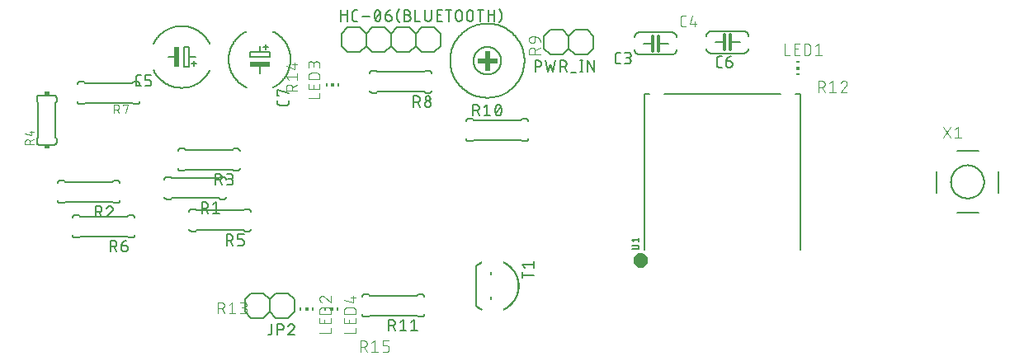
<source format=gbr>
G04 EAGLE Gerber RS-274X export*
G75*
%MOMM*%
%FSLAX34Y34*%
%LPD*%
%INSilkscreen Top*%
%IPPOS*%
%AMOC8*
5,1,8,0,0,1.08239X$1,22.5*%
G01*
%ADD10C,0.152400*%
%ADD11C,0.304800*%
%ADD12C,0.127000*%
%ADD13C,0.101600*%
%ADD14R,0.508000X2.032000*%
%ADD15R,2.032000X0.508000*%
%ADD16R,0.508000X0.381000*%
%ADD17C,0.012700*%
%ADD18C,0.812800*%
%ADD19C,0.203200*%
%ADD20R,0.300000X0.150000*%
%ADD21R,0.300000X0.300000*%
%ADD22R,0.150000X0.300000*%


D10*
X646430Y323850D02*
X646290Y323848D01*
X646150Y323842D01*
X646010Y323833D01*
X645871Y323819D01*
X645732Y323802D01*
X645594Y323781D01*
X645456Y323756D01*
X645319Y323727D01*
X645183Y323695D01*
X645048Y323658D01*
X644914Y323618D01*
X644781Y323575D01*
X644649Y323527D01*
X644518Y323477D01*
X644389Y323422D01*
X644262Y323364D01*
X644136Y323303D01*
X644012Y323238D01*
X643890Y323169D01*
X643770Y323098D01*
X643652Y323023D01*
X643535Y322945D01*
X643421Y322863D01*
X643310Y322779D01*
X643201Y322691D01*
X643094Y322601D01*
X642989Y322507D01*
X642888Y322411D01*
X642789Y322312D01*
X642693Y322211D01*
X642599Y322106D01*
X642509Y321999D01*
X642421Y321890D01*
X642337Y321779D01*
X642255Y321665D01*
X642177Y321548D01*
X642102Y321430D01*
X642031Y321310D01*
X641962Y321188D01*
X641897Y321064D01*
X641836Y320938D01*
X641778Y320811D01*
X641723Y320682D01*
X641673Y320551D01*
X641625Y320419D01*
X641582Y320286D01*
X641542Y320152D01*
X641505Y320017D01*
X641473Y319881D01*
X641444Y319744D01*
X641419Y319606D01*
X641398Y319468D01*
X641381Y319329D01*
X641367Y319190D01*
X641358Y319050D01*
X641352Y318910D01*
X641350Y318770D01*
X641350Y306070D02*
X641352Y305930D01*
X641358Y305790D01*
X641367Y305650D01*
X641381Y305511D01*
X641398Y305372D01*
X641419Y305234D01*
X641444Y305096D01*
X641473Y304959D01*
X641505Y304823D01*
X641542Y304688D01*
X641582Y304554D01*
X641625Y304421D01*
X641673Y304289D01*
X641723Y304158D01*
X641778Y304029D01*
X641836Y303902D01*
X641897Y303776D01*
X641962Y303652D01*
X642031Y303530D01*
X642102Y303410D01*
X642177Y303292D01*
X642255Y303175D01*
X642337Y303061D01*
X642421Y302950D01*
X642509Y302841D01*
X642599Y302734D01*
X642693Y302629D01*
X642789Y302528D01*
X642888Y302429D01*
X642989Y302333D01*
X643094Y302239D01*
X643201Y302149D01*
X643310Y302061D01*
X643421Y301977D01*
X643535Y301895D01*
X643652Y301817D01*
X643770Y301742D01*
X643890Y301671D01*
X644012Y301602D01*
X644136Y301537D01*
X644262Y301476D01*
X644389Y301418D01*
X644518Y301363D01*
X644649Y301313D01*
X644781Y301265D01*
X644914Y301222D01*
X645048Y301182D01*
X645183Y301145D01*
X645319Y301113D01*
X645456Y301084D01*
X645594Y301059D01*
X645732Y301038D01*
X645871Y301021D01*
X646010Y301007D01*
X646150Y300998D01*
X646290Y300992D01*
X646430Y300990D01*
X646430Y323850D02*
X679450Y323850D01*
X679450Y300990D02*
X646430Y300990D01*
X679450Y323850D02*
X679590Y323848D01*
X679730Y323842D01*
X679870Y323833D01*
X680009Y323819D01*
X680148Y323802D01*
X680286Y323781D01*
X680424Y323756D01*
X680561Y323727D01*
X680697Y323695D01*
X680832Y323658D01*
X680966Y323618D01*
X681099Y323575D01*
X681231Y323527D01*
X681362Y323477D01*
X681491Y323422D01*
X681618Y323364D01*
X681744Y323303D01*
X681868Y323238D01*
X681990Y323169D01*
X682110Y323098D01*
X682228Y323023D01*
X682345Y322945D01*
X682459Y322863D01*
X682570Y322779D01*
X682679Y322691D01*
X682786Y322601D01*
X682891Y322507D01*
X682992Y322411D01*
X683091Y322312D01*
X683187Y322211D01*
X683281Y322106D01*
X683371Y321999D01*
X683459Y321890D01*
X683543Y321779D01*
X683625Y321665D01*
X683703Y321548D01*
X683778Y321430D01*
X683849Y321310D01*
X683918Y321188D01*
X683983Y321064D01*
X684044Y320938D01*
X684102Y320811D01*
X684157Y320682D01*
X684207Y320551D01*
X684255Y320419D01*
X684298Y320286D01*
X684338Y320152D01*
X684375Y320017D01*
X684407Y319881D01*
X684436Y319744D01*
X684461Y319606D01*
X684482Y319468D01*
X684499Y319329D01*
X684513Y319190D01*
X684522Y319050D01*
X684528Y318910D01*
X684530Y318770D01*
X684530Y306070D02*
X684528Y305930D01*
X684522Y305790D01*
X684513Y305650D01*
X684499Y305511D01*
X684482Y305372D01*
X684461Y305234D01*
X684436Y305096D01*
X684407Y304959D01*
X684375Y304823D01*
X684338Y304688D01*
X684298Y304554D01*
X684255Y304421D01*
X684207Y304289D01*
X684157Y304158D01*
X684102Y304029D01*
X684044Y303902D01*
X683983Y303776D01*
X683918Y303652D01*
X683849Y303530D01*
X683778Y303410D01*
X683703Y303292D01*
X683625Y303175D01*
X683543Y303061D01*
X683459Y302950D01*
X683371Y302841D01*
X683281Y302734D01*
X683187Y302629D01*
X683091Y302528D01*
X682992Y302429D01*
X682891Y302333D01*
X682786Y302239D01*
X682679Y302149D01*
X682570Y302061D01*
X682459Y301977D01*
X682345Y301895D01*
X682228Y301817D01*
X682110Y301742D01*
X681990Y301671D01*
X681868Y301602D01*
X681744Y301537D01*
X681618Y301476D01*
X681491Y301418D01*
X681362Y301363D01*
X681231Y301313D01*
X681099Y301265D01*
X680966Y301222D01*
X680832Y301182D01*
X680697Y301145D01*
X680561Y301113D01*
X680424Y301084D01*
X680286Y301059D01*
X680148Y301038D01*
X680009Y301021D01*
X679870Y301007D01*
X679730Y300998D01*
X679590Y300992D01*
X679450Y300990D01*
D11*
X659892Y312420D02*
X659892Y320040D01*
X659892Y312420D02*
X659892Y304800D01*
X666242Y312420D02*
X666242Y320040D01*
X666242Y312420D02*
X666242Y304800D01*
D10*
X666242Y312420D02*
X675640Y312420D01*
X659892Y312420D02*
X650240Y312420D01*
D12*
X626745Y291465D02*
X624205Y291465D01*
X624105Y291467D01*
X624006Y291473D01*
X623906Y291483D01*
X623808Y291496D01*
X623709Y291514D01*
X623612Y291535D01*
X623516Y291560D01*
X623420Y291589D01*
X623326Y291622D01*
X623233Y291658D01*
X623142Y291698D01*
X623052Y291742D01*
X622964Y291789D01*
X622878Y291839D01*
X622794Y291893D01*
X622712Y291950D01*
X622633Y292010D01*
X622555Y292074D01*
X622481Y292140D01*
X622409Y292209D01*
X622340Y292281D01*
X622274Y292355D01*
X622210Y292433D01*
X622150Y292512D01*
X622093Y292594D01*
X622039Y292678D01*
X621989Y292764D01*
X621942Y292852D01*
X621898Y292942D01*
X621858Y293033D01*
X621822Y293126D01*
X621789Y293220D01*
X621760Y293316D01*
X621735Y293412D01*
X621714Y293509D01*
X621696Y293608D01*
X621683Y293706D01*
X621673Y293806D01*
X621667Y293905D01*
X621665Y294005D01*
X621665Y300355D01*
X621667Y300455D01*
X621673Y300554D01*
X621683Y300654D01*
X621696Y300752D01*
X621714Y300851D01*
X621735Y300948D01*
X621760Y301044D01*
X621789Y301140D01*
X621822Y301234D01*
X621858Y301327D01*
X621898Y301418D01*
X621942Y301508D01*
X621989Y301596D01*
X622039Y301682D01*
X622093Y301766D01*
X622150Y301848D01*
X622210Y301927D01*
X622274Y302005D01*
X622340Y302079D01*
X622409Y302151D01*
X622481Y302220D01*
X622555Y302286D01*
X622633Y302350D01*
X622712Y302410D01*
X622794Y302467D01*
X622878Y302521D01*
X622964Y302571D01*
X623052Y302618D01*
X623142Y302662D01*
X623233Y302702D01*
X623326Y302738D01*
X623420Y302771D01*
X623516Y302800D01*
X623612Y302825D01*
X623709Y302846D01*
X623808Y302864D01*
X623906Y302877D01*
X624006Y302887D01*
X624105Y302893D01*
X624205Y302895D01*
X626745Y302895D01*
X631227Y291465D02*
X634402Y291465D01*
X634513Y291467D01*
X634623Y291473D01*
X634734Y291482D01*
X634844Y291496D01*
X634953Y291513D01*
X635062Y291534D01*
X635170Y291559D01*
X635277Y291588D01*
X635383Y291620D01*
X635488Y291656D01*
X635591Y291696D01*
X635693Y291739D01*
X635794Y291786D01*
X635893Y291837D01*
X635990Y291890D01*
X636084Y291947D01*
X636177Y292008D01*
X636268Y292071D01*
X636357Y292138D01*
X636443Y292208D01*
X636526Y292281D01*
X636608Y292356D01*
X636686Y292434D01*
X636761Y292516D01*
X636834Y292599D01*
X636904Y292685D01*
X636971Y292774D01*
X637034Y292865D01*
X637095Y292958D01*
X637152Y293052D01*
X637205Y293149D01*
X637256Y293248D01*
X637303Y293349D01*
X637346Y293451D01*
X637386Y293554D01*
X637422Y293659D01*
X637454Y293765D01*
X637483Y293872D01*
X637508Y293980D01*
X637529Y294089D01*
X637546Y294198D01*
X637560Y294308D01*
X637569Y294419D01*
X637575Y294529D01*
X637577Y294640D01*
X637575Y294751D01*
X637569Y294861D01*
X637560Y294972D01*
X637546Y295082D01*
X637529Y295191D01*
X637508Y295300D01*
X637483Y295408D01*
X637454Y295515D01*
X637422Y295621D01*
X637386Y295726D01*
X637346Y295829D01*
X637303Y295931D01*
X637256Y296032D01*
X637205Y296131D01*
X637152Y296227D01*
X637095Y296322D01*
X637034Y296415D01*
X636971Y296506D01*
X636904Y296595D01*
X636834Y296681D01*
X636761Y296764D01*
X636686Y296846D01*
X636608Y296924D01*
X636526Y296999D01*
X636443Y297072D01*
X636357Y297142D01*
X636268Y297209D01*
X636177Y297272D01*
X636084Y297333D01*
X635990Y297390D01*
X635893Y297443D01*
X635794Y297494D01*
X635693Y297541D01*
X635591Y297584D01*
X635488Y297624D01*
X635383Y297660D01*
X635277Y297692D01*
X635170Y297721D01*
X635062Y297746D01*
X634953Y297767D01*
X634844Y297784D01*
X634734Y297798D01*
X634623Y297807D01*
X634513Y297813D01*
X634402Y297815D01*
X635037Y302895D02*
X631227Y302895D01*
X635037Y302895D02*
X635137Y302893D01*
X635236Y302887D01*
X635336Y302877D01*
X635434Y302864D01*
X635533Y302846D01*
X635630Y302825D01*
X635726Y302800D01*
X635822Y302771D01*
X635916Y302738D01*
X636009Y302702D01*
X636100Y302662D01*
X636190Y302618D01*
X636278Y302571D01*
X636364Y302521D01*
X636448Y302467D01*
X636530Y302410D01*
X636609Y302350D01*
X636687Y302286D01*
X636761Y302220D01*
X636833Y302151D01*
X636902Y302079D01*
X636968Y302005D01*
X637032Y301927D01*
X637092Y301848D01*
X637149Y301766D01*
X637203Y301682D01*
X637253Y301596D01*
X637300Y301508D01*
X637344Y301418D01*
X637384Y301327D01*
X637420Y301234D01*
X637453Y301140D01*
X637482Y301044D01*
X637507Y300948D01*
X637528Y300851D01*
X637546Y300752D01*
X637559Y300654D01*
X637569Y300554D01*
X637575Y300455D01*
X637577Y300355D01*
X637575Y300255D01*
X637569Y300156D01*
X637559Y300056D01*
X637546Y299958D01*
X637528Y299859D01*
X637507Y299762D01*
X637482Y299666D01*
X637453Y299570D01*
X637420Y299476D01*
X637384Y299383D01*
X637344Y299292D01*
X637300Y299202D01*
X637253Y299114D01*
X637203Y299028D01*
X637149Y298944D01*
X637092Y298862D01*
X637032Y298783D01*
X636968Y298705D01*
X636902Y298631D01*
X636833Y298559D01*
X636761Y298490D01*
X636687Y298424D01*
X636609Y298360D01*
X636530Y298300D01*
X636448Y298243D01*
X636364Y298189D01*
X636278Y298139D01*
X636190Y298092D01*
X636100Y298048D01*
X636009Y298008D01*
X635916Y297972D01*
X635822Y297939D01*
X635726Y297910D01*
X635630Y297885D01*
X635533Y297864D01*
X635434Y297846D01*
X635336Y297833D01*
X635236Y297823D01*
X635137Y297817D01*
X635037Y297815D01*
X632497Y297815D01*
D13*
X691284Y329438D02*
X693881Y329438D01*
X691284Y329438D02*
X691185Y329440D01*
X691085Y329446D01*
X690986Y329455D01*
X690888Y329468D01*
X690790Y329485D01*
X690692Y329506D01*
X690596Y329531D01*
X690501Y329559D01*
X690407Y329591D01*
X690314Y329626D01*
X690222Y329665D01*
X690132Y329708D01*
X690044Y329753D01*
X689957Y329803D01*
X689873Y329855D01*
X689790Y329911D01*
X689710Y329969D01*
X689632Y330031D01*
X689557Y330096D01*
X689484Y330164D01*
X689414Y330234D01*
X689346Y330307D01*
X689281Y330382D01*
X689219Y330460D01*
X689161Y330540D01*
X689105Y330623D01*
X689053Y330707D01*
X689003Y330794D01*
X688958Y330882D01*
X688915Y330972D01*
X688876Y331064D01*
X688841Y331157D01*
X688809Y331251D01*
X688781Y331346D01*
X688756Y331442D01*
X688735Y331540D01*
X688718Y331638D01*
X688705Y331736D01*
X688696Y331835D01*
X688690Y331935D01*
X688688Y332034D01*
X688688Y338526D01*
X688690Y338625D01*
X688696Y338725D01*
X688705Y338824D01*
X688718Y338922D01*
X688735Y339020D01*
X688756Y339118D01*
X688781Y339214D01*
X688809Y339309D01*
X688841Y339403D01*
X688876Y339496D01*
X688915Y339588D01*
X688958Y339678D01*
X689003Y339766D01*
X689053Y339853D01*
X689105Y339937D01*
X689161Y340020D01*
X689219Y340100D01*
X689281Y340178D01*
X689346Y340253D01*
X689414Y340326D01*
X689484Y340396D01*
X689557Y340464D01*
X689632Y340529D01*
X689710Y340591D01*
X689790Y340649D01*
X689873Y340705D01*
X689957Y340757D01*
X690044Y340807D01*
X690132Y340852D01*
X690222Y340895D01*
X690314Y340934D01*
X690406Y340969D01*
X690501Y341001D01*
X690596Y341029D01*
X690692Y341054D01*
X690790Y341075D01*
X690888Y341092D01*
X690986Y341105D01*
X691085Y341114D01*
X691185Y341120D01*
X691284Y341122D01*
X693881Y341122D01*
X700843Y341122D02*
X698246Y332034D01*
X704737Y332034D01*
X702790Y334631D02*
X702790Y329438D01*
D10*
X205232Y284876D02*
X204894Y284183D01*
X204539Y283499D01*
X204168Y282823D01*
X203781Y282157D01*
X203377Y281500D01*
X202958Y280853D01*
X202523Y280217D01*
X202072Y279591D01*
X201607Y278976D01*
X201127Y278373D01*
X200632Y277782D01*
X200123Y277203D01*
X199600Y276637D01*
X199064Y276083D01*
X198514Y275542D01*
X197952Y275015D01*
X197376Y274502D01*
X196789Y274003D01*
X196189Y273519D01*
X195578Y273049D01*
X194956Y272594D01*
X194323Y272154D01*
X193679Y271730D01*
X193025Y271321D01*
X192362Y270929D01*
X191689Y270553D01*
X191007Y270193D01*
X190317Y269850D01*
X189619Y269523D01*
X188912Y269214D01*
X188199Y268922D01*
X187479Y268647D01*
X186752Y268390D01*
X186019Y268151D01*
X185281Y267930D01*
X184537Y267726D01*
X183789Y267541D01*
X183036Y267374D01*
X182280Y267225D01*
X181520Y267095D01*
X180757Y266983D01*
X179992Y266889D01*
X179225Y266815D01*
X178456Y266758D01*
X177686Y266721D01*
X176915Y266702D01*
X176145Y266702D01*
X175374Y266721D01*
X174604Y266758D01*
X173835Y266815D01*
X173068Y266889D01*
X172303Y266983D01*
X171540Y267095D01*
X170780Y267225D01*
X170024Y267374D01*
X169271Y267541D01*
X168523Y267726D01*
X167779Y267930D01*
X167041Y268151D01*
X166308Y268390D01*
X165581Y268647D01*
X164861Y268922D01*
X164148Y269214D01*
X163441Y269523D01*
X162743Y269850D01*
X162053Y270193D01*
X161371Y270553D01*
X160698Y270929D01*
X160035Y271321D01*
X159381Y271730D01*
X158737Y272154D01*
X158104Y272594D01*
X157482Y273049D01*
X156871Y273519D01*
X156271Y274003D01*
X155684Y274502D01*
X155108Y275015D01*
X154546Y275542D01*
X153996Y276083D01*
X153460Y276637D01*
X152937Y277203D01*
X152428Y277782D01*
X151933Y278373D01*
X151453Y278976D01*
X150988Y279591D01*
X150537Y280217D01*
X150102Y280853D01*
X149683Y281500D01*
X149279Y282157D01*
X148892Y282823D01*
X148521Y283499D01*
X148166Y284183D01*
X147828Y284876D01*
X147828Y312024D02*
X148166Y312717D01*
X148521Y313401D01*
X148892Y314077D01*
X149279Y314743D01*
X149683Y315400D01*
X150102Y316047D01*
X150537Y316683D01*
X150988Y317309D01*
X151453Y317924D01*
X151933Y318527D01*
X152428Y319118D01*
X152937Y319697D01*
X153460Y320263D01*
X153996Y320817D01*
X154546Y321358D01*
X155108Y321885D01*
X155684Y322398D01*
X156271Y322897D01*
X156871Y323381D01*
X157482Y323851D01*
X158104Y324306D01*
X158737Y324746D01*
X159381Y325170D01*
X160035Y325579D01*
X160698Y325971D01*
X161371Y326347D01*
X162053Y326707D01*
X162743Y327050D01*
X163441Y327377D01*
X164148Y327686D01*
X164861Y327978D01*
X165581Y328253D01*
X166308Y328510D01*
X167041Y328749D01*
X167779Y328970D01*
X168523Y329174D01*
X169271Y329359D01*
X170024Y329526D01*
X170780Y329675D01*
X171540Y329805D01*
X172303Y329917D01*
X173068Y330011D01*
X173835Y330085D01*
X174604Y330142D01*
X175374Y330179D01*
X176145Y330198D01*
X176915Y330198D01*
X177686Y330179D01*
X178456Y330142D01*
X179225Y330085D01*
X179992Y330011D01*
X180757Y329917D01*
X181520Y329805D01*
X182280Y329675D01*
X183036Y329526D01*
X183789Y329359D01*
X184537Y329174D01*
X185281Y328970D01*
X186019Y328749D01*
X186752Y328510D01*
X187479Y328253D01*
X188199Y327978D01*
X188912Y327686D01*
X189619Y327377D01*
X190317Y327050D01*
X191007Y326707D01*
X191689Y326347D01*
X192362Y325971D01*
X193025Y325579D01*
X193679Y325170D01*
X194323Y324746D01*
X194956Y324306D01*
X195578Y323851D01*
X196189Y323381D01*
X196789Y322897D01*
X197376Y322398D01*
X197952Y321885D01*
X198514Y321358D01*
X199064Y320817D01*
X199600Y320263D01*
X200123Y319697D01*
X200632Y319118D01*
X201127Y318527D01*
X201607Y317924D01*
X202072Y317309D01*
X202523Y316683D01*
X202958Y316047D01*
X203377Y315400D01*
X203781Y314743D01*
X204168Y314077D01*
X204539Y313401D01*
X204894Y312717D01*
X205232Y312024D01*
X190500Y298450D02*
X184150Y298450D01*
X184150Y308610D01*
X179070Y308610D01*
X179070Y288290D01*
X184150Y288290D01*
X184150Y298450D01*
X170180Y298450D02*
X162560Y298450D01*
X186690Y292100D02*
X191770Y292100D01*
X189230Y294640D02*
X189230Y289560D01*
D14*
X171450Y298450D03*
D12*
X134583Y268605D02*
X132043Y268605D01*
X131943Y268607D01*
X131844Y268613D01*
X131744Y268623D01*
X131646Y268636D01*
X131547Y268654D01*
X131450Y268675D01*
X131354Y268700D01*
X131258Y268729D01*
X131164Y268762D01*
X131071Y268798D01*
X130980Y268838D01*
X130890Y268882D01*
X130802Y268929D01*
X130716Y268979D01*
X130632Y269033D01*
X130550Y269090D01*
X130471Y269150D01*
X130393Y269214D01*
X130319Y269280D01*
X130247Y269349D01*
X130178Y269421D01*
X130112Y269495D01*
X130048Y269573D01*
X129988Y269652D01*
X129931Y269734D01*
X129877Y269818D01*
X129827Y269904D01*
X129780Y269992D01*
X129736Y270082D01*
X129696Y270173D01*
X129660Y270266D01*
X129627Y270360D01*
X129598Y270456D01*
X129573Y270552D01*
X129552Y270649D01*
X129534Y270748D01*
X129521Y270846D01*
X129511Y270946D01*
X129505Y271045D01*
X129503Y271145D01*
X129503Y277495D01*
X129505Y277595D01*
X129511Y277694D01*
X129521Y277794D01*
X129534Y277892D01*
X129552Y277991D01*
X129573Y278088D01*
X129598Y278184D01*
X129627Y278280D01*
X129660Y278374D01*
X129696Y278467D01*
X129736Y278558D01*
X129780Y278648D01*
X129827Y278736D01*
X129877Y278822D01*
X129931Y278906D01*
X129988Y278988D01*
X130048Y279067D01*
X130112Y279145D01*
X130178Y279219D01*
X130247Y279291D01*
X130319Y279360D01*
X130393Y279426D01*
X130471Y279490D01*
X130550Y279550D01*
X130632Y279607D01*
X130716Y279661D01*
X130802Y279711D01*
X130890Y279758D01*
X130980Y279802D01*
X131071Y279842D01*
X131164Y279878D01*
X131258Y279911D01*
X131354Y279940D01*
X131450Y279965D01*
X131547Y279986D01*
X131646Y280004D01*
X131744Y280017D01*
X131844Y280027D01*
X131943Y280033D01*
X132043Y280035D01*
X134583Y280035D01*
X139065Y268605D02*
X142875Y268605D01*
X142975Y268607D01*
X143074Y268613D01*
X143174Y268623D01*
X143272Y268636D01*
X143371Y268654D01*
X143468Y268675D01*
X143564Y268700D01*
X143660Y268729D01*
X143754Y268762D01*
X143847Y268798D01*
X143938Y268838D01*
X144028Y268882D01*
X144116Y268929D01*
X144202Y268979D01*
X144286Y269033D01*
X144368Y269090D01*
X144447Y269150D01*
X144525Y269214D01*
X144599Y269280D01*
X144671Y269349D01*
X144740Y269421D01*
X144806Y269495D01*
X144870Y269573D01*
X144930Y269652D01*
X144987Y269734D01*
X145041Y269818D01*
X145091Y269904D01*
X145138Y269992D01*
X145182Y270082D01*
X145222Y270173D01*
X145258Y270266D01*
X145291Y270360D01*
X145320Y270456D01*
X145345Y270552D01*
X145366Y270649D01*
X145384Y270748D01*
X145397Y270846D01*
X145407Y270946D01*
X145413Y271045D01*
X145415Y271145D01*
X145415Y272415D01*
X145413Y272515D01*
X145407Y272614D01*
X145397Y272714D01*
X145384Y272812D01*
X145366Y272911D01*
X145345Y273008D01*
X145320Y273104D01*
X145291Y273200D01*
X145258Y273294D01*
X145222Y273387D01*
X145182Y273478D01*
X145138Y273568D01*
X145091Y273656D01*
X145041Y273742D01*
X144987Y273826D01*
X144930Y273908D01*
X144870Y273987D01*
X144806Y274065D01*
X144740Y274139D01*
X144671Y274211D01*
X144599Y274280D01*
X144525Y274346D01*
X144447Y274410D01*
X144368Y274470D01*
X144286Y274527D01*
X144202Y274581D01*
X144116Y274631D01*
X144028Y274678D01*
X143938Y274722D01*
X143847Y274762D01*
X143754Y274798D01*
X143660Y274831D01*
X143564Y274860D01*
X143468Y274885D01*
X143371Y274906D01*
X143272Y274924D01*
X143174Y274937D01*
X143074Y274947D01*
X142975Y274953D01*
X142875Y274955D01*
X139065Y274955D01*
X139065Y280035D01*
X145415Y280035D01*
D10*
X715010Y320040D02*
X715012Y320180D01*
X715018Y320320D01*
X715027Y320460D01*
X715041Y320599D01*
X715058Y320738D01*
X715079Y320876D01*
X715104Y321014D01*
X715133Y321151D01*
X715165Y321287D01*
X715202Y321422D01*
X715242Y321556D01*
X715285Y321689D01*
X715333Y321821D01*
X715383Y321952D01*
X715438Y322081D01*
X715496Y322208D01*
X715557Y322334D01*
X715622Y322458D01*
X715691Y322580D01*
X715762Y322700D01*
X715837Y322818D01*
X715915Y322935D01*
X715997Y323049D01*
X716081Y323160D01*
X716169Y323269D01*
X716259Y323376D01*
X716353Y323481D01*
X716449Y323582D01*
X716548Y323681D01*
X716649Y323777D01*
X716754Y323871D01*
X716861Y323961D01*
X716970Y324049D01*
X717081Y324133D01*
X717195Y324215D01*
X717312Y324293D01*
X717430Y324368D01*
X717550Y324439D01*
X717672Y324508D01*
X717796Y324573D01*
X717922Y324634D01*
X718049Y324692D01*
X718178Y324747D01*
X718309Y324797D01*
X718441Y324845D01*
X718574Y324888D01*
X718708Y324928D01*
X718843Y324965D01*
X718979Y324997D01*
X719116Y325026D01*
X719254Y325051D01*
X719392Y325072D01*
X719531Y325089D01*
X719670Y325103D01*
X719810Y325112D01*
X719950Y325118D01*
X720090Y325120D01*
X715010Y307340D02*
X715012Y307200D01*
X715018Y307060D01*
X715027Y306920D01*
X715041Y306781D01*
X715058Y306642D01*
X715079Y306504D01*
X715104Y306366D01*
X715133Y306229D01*
X715165Y306093D01*
X715202Y305958D01*
X715242Y305824D01*
X715285Y305691D01*
X715333Y305559D01*
X715383Y305428D01*
X715438Y305299D01*
X715496Y305172D01*
X715557Y305046D01*
X715622Y304922D01*
X715691Y304800D01*
X715762Y304680D01*
X715837Y304562D01*
X715915Y304445D01*
X715997Y304331D01*
X716081Y304220D01*
X716169Y304111D01*
X716259Y304004D01*
X716353Y303899D01*
X716449Y303798D01*
X716548Y303699D01*
X716649Y303603D01*
X716754Y303509D01*
X716861Y303419D01*
X716970Y303331D01*
X717081Y303247D01*
X717195Y303165D01*
X717312Y303087D01*
X717430Y303012D01*
X717550Y302941D01*
X717672Y302872D01*
X717796Y302807D01*
X717922Y302746D01*
X718049Y302688D01*
X718178Y302633D01*
X718309Y302583D01*
X718441Y302535D01*
X718574Y302492D01*
X718708Y302452D01*
X718843Y302415D01*
X718979Y302383D01*
X719116Y302354D01*
X719254Y302329D01*
X719392Y302308D01*
X719531Y302291D01*
X719670Y302277D01*
X719810Y302268D01*
X719950Y302262D01*
X720090Y302260D01*
X720090Y325120D02*
X753110Y325120D01*
X753110Y302260D02*
X720090Y302260D01*
X753110Y325120D02*
X753250Y325118D01*
X753390Y325112D01*
X753530Y325103D01*
X753669Y325089D01*
X753808Y325072D01*
X753946Y325051D01*
X754084Y325026D01*
X754221Y324997D01*
X754357Y324965D01*
X754492Y324928D01*
X754626Y324888D01*
X754759Y324845D01*
X754891Y324797D01*
X755022Y324747D01*
X755151Y324692D01*
X755278Y324634D01*
X755404Y324573D01*
X755528Y324508D01*
X755650Y324439D01*
X755770Y324368D01*
X755888Y324293D01*
X756005Y324215D01*
X756119Y324133D01*
X756230Y324049D01*
X756339Y323961D01*
X756446Y323871D01*
X756551Y323777D01*
X756652Y323681D01*
X756751Y323582D01*
X756847Y323481D01*
X756941Y323376D01*
X757031Y323269D01*
X757119Y323160D01*
X757203Y323049D01*
X757285Y322935D01*
X757363Y322818D01*
X757438Y322700D01*
X757509Y322580D01*
X757578Y322458D01*
X757643Y322334D01*
X757704Y322208D01*
X757762Y322081D01*
X757817Y321952D01*
X757867Y321821D01*
X757915Y321689D01*
X757958Y321556D01*
X757998Y321422D01*
X758035Y321287D01*
X758067Y321151D01*
X758096Y321014D01*
X758121Y320876D01*
X758142Y320738D01*
X758159Y320599D01*
X758173Y320460D01*
X758182Y320320D01*
X758188Y320180D01*
X758190Y320040D01*
X758190Y307340D02*
X758188Y307200D01*
X758182Y307060D01*
X758173Y306920D01*
X758159Y306781D01*
X758142Y306642D01*
X758121Y306504D01*
X758096Y306366D01*
X758067Y306229D01*
X758035Y306093D01*
X757998Y305958D01*
X757958Y305824D01*
X757915Y305691D01*
X757867Y305559D01*
X757817Y305428D01*
X757762Y305299D01*
X757704Y305172D01*
X757643Y305046D01*
X757578Y304922D01*
X757509Y304800D01*
X757438Y304680D01*
X757363Y304562D01*
X757285Y304445D01*
X757203Y304331D01*
X757119Y304220D01*
X757031Y304111D01*
X756941Y304004D01*
X756847Y303899D01*
X756751Y303798D01*
X756652Y303699D01*
X756551Y303603D01*
X756446Y303509D01*
X756339Y303419D01*
X756230Y303331D01*
X756119Y303247D01*
X756005Y303165D01*
X755888Y303087D01*
X755770Y303012D01*
X755650Y302941D01*
X755528Y302872D01*
X755404Y302807D01*
X755278Y302746D01*
X755151Y302688D01*
X755022Y302633D01*
X754891Y302583D01*
X754759Y302535D01*
X754626Y302492D01*
X754492Y302452D01*
X754357Y302415D01*
X754221Y302383D01*
X754084Y302354D01*
X753946Y302329D01*
X753808Y302308D01*
X753669Y302291D01*
X753530Y302277D01*
X753390Y302268D01*
X753250Y302262D01*
X753110Y302260D01*
D11*
X733552Y313690D02*
X733552Y321310D01*
X733552Y313690D02*
X733552Y306070D01*
X739902Y313690D02*
X739902Y321310D01*
X739902Y313690D02*
X739902Y306070D01*
D10*
X739902Y313690D02*
X749300Y313690D01*
X733552Y313690D02*
X723900Y313690D01*
D12*
X728345Y287655D02*
X730885Y287655D01*
X728345Y287655D02*
X728245Y287657D01*
X728146Y287663D01*
X728046Y287673D01*
X727948Y287686D01*
X727849Y287704D01*
X727752Y287725D01*
X727656Y287750D01*
X727560Y287779D01*
X727466Y287812D01*
X727373Y287848D01*
X727282Y287888D01*
X727192Y287932D01*
X727104Y287979D01*
X727018Y288029D01*
X726934Y288083D01*
X726852Y288140D01*
X726773Y288200D01*
X726695Y288264D01*
X726621Y288330D01*
X726549Y288399D01*
X726480Y288471D01*
X726414Y288545D01*
X726350Y288623D01*
X726290Y288702D01*
X726233Y288784D01*
X726179Y288868D01*
X726129Y288954D01*
X726082Y289042D01*
X726038Y289132D01*
X725998Y289223D01*
X725962Y289316D01*
X725929Y289410D01*
X725900Y289506D01*
X725875Y289602D01*
X725854Y289699D01*
X725836Y289798D01*
X725823Y289896D01*
X725813Y289996D01*
X725807Y290095D01*
X725805Y290195D01*
X725805Y296545D01*
X725807Y296645D01*
X725813Y296744D01*
X725823Y296844D01*
X725836Y296942D01*
X725854Y297041D01*
X725875Y297138D01*
X725900Y297234D01*
X725929Y297330D01*
X725962Y297424D01*
X725998Y297517D01*
X726038Y297608D01*
X726082Y297698D01*
X726129Y297786D01*
X726179Y297872D01*
X726233Y297956D01*
X726290Y298038D01*
X726350Y298117D01*
X726414Y298195D01*
X726480Y298269D01*
X726549Y298341D01*
X726621Y298410D01*
X726695Y298476D01*
X726773Y298540D01*
X726852Y298600D01*
X726934Y298657D01*
X727018Y298711D01*
X727104Y298761D01*
X727192Y298808D01*
X727282Y298852D01*
X727373Y298892D01*
X727466Y298928D01*
X727560Y298961D01*
X727656Y298990D01*
X727752Y299015D01*
X727849Y299036D01*
X727948Y299054D01*
X728046Y299067D01*
X728146Y299077D01*
X728245Y299083D01*
X728345Y299085D01*
X730885Y299085D01*
X735367Y294005D02*
X739177Y294005D01*
X739277Y294003D01*
X739376Y293997D01*
X739476Y293987D01*
X739574Y293974D01*
X739673Y293956D01*
X739770Y293935D01*
X739866Y293910D01*
X739962Y293881D01*
X740056Y293848D01*
X740149Y293812D01*
X740240Y293772D01*
X740330Y293728D01*
X740418Y293681D01*
X740504Y293631D01*
X740588Y293577D01*
X740670Y293520D01*
X740749Y293460D01*
X740827Y293396D01*
X740901Y293330D01*
X740973Y293261D01*
X741042Y293189D01*
X741108Y293115D01*
X741172Y293037D01*
X741232Y292958D01*
X741289Y292876D01*
X741343Y292792D01*
X741393Y292706D01*
X741440Y292618D01*
X741484Y292528D01*
X741524Y292437D01*
X741560Y292344D01*
X741593Y292250D01*
X741622Y292154D01*
X741647Y292058D01*
X741668Y291961D01*
X741686Y291862D01*
X741699Y291764D01*
X741709Y291664D01*
X741715Y291565D01*
X741717Y291465D01*
X741717Y290830D01*
X741715Y290719D01*
X741709Y290609D01*
X741700Y290498D01*
X741686Y290388D01*
X741669Y290279D01*
X741648Y290170D01*
X741623Y290062D01*
X741594Y289955D01*
X741562Y289849D01*
X741526Y289744D01*
X741486Y289641D01*
X741443Y289539D01*
X741396Y289438D01*
X741345Y289339D01*
X741292Y289242D01*
X741235Y289148D01*
X741174Y289055D01*
X741111Y288964D01*
X741044Y288875D01*
X740974Y288789D01*
X740901Y288706D01*
X740826Y288624D01*
X740748Y288546D01*
X740666Y288471D01*
X740583Y288398D01*
X740497Y288328D01*
X740408Y288261D01*
X740317Y288198D01*
X740224Y288137D01*
X740130Y288080D01*
X740033Y288027D01*
X739934Y287976D01*
X739833Y287929D01*
X739731Y287886D01*
X739628Y287846D01*
X739523Y287810D01*
X739417Y287778D01*
X739310Y287749D01*
X739202Y287724D01*
X739093Y287703D01*
X738984Y287686D01*
X738874Y287672D01*
X738763Y287663D01*
X738653Y287657D01*
X738542Y287655D01*
X738431Y287657D01*
X738321Y287663D01*
X738210Y287672D01*
X738100Y287686D01*
X737991Y287703D01*
X737882Y287724D01*
X737774Y287749D01*
X737667Y287778D01*
X737561Y287810D01*
X737456Y287846D01*
X737353Y287886D01*
X737251Y287929D01*
X737150Y287976D01*
X737051Y288027D01*
X736955Y288080D01*
X736860Y288137D01*
X736767Y288198D01*
X736676Y288261D01*
X736587Y288328D01*
X736501Y288398D01*
X736418Y288471D01*
X736336Y288546D01*
X736258Y288624D01*
X736183Y288706D01*
X736110Y288789D01*
X736040Y288875D01*
X735973Y288964D01*
X735910Y289055D01*
X735849Y289148D01*
X735792Y289243D01*
X735739Y289339D01*
X735688Y289438D01*
X735641Y289539D01*
X735598Y289641D01*
X735558Y289744D01*
X735522Y289849D01*
X735490Y289955D01*
X735461Y290062D01*
X735436Y290170D01*
X735415Y290279D01*
X735398Y290388D01*
X735384Y290498D01*
X735375Y290609D01*
X735369Y290719D01*
X735367Y290830D01*
X735367Y294005D01*
X735369Y294145D01*
X735375Y294285D01*
X735384Y294425D01*
X735398Y294564D01*
X735415Y294703D01*
X735436Y294841D01*
X735461Y294979D01*
X735490Y295116D01*
X735522Y295252D01*
X735559Y295387D01*
X735599Y295521D01*
X735642Y295654D01*
X735690Y295786D01*
X735740Y295917D01*
X735795Y296046D01*
X735853Y296173D01*
X735914Y296299D01*
X735979Y296423D01*
X736048Y296545D01*
X736119Y296665D01*
X736194Y296783D01*
X736272Y296900D01*
X736354Y297014D01*
X736438Y297125D01*
X736526Y297234D01*
X736616Y297341D01*
X736710Y297446D01*
X736806Y297547D01*
X736905Y297646D01*
X737006Y297742D01*
X737111Y297836D01*
X737218Y297926D01*
X737327Y298014D01*
X737438Y298098D01*
X737552Y298180D01*
X737669Y298258D01*
X737787Y298333D01*
X737907Y298404D01*
X738029Y298473D01*
X738153Y298538D01*
X738279Y298599D01*
X738406Y298657D01*
X738535Y298712D01*
X738666Y298762D01*
X738798Y298810D01*
X738931Y298853D01*
X739065Y298893D01*
X739200Y298930D01*
X739336Y298962D01*
X739473Y298991D01*
X739611Y299016D01*
X739749Y299037D01*
X739888Y299054D01*
X740027Y299068D01*
X740167Y299077D01*
X740307Y299083D01*
X740447Y299085D01*
D10*
X270114Y324612D02*
X270807Y324274D01*
X271491Y323919D01*
X272167Y323548D01*
X272833Y323161D01*
X273490Y322757D01*
X274137Y322338D01*
X274773Y321903D01*
X275399Y321452D01*
X276014Y320987D01*
X276617Y320507D01*
X277208Y320012D01*
X277787Y319503D01*
X278353Y318980D01*
X278907Y318444D01*
X279448Y317894D01*
X279975Y317332D01*
X280488Y316756D01*
X280987Y316169D01*
X281471Y315569D01*
X281941Y314958D01*
X282396Y314336D01*
X282836Y313703D01*
X283260Y313059D01*
X283669Y312405D01*
X284061Y311742D01*
X284437Y311069D01*
X284797Y310387D01*
X285140Y309697D01*
X285467Y308999D01*
X285776Y308292D01*
X286068Y307579D01*
X286343Y306859D01*
X286600Y306132D01*
X286839Y305399D01*
X287060Y304661D01*
X287264Y303917D01*
X287449Y303169D01*
X287616Y302416D01*
X287765Y301660D01*
X287895Y300900D01*
X288007Y300137D01*
X288101Y299372D01*
X288175Y298605D01*
X288232Y297836D01*
X288269Y297066D01*
X288288Y296295D01*
X288288Y295525D01*
X288269Y294754D01*
X288232Y293984D01*
X288175Y293215D01*
X288101Y292448D01*
X288007Y291683D01*
X287895Y290920D01*
X287765Y290160D01*
X287616Y289404D01*
X287449Y288651D01*
X287264Y287903D01*
X287060Y287159D01*
X286839Y286421D01*
X286600Y285688D01*
X286343Y284961D01*
X286068Y284241D01*
X285776Y283528D01*
X285467Y282821D01*
X285140Y282123D01*
X284797Y281433D01*
X284437Y280751D01*
X284061Y280078D01*
X283669Y279415D01*
X283260Y278761D01*
X282836Y278117D01*
X282396Y277484D01*
X281941Y276862D01*
X281471Y276251D01*
X280987Y275651D01*
X280488Y275064D01*
X279975Y274488D01*
X279448Y273926D01*
X278907Y273376D01*
X278353Y272840D01*
X277787Y272317D01*
X277208Y271808D01*
X276617Y271313D01*
X276014Y270833D01*
X275399Y270368D01*
X274773Y269917D01*
X274137Y269482D01*
X273490Y269063D01*
X272833Y268659D01*
X272167Y268272D01*
X271491Y267901D01*
X270807Y267546D01*
X270114Y267208D01*
X242966Y267208D02*
X242273Y267546D01*
X241589Y267901D01*
X240913Y268272D01*
X240247Y268659D01*
X239590Y269063D01*
X238943Y269482D01*
X238307Y269917D01*
X237681Y270368D01*
X237066Y270833D01*
X236463Y271313D01*
X235872Y271808D01*
X235293Y272317D01*
X234727Y272840D01*
X234173Y273376D01*
X233632Y273926D01*
X233105Y274488D01*
X232592Y275064D01*
X232093Y275651D01*
X231609Y276251D01*
X231139Y276862D01*
X230684Y277484D01*
X230244Y278117D01*
X229820Y278761D01*
X229411Y279415D01*
X229019Y280078D01*
X228643Y280751D01*
X228283Y281433D01*
X227940Y282123D01*
X227613Y282821D01*
X227304Y283528D01*
X227012Y284241D01*
X226737Y284961D01*
X226480Y285688D01*
X226241Y286421D01*
X226020Y287159D01*
X225816Y287903D01*
X225631Y288651D01*
X225464Y289404D01*
X225315Y290160D01*
X225185Y290920D01*
X225073Y291683D01*
X224979Y292448D01*
X224905Y293215D01*
X224848Y293984D01*
X224811Y294754D01*
X224792Y295525D01*
X224792Y296295D01*
X224811Y297066D01*
X224848Y297836D01*
X224905Y298605D01*
X224979Y299372D01*
X225073Y300137D01*
X225185Y300900D01*
X225315Y301660D01*
X225464Y302416D01*
X225631Y303169D01*
X225816Y303917D01*
X226020Y304661D01*
X226241Y305399D01*
X226480Y306132D01*
X226737Y306859D01*
X227012Y307579D01*
X227304Y308292D01*
X227613Y308999D01*
X227940Y309697D01*
X228283Y310387D01*
X228643Y311069D01*
X229019Y311742D01*
X229411Y312405D01*
X229820Y313059D01*
X230244Y313703D01*
X230684Y314336D01*
X231139Y314958D01*
X231609Y315569D01*
X232093Y316169D01*
X232592Y316756D01*
X233105Y317332D01*
X233632Y317894D01*
X234173Y318444D01*
X234727Y318980D01*
X235293Y319503D01*
X235872Y320012D01*
X236463Y320507D01*
X237066Y320987D01*
X237681Y321452D01*
X238307Y321903D01*
X238943Y322338D01*
X239590Y322757D01*
X240247Y323161D01*
X240913Y323548D01*
X241589Y323919D01*
X242273Y324274D01*
X242966Y324612D01*
X256540Y309880D02*
X256540Y303530D01*
X246380Y303530D01*
X246380Y298450D01*
X266700Y298450D01*
X266700Y303530D01*
X256540Y303530D01*
X256540Y289560D02*
X256540Y281940D01*
X262890Y306070D02*
X262890Y311150D01*
X260350Y308610D02*
X265430Y308610D01*
D15*
X256540Y290830D03*
D12*
X286385Y253963D02*
X286385Y251423D01*
X286383Y251323D01*
X286377Y251224D01*
X286367Y251124D01*
X286354Y251026D01*
X286336Y250927D01*
X286315Y250830D01*
X286290Y250734D01*
X286261Y250638D01*
X286228Y250544D01*
X286192Y250451D01*
X286152Y250360D01*
X286108Y250270D01*
X286061Y250182D01*
X286011Y250096D01*
X285957Y250012D01*
X285900Y249930D01*
X285840Y249851D01*
X285776Y249773D01*
X285710Y249699D01*
X285641Y249627D01*
X285569Y249558D01*
X285495Y249492D01*
X285417Y249428D01*
X285338Y249368D01*
X285256Y249311D01*
X285172Y249257D01*
X285086Y249207D01*
X284998Y249160D01*
X284908Y249116D01*
X284817Y249076D01*
X284724Y249040D01*
X284630Y249007D01*
X284534Y248978D01*
X284438Y248953D01*
X284341Y248932D01*
X284242Y248914D01*
X284144Y248901D01*
X284044Y248891D01*
X283945Y248885D01*
X283845Y248883D01*
X277495Y248883D01*
X277395Y248885D01*
X277296Y248891D01*
X277196Y248901D01*
X277098Y248914D01*
X276999Y248932D01*
X276902Y248953D01*
X276806Y248978D01*
X276710Y249007D01*
X276616Y249040D01*
X276523Y249076D01*
X276432Y249116D01*
X276342Y249160D01*
X276254Y249207D01*
X276168Y249257D01*
X276084Y249311D01*
X276002Y249368D01*
X275923Y249428D01*
X275845Y249492D01*
X275771Y249558D01*
X275699Y249627D01*
X275630Y249699D01*
X275564Y249773D01*
X275500Y249851D01*
X275440Y249930D01*
X275383Y250012D01*
X275329Y250096D01*
X275279Y250182D01*
X275232Y250270D01*
X275188Y250360D01*
X275148Y250451D01*
X275112Y250544D01*
X275079Y250638D01*
X275050Y250734D01*
X275025Y250830D01*
X275004Y250927D01*
X274986Y251026D01*
X274973Y251124D01*
X274963Y251224D01*
X274957Y251323D01*
X274955Y251423D01*
X274955Y253963D01*
X274955Y258445D02*
X276225Y258445D01*
X274955Y258445D02*
X274955Y264795D01*
X286385Y261620D01*
D10*
X391160Y322580D02*
X397510Y328930D01*
X410210Y328930D01*
X416560Y322580D01*
X416560Y309880D01*
X410210Y303530D01*
X397510Y303530D01*
X391160Y309880D01*
X359410Y328930D02*
X346710Y328930D01*
X359410Y328930D02*
X365760Y322580D01*
X365760Y309880D01*
X359410Y303530D01*
X365760Y322580D02*
X372110Y328930D01*
X384810Y328930D01*
X391160Y322580D01*
X391160Y309880D01*
X384810Y303530D01*
X372110Y303530D01*
X365760Y309880D01*
X340360Y309880D02*
X340360Y322580D01*
X346710Y328930D01*
X340360Y309880D02*
X346710Y303530D01*
X359410Y303530D01*
X422910Y328930D02*
X435610Y328930D01*
X441960Y322580D01*
X441960Y309880D01*
X435610Y303530D01*
X416560Y322580D02*
X422910Y328930D01*
X416560Y309880D02*
X422910Y303530D01*
X435610Y303530D01*
D12*
X340233Y335153D02*
X340233Y346583D01*
X340233Y341503D02*
X346583Y341503D01*
X346583Y346583D02*
X346583Y335153D01*
X354547Y335153D02*
X357087Y335153D01*
X354547Y335153D02*
X354447Y335155D01*
X354348Y335161D01*
X354248Y335171D01*
X354150Y335184D01*
X354051Y335202D01*
X353954Y335223D01*
X353858Y335248D01*
X353762Y335277D01*
X353668Y335310D01*
X353575Y335346D01*
X353484Y335386D01*
X353394Y335430D01*
X353306Y335477D01*
X353220Y335527D01*
X353136Y335581D01*
X353054Y335638D01*
X352975Y335698D01*
X352897Y335762D01*
X352823Y335828D01*
X352751Y335897D01*
X352682Y335969D01*
X352616Y336043D01*
X352552Y336121D01*
X352492Y336200D01*
X352435Y336282D01*
X352381Y336366D01*
X352331Y336452D01*
X352284Y336540D01*
X352240Y336630D01*
X352200Y336721D01*
X352164Y336814D01*
X352131Y336908D01*
X352102Y337004D01*
X352077Y337100D01*
X352056Y337197D01*
X352038Y337296D01*
X352025Y337394D01*
X352015Y337494D01*
X352009Y337593D01*
X352007Y337693D01*
X352007Y344043D01*
X352009Y344143D01*
X352015Y344242D01*
X352025Y344342D01*
X352038Y344440D01*
X352056Y344539D01*
X352077Y344636D01*
X352102Y344732D01*
X352131Y344828D01*
X352164Y344922D01*
X352200Y345015D01*
X352240Y345106D01*
X352284Y345196D01*
X352331Y345284D01*
X352381Y345370D01*
X352435Y345454D01*
X352492Y345536D01*
X352552Y345615D01*
X352616Y345693D01*
X352682Y345767D01*
X352751Y345839D01*
X352823Y345908D01*
X352897Y345974D01*
X352975Y346038D01*
X353054Y346098D01*
X353136Y346155D01*
X353220Y346209D01*
X353306Y346259D01*
X353394Y346306D01*
X353484Y346350D01*
X353575Y346390D01*
X353668Y346426D01*
X353762Y346459D01*
X353858Y346488D01*
X353954Y346513D01*
X354051Y346534D01*
X354150Y346552D01*
X354248Y346565D01*
X354348Y346575D01*
X354447Y346581D01*
X354547Y346583D01*
X357087Y346583D01*
X361696Y339598D02*
X369316Y339598D01*
X374523Y340868D02*
X374526Y341093D01*
X374534Y341318D01*
X374547Y341542D01*
X374566Y341766D01*
X374590Y341990D01*
X374619Y342213D01*
X374654Y342435D01*
X374694Y342656D01*
X374740Y342876D01*
X374790Y343095D01*
X374846Y343313D01*
X374907Y343530D01*
X374973Y343745D01*
X375044Y343958D01*
X375121Y344169D01*
X375202Y344379D01*
X375288Y344587D01*
X375379Y344792D01*
X375475Y344995D01*
X375475Y344996D02*
X375507Y345084D01*
X375543Y345171D01*
X375582Y345257D01*
X375625Y345341D01*
X375671Y345423D01*
X375720Y345503D01*
X375772Y345581D01*
X375828Y345657D01*
X375886Y345731D01*
X375948Y345802D01*
X376012Y345871D01*
X376079Y345937D01*
X376148Y346000D01*
X376220Y346061D01*
X376294Y346119D01*
X376371Y346173D01*
X376449Y346225D01*
X376530Y346273D01*
X376612Y346318D01*
X376697Y346360D01*
X376783Y346398D01*
X376870Y346433D01*
X376958Y346465D01*
X377048Y346492D01*
X377139Y346517D01*
X377231Y346537D01*
X377323Y346554D01*
X377417Y346567D01*
X377510Y346576D01*
X377604Y346582D01*
X377698Y346584D01*
X377792Y346582D01*
X377886Y346576D01*
X377979Y346567D01*
X378073Y346554D01*
X378165Y346537D01*
X378257Y346517D01*
X378348Y346492D01*
X378438Y346465D01*
X378526Y346433D01*
X378613Y346398D01*
X378699Y346360D01*
X378784Y346318D01*
X378866Y346273D01*
X378947Y346225D01*
X379025Y346173D01*
X379102Y346119D01*
X379176Y346061D01*
X379248Y346000D01*
X379317Y345937D01*
X379384Y345871D01*
X379448Y345802D01*
X379510Y345731D01*
X379568Y345657D01*
X379624Y345581D01*
X379676Y345503D01*
X379725Y345423D01*
X379771Y345341D01*
X379814Y345257D01*
X379853Y345171D01*
X379889Y345084D01*
X379921Y344996D01*
X379921Y344995D02*
X380017Y344792D01*
X380108Y344587D01*
X380194Y344379D01*
X380275Y344169D01*
X380352Y343958D01*
X380423Y343745D01*
X380489Y343530D01*
X380550Y343313D01*
X380606Y343095D01*
X380656Y342876D01*
X380702Y342656D01*
X380742Y342435D01*
X380777Y342213D01*
X380806Y341990D01*
X380830Y341766D01*
X380849Y341542D01*
X380862Y341318D01*
X380870Y341093D01*
X380873Y340868D01*
X374523Y340868D02*
X374526Y340643D01*
X374534Y340418D01*
X374547Y340194D01*
X374566Y339970D01*
X374590Y339746D01*
X374619Y339523D01*
X374654Y339301D01*
X374694Y339080D01*
X374740Y338860D01*
X374790Y338641D01*
X374846Y338423D01*
X374907Y338206D01*
X374973Y337991D01*
X375044Y337778D01*
X375121Y337567D01*
X375202Y337357D01*
X375288Y337149D01*
X375379Y336944D01*
X375475Y336741D01*
X375507Y336653D01*
X375543Y336566D01*
X375582Y336480D01*
X375625Y336396D01*
X375671Y336314D01*
X375720Y336234D01*
X375772Y336156D01*
X375828Y336080D01*
X375886Y336006D01*
X375948Y335935D01*
X376012Y335866D01*
X376079Y335800D01*
X376148Y335737D01*
X376220Y335676D01*
X376294Y335618D01*
X376371Y335564D01*
X376449Y335512D01*
X376530Y335464D01*
X376612Y335419D01*
X376697Y335377D01*
X376783Y335339D01*
X376870Y335304D01*
X376958Y335272D01*
X377048Y335245D01*
X377139Y335220D01*
X377231Y335200D01*
X377323Y335183D01*
X377417Y335170D01*
X377510Y335161D01*
X377604Y335155D01*
X377698Y335153D01*
X379921Y336741D02*
X380017Y336944D01*
X380108Y337149D01*
X380194Y337357D01*
X380275Y337567D01*
X380352Y337778D01*
X380423Y337991D01*
X380489Y338206D01*
X380550Y338423D01*
X380606Y338641D01*
X380656Y338860D01*
X380702Y339080D01*
X380742Y339301D01*
X380777Y339523D01*
X380806Y339746D01*
X380830Y339970D01*
X380849Y340194D01*
X380862Y340418D01*
X380870Y340643D01*
X380873Y340868D01*
X379921Y336741D02*
X379889Y336653D01*
X379853Y336566D01*
X379814Y336480D01*
X379771Y336396D01*
X379725Y336314D01*
X379676Y336234D01*
X379624Y336156D01*
X379568Y336080D01*
X379510Y336006D01*
X379448Y335935D01*
X379384Y335866D01*
X379317Y335800D01*
X379248Y335737D01*
X379176Y335676D01*
X379102Y335618D01*
X379025Y335564D01*
X378947Y335512D01*
X378866Y335464D01*
X378784Y335419D01*
X378699Y335377D01*
X378613Y335339D01*
X378526Y335304D01*
X378438Y335272D01*
X378348Y335245D01*
X378257Y335220D01*
X378165Y335200D01*
X378073Y335183D01*
X377979Y335170D01*
X377886Y335161D01*
X377792Y335155D01*
X377698Y335153D01*
X375158Y337693D02*
X380238Y344043D01*
X385953Y341503D02*
X389763Y341503D01*
X389863Y341501D01*
X389962Y341495D01*
X390062Y341485D01*
X390160Y341472D01*
X390259Y341454D01*
X390356Y341433D01*
X390452Y341408D01*
X390548Y341379D01*
X390642Y341346D01*
X390735Y341310D01*
X390826Y341270D01*
X390916Y341226D01*
X391004Y341179D01*
X391090Y341129D01*
X391174Y341075D01*
X391256Y341018D01*
X391335Y340958D01*
X391413Y340894D01*
X391487Y340828D01*
X391559Y340759D01*
X391628Y340687D01*
X391694Y340613D01*
X391758Y340535D01*
X391818Y340456D01*
X391875Y340374D01*
X391929Y340290D01*
X391979Y340204D01*
X392026Y340116D01*
X392070Y340026D01*
X392110Y339935D01*
X392146Y339842D01*
X392179Y339748D01*
X392208Y339652D01*
X392233Y339556D01*
X392254Y339459D01*
X392272Y339360D01*
X392285Y339262D01*
X392295Y339162D01*
X392301Y339063D01*
X392303Y338963D01*
X392303Y338328D01*
X392301Y338217D01*
X392295Y338107D01*
X392286Y337996D01*
X392272Y337886D01*
X392255Y337777D01*
X392234Y337668D01*
X392209Y337560D01*
X392180Y337453D01*
X392148Y337347D01*
X392112Y337242D01*
X392072Y337139D01*
X392029Y337037D01*
X391982Y336936D01*
X391931Y336837D01*
X391878Y336740D01*
X391821Y336646D01*
X391760Y336553D01*
X391697Y336462D01*
X391630Y336373D01*
X391560Y336287D01*
X391487Y336204D01*
X391412Y336122D01*
X391334Y336044D01*
X391252Y335969D01*
X391169Y335896D01*
X391083Y335826D01*
X390994Y335759D01*
X390903Y335696D01*
X390810Y335635D01*
X390715Y335578D01*
X390619Y335525D01*
X390520Y335474D01*
X390419Y335427D01*
X390317Y335384D01*
X390214Y335344D01*
X390109Y335308D01*
X390003Y335276D01*
X389896Y335247D01*
X389788Y335222D01*
X389679Y335201D01*
X389570Y335184D01*
X389460Y335170D01*
X389349Y335161D01*
X389239Y335155D01*
X389128Y335153D01*
X389017Y335155D01*
X388907Y335161D01*
X388796Y335170D01*
X388686Y335184D01*
X388577Y335201D01*
X388468Y335222D01*
X388360Y335247D01*
X388253Y335276D01*
X388147Y335308D01*
X388042Y335344D01*
X387939Y335384D01*
X387837Y335427D01*
X387736Y335474D01*
X387637Y335525D01*
X387541Y335578D01*
X387446Y335635D01*
X387353Y335696D01*
X387262Y335759D01*
X387173Y335826D01*
X387087Y335896D01*
X387004Y335969D01*
X386922Y336044D01*
X386844Y336122D01*
X386769Y336204D01*
X386696Y336287D01*
X386626Y336373D01*
X386559Y336462D01*
X386496Y336553D01*
X386435Y336646D01*
X386378Y336741D01*
X386325Y336837D01*
X386274Y336936D01*
X386227Y337037D01*
X386184Y337139D01*
X386144Y337242D01*
X386108Y337347D01*
X386076Y337453D01*
X386047Y337560D01*
X386022Y337668D01*
X386001Y337777D01*
X385984Y337886D01*
X385970Y337996D01*
X385961Y338107D01*
X385955Y338217D01*
X385953Y338328D01*
X385953Y341503D01*
X385955Y341643D01*
X385961Y341783D01*
X385970Y341923D01*
X385984Y342062D01*
X386001Y342201D01*
X386022Y342339D01*
X386047Y342477D01*
X386076Y342614D01*
X386108Y342750D01*
X386145Y342885D01*
X386185Y343019D01*
X386228Y343152D01*
X386276Y343284D01*
X386326Y343415D01*
X386381Y343544D01*
X386439Y343671D01*
X386500Y343797D01*
X386565Y343921D01*
X386634Y344043D01*
X386705Y344163D01*
X386780Y344281D01*
X386858Y344398D01*
X386940Y344512D01*
X387024Y344623D01*
X387112Y344732D01*
X387202Y344839D01*
X387296Y344944D01*
X387392Y345045D01*
X387491Y345144D01*
X387592Y345240D01*
X387697Y345334D01*
X387804Y345424D01*
X387913Y345512D01*
X388024Y345596D01*
X388138Y345678D01*
X388255Y345756D01*
X388373Y345831D01*
X388493Y345902D01*
X388615Y345971D01*
X388739Y346036D01*
X388865Y346097D01*
X388992Y346155D01*
X389121Y346210D01*
X389252Y346260D01*
X389384Y346308D01*
X389517Y346351D01*
X389651Y346391D01*
X389786Y346428D01*
X389922Y346460D01*
X390059Y346489D01*
X390197Y346514D01*
X390335Y346535D01*
X390474Y346552D01*
X390613Y346566D01*
X390753Y346575D01*
X390893Y346581D01*
X391033Y346583D01*
X397416Y340868D02*
X397419Y341130D01*
X397429Y341391D01*
X397444Y341652D01*
X397466Y341913D01*
X397495Y342173D01*
X397529Y342432D01*
X397570Y342690D01*
X397617Y342948D01*
X397670Y343204D01*
X397729Y343458D01*
X397794Y343712D01*
X397866Y343963D01*
X397943Y344213D01*
X398027Y344461D01*
X398116Y344707D01*
X398211Y344950D01*
X398312Y345192D01*
X398419Y345430D01*
X398532Y345666D01*
X398650Y345900D01*
X398774Y346130D01*
X398903Y346357D01*
X399038Y346582D01*
X399178Y346802D01*
X399323Y347020D01*
X399474Y347234D01*
X399630Y347444D01*
X399790Y347650D01*
X399956Y347853D01*
X397416Y340868D02*
X397419Y340606D01*
X397429Y340345D01*
X397444Y340084D01*
X397466Y339823D01*
X397495Y339563D01*
X397529Y339304D01*
X397570Y339046D01*
X397617Y338788D01*
X397670Y338532D01*
X397729Y338278D01*
X397794Y338024D01*
X397866Y337773D01*
X397943Y337523D01*
X398027Y337275D01*
X398116Y337029D01*
X398211Y336786D01*
X398312Y336544D01*
X398419Y336306D01*
X398532Y336070D01*
X398650Y335836D01*
X398774Y335606D01*
X398903Y335379D01*
X399038Y335154D01*
X399178Y334934D01*
X399323Y334716D01*
X399474Y334502D01*
X399630Y334292D01*
X399790Y334086D01*
X399956Y333883D01*
X405193Y341503D02*
X408368Y341503D01*
X408479Y341501D01*
X408589Y341495D01*
X408700Y341486D01*
X408810Y341472D01*
X408919Y341455D01*
X409028Y341434D01*
X409136Y341409D01*
X409243Y341380D01*
X409349Y341348D01*
X409454Y341312D01*
X409557Y341272D01*
X409659Y341229D01*
X409760Y341182D01*
X409859Y341131D01*
X409956Y341078D01*
X410050Y341021D01*
X410143Y340960D01*
X410234Y340897D01*
X410323Y340830D01*
X410409Y340760D01*
X410492Y340687D01*
X410574Y340612D01*
X410652Y340534D01*
X410727Y340452D01*
X410800Y340369D01*
X410870Y340283D01*
X410937Y340194D01*
X411000Y340103D01*
X411061Y340010D01*
X411118Y339915D01*
X411171Y339819D01*
X411222Y339720D01*
X411269Y339619D01*
X411312Y339517D01*
X411352Y339414D01*
X411388Y339309D01*
X411420Y339203D01*
X411449Y339096D01*
X411474Y338988D01*
X411495Y338879D01*
X411512Y338770D01*
X411526Y338660D01*
X411535Y338549D01*
X411541Y338439D01*
X411543Y338328D01*
X411541Y338217D01*
X411535Y338107D01*
X411526Y337996D01*
X411512Y337886D01*
X411495Y337777D01*
X411474Y337668D01*
X411449Y337560D01*
X411420Y337453D01*
X411388Y337347D01*
X411352Y337242D01*
X411312Y337139D01*
X411269Y337037D01*
X411222Y336936D01*
X411171Y336837D01*
X411118Y336740D01*
X411061Y336646D01*
X411000Y336553D01*
X410937Y336462D01*
X410870Y336373D01*
X410800Y336287D01*
X410727Y336204D01*
X410652Y336122D01*
X410574Y336044D01*
X410492Y335969D01*
X410409Y335896D01*
X410323Y335826D01*
X410234Y335759D01*
X410143Y335696D01*
X410050Y335635D01*
X409956Y335578D01*
X409859Y335525D01*
X409760Y335474D01*
X409659Y335427D01*
X409557Y335384D01*
X409454Y335344D01*
X409349Y335308D01*
X409243Y335276D01*
X409136Y335247D01*
X409028Y335222D01*
X408919Y335201D01*
X408810Y335184D01*
X408700Y335170D01*
X408589Y335161D01*
X408479Y335155D01*
X408368Y335153D01*
X405193Y335153D01*
X405193Y346583D01*
X408368Y346583D01*
X408468Y346581D01*
X408567Y346575D01*
X408667Y346565D01*
X408765Y346552D01*
X408864Y346534D01*
X408961Y346513D01*
X409057Y346488D01*
X409153Y346459D01*
X409247Y346426D01*
X409340Y346390D01*
X409431Y346350D01*
X409521Y346306D01*
X409609Y346259D01*
X409695Y346209D01*
X409779Y346155D01*
X409861Y346098D01*
X409940Y346038D01*
X410018Y345974D01*
X410092Y345908D01*
X410164Y345839D01*
X410233Y345767D01*
X410299Y345693D01*
X410363Y345615D01*
X410423Y345536D01*
X410480Y345454D01*
X410534Y345370D01*
X410584Y345284D01*
X410631Y345196D01*
X410675Y345106D01*
X410715Y345015D01*
X410751Y344922D01*
X410784Y344828D01*
X410813Y344732D01*
X410838Y344636D01*
X410859Y344539D01*
X410877Y344440D01*
X410890Y344342D01*
X410900Y344242D01*
X410906Y344143D01*
X410908Y344043D01*
X410906Y343943D01*
X410900Y343844D01*
X410890Y343744D01*
X410877Y343646D01*
X410859Y343547D01*
X410838Y343450D01*
X410813Y343354D01*
X410784Y343258D01*
X410751Y343164D01*
X410715Y343071D01*
X410675Y342980D01*
X410631Y342890D01*
X410584Y342802D01*
X410534Y342716D01*
X410480Y342632D01*
X410423Y342550D01*
X410363Y342471D01*
X410299Y342393D01*
X410233Y342319D01*
X410164Y342247D01*
X410092Y342178D01*
X410018Y342112D01*
X409940Y342048D01*
X409861Y341988D01*
X409779Y341931D01*
X409695Y341877D01*
X409609Y341827D01*
X409521Y341780D01*
X409431Y341736D01*
X409340Y341696D01*
X409247Y341660D01*
X409153Y341627D01*
X409057Y341598D01*
X408961Y341573D01*
X408864Y341552D01*
X408765Y341534D01*
X408667Y341521D01*
X408567Y341511D01*
X408468Y341505D01*
X408368Y341503D01*
X416458Y346583D02*
X416458Y335153D01*
X421538Y335153D01*
X426339Y338328D02*
X426339Y346583D01*
X426339Y338328D02*
X426341Y338217D01*
X426347Y338107D01*
X426356Y337996D01*
X426370Y337886D01*
X426387Y337777D01*
X426408Y337668D01*
X426433Y337560D01*
X426462Y337453D01*
X426494Y337347D01*
X426530Y337242D01*
X426570Y337139D01*
X426613Y337037D01*
X426660Y336936D01*
X426711Y336837D01*
X426764Y336741D01*
X426821Y336646D01*
X426882Y336553D01*
X426945Y336462D01*
X427012Y336373D01*
X427082Y336287D01*
X427155Y336204D01*
X427230Y336122D01*
X427308Y336044D01*
X427390Y335969D01*
X427473Y335896D01*
X427559Y335826D01*
X427648Y335759D01*
X427739Y335696D01*
X427832Y335635D01*
X427927Y335578D01*
X428023Y335525D01*
X428122Y335474D01*
X428223Y335427D01*
X428325Y335384D01*
X428428Y335344D01*
X428533Y335308D01*
X428639Y335276D01*
X428746Y335247D01*
X428854Y335222D01*
X428963Y335201D01*
X429072Y335184D01*
X429182Y335170D01*
X429293Y335161D01*
X429403Y335155D01*
X429514Y335153D01*
X429625Y335155D01*
X429735Y335161D01*
X429846Y335170D01*
X429956Y335184D01*
X430065Y335201D01*
X430174Y335222D01*
X430282Y335247D01*
X430389Y335276D01*
X430495Y335308D01*
X430600Y335344D01*
X430703Y335384D01*
X430805Y335427D01*
X430906Y335474D01*
X431005Y335525D01*
X431101Y335578D01*
X431196Y335635D01*
X431289Y335696D01*
X431380Y335759D01*
X431469Y335826D01*
X431555Y335896D01*
X431638Y335969D01*
X431720Y336044D01*
X431798Y336122D01*
X431873Y336204D01*
X431946Y336287D01*
X432016Y336373D01*
X432083Y336462D01*
X432146Y336553D01*
X432207Y336646D01*
X432264Y336740D01*
X432317Y336837D01*
X432368Y336936D01*
X432415Y337037D01*
X432458Y337139D01*
X432498Y337242D01*
X432534Y337347D01*
X432566Y337453D01*
X432595Y337560D01*
X432620Y337668D01*
X432641Y337777D01*
X432658Y337886D01*
X432672Y337996D01*
X432681Y338107D01*
X432687Y338217D01*
X432689Y338328D01*
X432689Y346583D01*
X438556Y335153D02*
X443636Y335153D01*
X438556Y335153D02*
X438556Y346583D01*
X443636Y346583D01*
X442366Y341503D02*
X438556Y341503D01*
X450469Y346583D02*
X450469Y335153D01*
X447294Y346583D02*
X453644Y346583D01*
X457962Y343408D02*
X457962Y338328D01*
X457962Y343408D02*
X457964Y343519D01*
X457970Y343629D01*
X457979Y343740D01*
X457993Y343850D01*
X458010Y343959D01*
X458031Y344068D01*
X458056Y344176D01*
X458085Y344283D01*
X458117Y344389D01*
X458153Y344494D01*
X458193Y344597D01*
X458236Y344699D01*
X458283Y344800D01*
X458334Y344899D01*
X458387Y344996D01*
X458444Y345090D01*
X458505Y345183D01*
X458568Y345274D01*
X458635Y345363D01*
X458705Y345449D01*
X458778Y345532D01*
X458853Y345614D01*
X458931Y345692D01*
X459013Y345767D01*
X459096Y345840D01*
X459182Y345910D01*
X459271Y345977D01*
X459362Y346040D01*
X459455Y346101D01*
X459550Y346158D01*
X459646Y346211D01*
X459745Y346262D01*
X459846Y346309D01*
X459948Y346352D01*
X460051Y346392D01*
X460156Y346428D01*
X460262Y346460D01*
X460369Y346489D01*
X460477Y346514D01*
X460586Y346535D01*
X460695Y346552D01*
X460805Y346566D01*
X460916Y346575D01*
X461026Y346581D01*
X461137Y346583D01*
X461248Y346581D01*
X461358Y346575D01*
X461469Y346566D01*
X461579Y346552D01*
X461688Y346535D01*
X461797Y346514D01*
X461905Y346489D01*
X462012Y346460D01*
X462118Y346428D01*
X462223Y346392D01*
X462326Y346352D01*
X462428Y346309D01*
X462529Y346262D01*
X462628Y346211D01*
X462725Y346158D01*
X462819Y346101D01*
X462912Y346040D01*
X463003Y345977D01*
X463092Y345910D01*
X463178Y345840D01*
X463261Y345767D01*
X463343Y345692D01*
X463421Y345614D01*
X463496Y345532D01*
X463569Y345449D01*
X463639Y345363D01*
X463706Y345274D01*
X463769Y345183D01*
X463830Y345090D01*
X463887Y344996D01*
X463940Y344899D01*
X463991Y344800D01*
X464038Y344699D01*
X464081Y344597D01*
X464121Y344494D01*
X464157Y344389D01*
X464189Y344283D01*
X464218Y344176D01*
X464243Y344068D01*
X464264Y343959D01*
X464281Y343850D01*
X464295Y343740D01*
X464304Y343629D01*
X464310Y343519D01*
X464312Y343408D01*
X464312Y338328D01*
X464310Y338217D01*
X464304Y338107D01*
X464295Y337996D01*
X464281Y337886D01*
X464264Y337777D01*
X464243Y337668D01*
X464218Y337560D01*
X464189Y337453D01*
X464157Y337347D01*
X464121Y337242D01*
X464081Y337139D01*
X464038Y337037D01*
X463991Y336936D01*
X463940Y336837D01*
X463887Y336740D01*
X463830Y336646D01*
X463769Y336553D01*
X463706Y336462D01*
X463639Y336373D01*
X463569Y336287D01*
X463496Y336204D01*
X463421Y336122D01*
X463343Y336044D01*
X463261Y335969D01*
X463178Y335896D01*
X463092Y335826D01*
X463003Y335759D01*
X462912Y335696D01*
X462819Y335635D01*
X462724Y335578D01*
X462628Y335525D01*
X462529Y335474D01*
X462428Y335427D01*
X462326Y335384D01*
X462223Y335344D01*
X462118Y335308D01*
X462012Y335276D01*
X461905Y335247D01*
X461797Y335222D01*
X461688Y335201D01*
X461579Y335184D01*
X461469Y335170D01*
X461358Y335161D01*
X461248Y335155D01*
X461137Y335153D01*
X461026Y335155D01*
X460916Y335161D01*
X460805Y335170D01*
X460695Y335184D01*
X460586Y335201D01*
X460477Y335222D01*
X460369Y335247D01*
X460262Y335276D01*
X460156Y335308D01*
X460051Y335344D01*
X459948Y335384D01*
X459846Y335427D01*
X459745Y335474D01*
X459646Y335525D01*
X459550Y335578D01*
X459455Y335635D01*
X459362Y335696D01*
X459271Y335759D01*
X459182Y335826D01*
X459096Y335896D01*
X459013Y335969D01*
X458931Y336044D01*
X458853Y336122D01*
X458778Y336204D01*
X458705Y336287D01*
X458635Y336373D01*
X458568Y336462D01*
X458505Y336553D01*
X458444Y336646D01*
X458387Y336741D01*
X458334Y336837D01*
X458283Y336936D01*
X458236Y337037D01*
X458193Y337139D01*
X458153Y337242D01*
X458117Y337347D01*
X458085Y337453D01*
X458056Y337560D01*
X458031Y337668D01*
X458010Y337777D01*
X457993Y337886D01*
X457979Y337996D01*
X457970Y338107D01*
X457964Y338217D01*
X457962Y338328D01*
X469392Y338328D02*
X469392Y343408D01*
X469394Y343519D01*
X469400Y343629D01*
X469409Y343740D01*
X469423Y343850D01*
X469440Y343959D01*
X469461Y344068D01*
X469486Y344176D01*
X469515Y344283D01*
X469547Y344389D01*
X469583Y344494D01*
X469623Y344597D01*
X469666Y344699D01*
X469713Y344800D01*
X469764Y344899D01*
X469817Y344996D01*
X469874Y345090D01*
X469935Y345183D01*
X469998Y345274D01*
X470065Y345363D01*
X470135Y345449D01*
X470208Y345532D01*
X470283Y345614D01*
X470361Y345692D01*
X470443Y345767D01*
X470526Y345840D01*
X470612Y345910D01*
X470701Y345977D01*
X470792Y346040D01*
X470885Y346101D01*
X470980Y346158D01*
X471076Y346211D01*
X471175Y346262D01*
X471276Y346309D01*
X471378Y346352D01*
X471481Y346392D01*
X471586Y346428D01*
X471692Y346460D01*
X471799Y346489D01*
X471907Y346514D01*
X472016Y346535D01*
X472125Y346552D01*
X472235Y346566D01*
X472346Y346575D01*
X472456Y346581D01*
X472567Y346583D01*
X472678Y346581D01*
X472788Y346575D01*
X472899Y346566D01*
X473009Y346552D01*
X473118Y346535D01*
X473227Y346514D01*
X473335Y346489D01*
X473442Y346460D01*
X473548Y346428D01*
X473653Y346392D01*
X473756Y346352D01*
X473858Y346309D01*
X473959Y346262D01*
X474058Y346211D01*
X474155Y346158D01*
X474249Y346101D01*
X474342Y346040D01*
X474433Y345977D01*
X474522Y345910D01*
X474608Y345840D01*
X474691Y345767D01*
X474773Y345692D01*
X474851Y345614D01*
X474926Y345532D01*
X474999Y345449D01*
X475069Y345363D01*
X475136Y345274D01*
X475199Y345183D01*
X475260Y345090D01*
X475317Y344996D01*
X475370Y344899D01*
X475421Y344800D01*
X475468Y344699D01*
X475511Y344597D01*
X475551Y344494D01*
X475587Y344389D01*
X475619Y344283D01*
X475648Y344176D01*
X475673Y344068D01*
X475694Y343959D01*
X475711Y343850D01*
X475725Y343740D01*
X475734Y343629D01*
X475740Y343519D01*
X475742Y343408D01*
X475742Y338328D01*
X475740Y338217D01*
X475734Y338107D01*
X475725Y337996D01*
X475711Y337886D01*
X475694Y337777D01*
X475673Y337668D01*
X475648Y337560D01*
X475619Y337453D01*
X475587Y337347D01*
X475551Y337242D01*
X475511Y337139D01*
X475468Y337037D01*
X475421Y336936D01*
X475370Y336837D01*
X475317Y336740D01*
X475260Y336646D01*
X475199Y336553D01*
X475136Y336462D01*
X475069Y336373D01*
X474999Y336287D01*
X474926Y336204D01*
X474851Y336122D01*
X474773Y336044D01*
X474691Y335969D01*
X474608Y335896D01*
X474522Y335826D01*
X474433Y335759D01*
X474342Y335696D01*
X474249Y335635D01*
X474154Y335578D01*
X474058Y335525D01*
X473959Y335474D01*
X473858Y335427D01*
X473756Y335384D01*
X473653Y335344D01*
X473548Y335308D01*
X473442Y335276D01*
X473335Y335247D01*
X473227Y335222D01*
X473118Y335201D01*
X473009Y335184D01*
X472899Y335170D01*
X472788Y335161D01*
X472678Y335155D01*
X472567Y335153D01*
X472456Y335155D01*
X472346Y335161D01*
X472235Y335170D01*
X472125Y335184D01*
X472016Y335201D01*
X471907Y335222D01*
X471799Y335247D01*
X471692Y335276D01*
X471586Y335308D01*
X471481Y335344D01*
X471378Y335384D01*
X471276Y335427D01*
X471175Y335474D01*
X471076Y335525D01*
X470980Y335578D01*
X470885Y335635D01*
X470792Y335696D01*
X470701Y335759D01*
X470612Y335826D01*
X470526Y335896D01*
X470443Y335969D01*
X470361Y336044D01*
X470283Y336122D01*
X470208Y336204D01*
X470135Y336287D01*
X470065Y336373D01*
X469998Y336462D01*
X469935Y336553D01*
X469874Y336646D01*
X469817Y336741D01*
X469764Y336837D01*
X469713Y336936D01*
X469666Y337037D01*
X469623Y337139D01*
X469583Y337242D01*
X469547Y337347D01*
X469515Y337453D01*
X469486Y337560D01*
X469461Y337668D01*
X469440Y337777D01*
X469423Y337886D01*
X469409Y337996D01*
X469400Y338107D01*
X469394Y338217D01*
X469392Y338328D01*
X483235Y335153D02*
X483235Y346583D01*
X480060Y346583D02*
X486410Y346583D01*
X491109Y346583D02*
X491109Y335153D01*
X491109Y341503D02*
X497459Y341503D01*
X497459Y346583D02*
X497459Y335153D01*
X502505Y333883D02*
X502671Y334086D01*
X502831Y334292D01*
X502987Y334502D01*
X503138Y334716D01*
X503283Y334934D01*
X503423Y335154D01*
X503558Y335379D01*
X503687Y335606D01*
X503811Y335836D01*
X503929Y336070D01*
X504042Y336306D01*
X504149Y336544D01*
X504250Y336786D01*
X504345Y337029D01*
X504434Y337275D01*
X504518Y337523D01*
X504595Y337773D01*
X504667Y338024D01*
X504732Y338278D01*
X504791Y338532D01*
X504844Y338788D01*
X504891Y339046D01*
X504932Y339304D01*
X504966Y339563D01*
X504995Y339823D01*
X505017Y340084D01*
X505032Y340345D01*
X505042Y340606D01*
X505045Y340868D01*
X505042Y341130D01*
X505032Y341391D01*
X505017Y341652D01*
X504995Y341913D01*
X504966Y342173D01*
X504932Y342432D01*
X504891Y342690D01*
X504844Y342948D01*
X504791Y343204D01*
X504732Y343458D01*
X504667Y343712D01*
X504595Y343963D01*
X504518Y344213D01*
X504434Y344461D01*
X504345Y344707D01*
X504250Y344950D01*
X504149Y345192D01*
X504042Y345430D01*
X503929Y345666D01*
X503811Y345900D01*
X503687Y346130D01*
X503558Y346357D01*
X503423Y346582D01*
X503283Y346802D01*
X503138Y347020D01*
X502987Y347234D01*
X502831Y347444D01*
X502671Y347650D01*
X502505Y347853D01*
D10*
X285750Y30480D02*
X273050Y30480D01*
X266700Y36830D01*
X266700Y49530D01*
X273050Y55880D01*
X292100Y49530D02*
X292100Y36830D01*
X285750Y30480D01*
X292100Y49530D02*
X285750Y55880D01*
X273050Y55880D01*
X266700Y36830D02*
X260350Y30480D01*
X247650Y30480D01*
X241300Y36830D01*
X241300Y49530D01*
X247650Y55880D01*
X260350Y55880D01*
X266700Y49530D01*
D12*
X269038Y24257D02*
X269038Y15367D01*
X269036Y15267D01*
X269030Y15168D01*
X269020Y15068D01*
X269007Y14970D01*
X268989Y14871D01*
X268968Y14774D01*
X268943Y14678D01*
X268914Y14582D01*
X268881Y14488D01*
X268845Y14395D01*
X268805Y14304D01*
X268761Y14214D01*
X268714Y14126D01*
X268664Y14040D01*
X268610Y13956D01*
X268553Y13874D01*
X268493Y13795D01*
X268429Y13717D01*
X268363Y13643D01*
X268294Y13571D01*
X268222Y13502D01*
X268148Y13436D01*
X268070Y13372D01*
X267991Y13312D01*
X267909Y13255D01*
X267825Y13201D01*
X267739Y13151D01*
X267651Y13104D01*
X267561Y13060D01*
X267470Y13020D01*
X267377Y12984D01*
X267283Y12951D01*
X267187Y12922D01*
X267091Y12897D01*
X266994Y12876D01*
X266895Y12858D01*
X266797Y12845D01*
X266697Y12835D01*
X266598Y12829D01*
X266498Y12827D01*
X265228Y12827D01*
X275019Y12827D02*
X275019Y24257D01*
X278194Y24257D01*
X278305Y24255D01*
X278415Y24249D01*
X278526Y24240D01*
X278636Y24226D01*
X278745Y24209D01*
X278854Y24188D01*
X278962Y24163D01*
X279069Y24134D01*
X279175Y24102D01*
X279280Y24066D01*
X279383Y24026D01*
X279485Y23983D01*
X279586Y23936D01*
X279685Y23885D01*
X279782Y23832D01*
X279876Y23775D01*
X279969Y23714D01*
X280060Y23651D01*
X280149Y23584D01*
X280235Y23514D01*
X280318Y23441D01*
X280400Y23366D01*
X280478Y23288D01*
X280553Y23206D01*
X280626Y23123D01*
X280696Y23037D01*
X280763Y22948D01*
X280826Y22857D01*
X280887Y22764D01*
X280944Y22669D01*
X280997Y22573D01*
X281048Y22474D01*
X281095Y22373D01*
X281138Y22271D01*
X281178Y22168D01*
X281214Y22063D01*
X281246Y21957D01*
X281275Y21850D01*
X281300Y21742D01*
X281321Y21633D01*
X281338Y21524D01*
X281352Y21414D01*
X281361Y21303D01*
X281367Y21193D01*
X281369Y21082D01*
X281367Y20971D01*
X281361Y20861D01*
X281352Y20750D01*
X281338Y20640D01*
X281321Y20531D01*
X281300Y20422D01*
X281275Y20314D01*
X281246Y20207D01*
X281214Y20101D01*
X281178Y19996D01*
X281138Y19893D01*
X281095Y19791D01*
X281048Y19690D01*
X280997Y19591D01*
X280944Y19494D01*
X280887Y19400D01*
X280826Y19307D01*
X280763Y19216D01*
X280696Y19127D01*
X280626Y19041D01*
X280553Y18958D01*
X280478Y18876D01*
X280400Y18798D01*
X280318Y18723D01*
X280235Y18650D01*
X280149Y18580D01*
X280060Y18513D01*
X279969Y18450D01*
X279876Y18389D01*
X279782Y18332D01*
X279685Y18279D01*
X279586Y18228D01*
X279485Y18181D01*
X279383Y18138D01*
X279280Y18098D01*
X279175Y18062D01*
X279069Y18030D01*
X278962Y18001D01*
X278854Y17976D01*
X278745Y17955D01*
X278636Y17938D01*
X278526Y17924D01*
X278415Y17915D01*
X278305Y17909D01*
X278194Y17907D01*
X275019Y17907D01*
X289370Y24258D02*
X289474Y24256D01*
X289579Y24250D01*
X289683Y24241D01*
X289786Y24228D01*
X289889Y24210D01*
X289991Y24190D01*
X290093Y24165D01*
X290193Y24137D01*
X290293Y24105D01*
X290391Y24069D01*
X290488Y24030D01*
X290583Y23988D01*
X290677Y23942D01*
X290769Y23892D01*
X290859Y23840D01*
X290947Y23784D01*
X291033Y23724D01*
X291117Y23662D01*
X291198Y23597D01*
X291277Y23529D01*
X291354Y23457D01*
X291427Y23384D01*
X291499Y23307D01*
X291567Y23228D01*
X291632Y23147D01*
X291694Y23063D01*
X291754Y22977D01*
X291810Y22889D01*
X291862Y22799D01*
X291912Y22707D01*
X291958Y22613D01*
X292000Y22518D01*
X292039Y22421D01*
X292075Y22323D01*
X292107Y22223D01*
X292135Y22123D01*
X292160Y22021D01*
X292180Y21919D01*
X292198Y21816D01*
X292211Y21713D01*
X292220Y21609D01*
X292226Y21504D01*
X292228Y21400D01*
X289370Y24257D02*
X289252Y24255D01*
X289133Y24249D01*
X289015Y24240D01*
X288898Y24227D01*
X288781Y24209D01*
X288664Y24189D01*
X288548Y24164D01*
X288433Y24136D01*
X288320Y24103D01*
X288207Y24068D01*
X288095Y24028D01*
X287985Y23986D01*
X287876Y23939D01*
X287768Y23889D01*
X287663Y23836D01*
X287559Y23779D01*
X287457Y23719D01*
X287357Y23656D01*
X287259Y23589D01*
X287163Y23520D01*
X287070Y23447D01*
X286979Y23371D01*
X286890Y23293D01*
X286804Y23211D01*
X286721Y23127D01*
X286640Y23041D01*
X286563Y22951D01*
X286488Y22860D01*
X286416Y22766D01*
X286347Y22669D01*
X286282Y22571D01*
X286219Y22470D01*
X286160Y22367D01*
X286104Y22263D01*
X286052Y22157D01*
X286003Y22049D01*
X285958Y21940D01*
X285916Y21829D01*
X285878Y21717D01*
X291275Y19178D02*
X291351Y19253D01*
X291426Y19332D01*
X291497Y19413D01*
X291566Y19497D01*
X291631Y19583D01*
X291693Y19671D01*
X291753Y19761D01*
X291809Y19853D01*
X291862Y19948D01*
X291911Y20044D01*
X291957Y20142D01*
X292000Y20241D01*
X292039Y20342D01*
X292074Y20444D01*
X292106Y20547D01*
X292134Y20651D01*
X292159Y20756D01*
X292180Y20863D01*
X292197Y20969D01*
X292210Y21076D01*
X292219Y21184D01*
X292225Y21292D01*
X292227Y21400D01*
X291275Y19177D02*
X285877Y12827D01*
X292227Y12827D01*
D10*
X580230Y300990D02*
X592930Y300990D01*
X580230Y300990D02*
X573880Y307340D01*
X573880Y320040D01*
X580230Y326390D01*
X599280Y320040D02*
X599280Y307340D01*
X592930Y300990D01*
X599280Y320040D02*
X592930Y326390D01*
X580230Y326390D01*
X573880Y307340D02*
X567530Y300990D01*
X554830Y300990D01*
X548480Y307340D01*
X548480Y320040D01*
X554830Y326390D01*
X567530Y326390D01*
X573880Y320040D01*
D12*
X539527Y294767D02*
X539527Y283337D01*
X539527Y294767D02*
X542702Y294767D01*
X542813Y294765D01*
X542923Y294759D01*
X543034Y294750D01*
X543144Y294736D01*
X543253Y294719D01*
X543362Y294698D01*
X543470Y294673D01*
X543577Y294644D01*
X543683Y294612D01*
X543788Y294576D01*
X543891Y294536D01*
X543993Y294493D01*
X544094Y294446D01*
X544193Y294395D01*
X544290Y294342D01*
X544384Y294285D01*
X544477Y294224D01*
X544568Y294161D01*
X544657Y294094D01*
X544743Y294024D01*
X544826Y293951D01*
X544908Y293876D01*
X544986Y293798D01*
X545061Y293716D01*
X545134Y293633D01*
X545204Y293547D01*
X545271Y293458D01*
X545334Y293367D01*
X545395Y293274D01*
X545452Y293179D01*
X545505Y293083D01*
X545556Y292984D01*
X545603Y292883D01*
X545646Y292781D01*
X545686Y292678D01*
X545722Y292573D01*
X545754Y292467D01*
X545783Y292360D01*
X545808Y292252D01*
X545829Y292143D01*
X545846Y292034D01*
X545860Y291924D01*
X545869Y291813D01*
X545875Y291703D01*
X545877Y291592D01*
X545875Y291481D01*
X545869Y291371D01*
X545860Y291260D01*
X545846Y291150D01*
X545829Y291041D01*
X545808Y290932D01*
X545783Y290824D01*
X545754Y290717D01*
X545722Y290611D01*
X545686Y290506D01*
X545646Y290403D01*
X545603Y290301D01*
X545556Y290200D01*
X545505Y290101D01*
X545452Y290004D01*
X545395Y289910D01*
X545334Y289817D01*
X545271Y289726D01*
X545204Y289637D01*
X545134Y289551D01*
X545061Y289468D01*
X544986Y289386D01*
X544908Y289308D01*
X544826Y289233D01*
X544743Y289160D01*
X544657Y289090D01*
X544568Y289023D01*
X544477Y288960D01*
X544384Y288899D01*
X544290Y288842D01*
X544193Y288789D01*
X544094Y288738D01*
X543993Y288691D01*
X543891Y288648D01*
X543788Y288608D01*
X543683Y288572D01*
X543577Y288540D01*
X543470Y288511D01*
X543362Y288486D01*
X543253Y288465D01*
X543144Y288448D01*
X543034Y288434D01*
X542923Y288425D01*
X542813Y288419D01*
X542702Y288417D01*
X539527Y288417D01*
X550004Y294767D02*
X552544Y283337D01*
X555084Y290957D01*
X557624Y283337D01*
X560164Y294767D01*
X565327Y294767D02*
X565327Y283337D01*
X565327Y294767D02*
X568502Y294767D01*
X568613Y294765D01*
X568723Y294759D01*
X568834Y294750D01*
X568944Y294736D01*
X569053Y294719D01*
X569162Y294698D01*
X569270Y294673D01*
X569377Y294644D01*
X569483Y294612D01*
X569588Y294576D01*
X569691Y294536D01*
X569793Y294493D01*
X569894Y294446D01*
X569993Y294395D01*
X570090Y294342D01*
X570184Y294285D01*
X570277Y294224D01*
X570368Y294161D01*
X570457Y294094D01*
X570543Y294024D01*
X570626Y293951D01*
X570708Y293876D01*
X570786Y293798D01*
X570861Y293716D01*
X570934Y293633D01*
X571004Y293547D01*
X571071Y293458D01*
X571134Y293367D01*
X571195Y293274D01*
X571252Y293179D01*
X571305Y293083D01*
X571356Y292984D01*
X571403Y292883D01*
X571446Y292781D01*
X571486Y292678D01*
X571522Y292573D01*
X571554Y292467D01*
X571583Y292360D01*
X571608Y292252D01*
X571629Y292143D01*
X571646Y292034D01*
X571660Y291924D01*
X571669Y291813D01*
X571675Y291703D01*
X571677Y291592D01*
X571675Y291481D01*
X571669Y291371D01*
X571660Y291260D01*
X571646Y291150D01*
X571629Y291041D01*
X571608Y290932D01*
X571583Y290824D01*
X571554Y290717D01*
X571522Y290611D01*
X571486Y290506D01*
X571446Y290403D01*
X571403Y290301D01*
X571356Y290200D01*
X571305Y290101D01*
X571252Y290004D01*
X571195Y289910D01*
X571134Y289817D01*
X571071Y289726D01*
X571004Y289637D01*
X570934Y289551D01*
X570861Y289468D01*
X570786Y289386D01*
X570708Y289308D01*
X570626Y289233D01*
X570543Y289160D01*
X570457Y289090D01*
X570368Y289023D01*
X570277Y288960D01*
X570184Y288899D01*
X570090Y288842D01*
X569993Y288789D01*
X569894Y288738D01*
X569793Y288691D01*
X569691Y288648D01*
X569588Y288608D01*
X569483Y288572D01*
X569377Y288540D01*
X569270Y288511D01*
X569162Y288486D01*
X569053Y288465D01*
X568944Y288448D01*
X568834Y288434D01*
X568723Y288425D01*
X568613Y288419D01*
X568502Y288417D01*
X565327Y288417D01*
X569137Y288417D02*
X571677Y283337D01*
X576166Y282067D02*
X581246Y282067D01*
X586707Y283337D02*
X586707Y294767D01*
X585437Y283337D02*
X587977Y283337D01*
X587977Y294767D02*
X585437Y294767D01*
X593057Y294767D02*
X593057Y283337D01*
X599407Y283337D02*
X593057Y294767D01*
X599407Y294767D02*
X599407Y283337D01*
D10*
X222250Y154940D02*
X222248Y154840D01*
X222242Y154741D01*
X222232Y154641D01*
X222219Y154543D01*
X222201Y154444D01*
X222180Y154347D01*
X222155Y154251D01*
X222126Y154155D01*
X222093Y154061D01*
X222057Y153968D01*
X222017Y153877D01*
X221973Y153787D01*
X221926Y153699D01*
X221876Y153613D01*
X221822Y153529D01*
X221765Y153447D01*
X221705Y153368D01*
X221641Y153290D01*
X221575Y153216D01*
X221506Y153144D01*
X221434Y153075D01*
X221360Y153009D01*
X221282Y152945D01*
X221203Y152885D01*
X221121Y152828D01*
X221037Y152774D01*
X220951Y152724D01*
X220863Y152677D01*
X220773Y152633D01*
X220682Y152593D01*
X220589Y152557D01*
X220495Y152524D01*
X220399Y152495D01*
X220303Y152470D01*
X220206Y152449D01*
X220107Y152431D01*
X220009Y152418D01*
X219909Y152408D01*
X219810Y152402D01*
X219710Y152400D01*
X222250Y172720D02*
X222248Y172820D01*
X222242Y172919D01*
X222232Y173019D01*
X222219Y173117D01*
X222201Y173216D01*
X222180Y173313D01*
X222155Y173409D01*
X222126Y173505D01*
X222093Y173599D01*
X222057Y173692D01*
X222017Y173783D01*
X221973Y173873D01*
X221926Y173961D01*
X221876Y174047D01*
X221822Y174131D01*
X221765Y174213D01*
X221705Y174292D01*
X221641Y174370D01*
X221575Y174444D01*
X221506Y174516D01*
X221434Y174585D01*
X221360Y174651D01*
X221282Y174715D01*
X221203Y174775D01*
X221121Y174832D01*
X221037Y174886D01*
X220951Y174936D01*
X220863Y174983D01*
X220773Y175027D01*
X220682Y175067D01*
X220589Y175103D01*
X220495Y175136D01*
X220399Y175165D01*
X220303Y175190D01*
X220206Y175211D01*
X220107Y175229D01*
X220009Y175242D01*
X219909Y175252D01*
X219810Y175258D01*
X219710Y175260D01*
X161290Y175260D02*
X161190Y175258D01*
X161091Y175252D01*
X160991Y175242D01*
X160893Y175229D01*
X160794Y175211D01*
X160697Y175190D01*
X160601Y175165D01*
X160505Y175136D01*
X160411Y175103D01*
X160318Y175067D01*
X160227Y175027D01*
X160137Y174983D01*
X160049Y174936D01*
X159963Y174886D01*
X159879Y174832D01*
X159797Y174775D01*
X159718Y174715D01*
X159640Y174651D01*
X159566Y174585D01*
X159494Y174516D01*
X159425Y174444D01*
X159359Y174370D01*
X159295Y174292D01*
X159235Y174213D01*
X159178Y174131D01*
X159124Y174047D01*
X159074Y173961D01*
X159027Y173873D01*
X158983Y173783D01*
X158943Y173692D01*
X158907Y173599D01*
X158874Y173505D01*
X158845Y173409D01*
X158820Y173313D01*
X158799Y173216D01*
X158781Y173117D01*
X158768Y173019D01*
X158758Y172919D01*
X158752Y172820D01*
X158750Y172720D01*
X158750Y154940D02*
X158752Y154840D01*
X158758Y154741D01*
X158768Y154641D01*
X158781Y154543D01*
X158799Y154444D01*
X158820Y154347D01*
X158845Y154251D01*
X158874Y154155D01*
X158907Y154061D01*
X158943Y153968D01*
X158983Y153877D01*
X159027Y153787D01*
X159074Y153699D01*
X159124Y153613D01*
X159178Y153529D01*
X159235Y153447D01*
X159295Y153368D01*
X159359Y153290D01*
X159425Y153216D01*
X159494Y153144D01*
X159566Y153075D01*
X159640Y153009D01*
X159718Y152945D01*
X159797Y152885D01*
X159879Y152828D01*
X159963Y152774D01*
X160049Y152724D01*
X160137Y152677D01*
X160227Y152633D01*
X160318Y152593D01*
X160411Y152557D01*
X160505Y152524D01*
X160601Y152495D01*
X160697Y152470D01*
X160794Y152449D01*
X160893Y152431D01*
X160991Y152418D01*
X161091Y152408D01*
X161190Y152402D01*
X161290Y152400D01*
X215900Y152400D02*
X219710Y152400D01*
X215900Y152400D02*
X214630Y153670D01*
X215900Y175260D02*
X219710Y175260D01*
X215900Y175260D02*
X214630Y173990D01*
X166370Y153670D02*
X165100Y152400D01*
X166370Y153670D02*
X214630Y153670D01*
X166370Y173990D02*
X165100Y175260D01*
X166370Y173990D02*
X214630Y173990D01*
X165100Y152400D02*
X161290Y152400D01*
X161290Y175260D02*
X165100Y175260D01*
D12*
X197568Y149225D02*
X197568Y137795D01*
X197568Y149225D02*
X200743Y149225D01*
X200854Y149223D01*
X200964Y149217D01*
X201075Y149208D01*
X201185Y149194D01*
X201294Y149177D01*
X201403Y149156D01*
X201511Y149131D01*
X201618Y149102D01*
X201724Y149070D01*
X201829Y149034D01*
X201932Y148994D01*
X202034Y148951D01*
X202135Y148904D01*
X202234Y148853D01*
X202331Y148800D01*
X202425Y148743D01*
X202518Y148682D01*
X202609Y148619D01*
X202698Y148552D01*
X202784Y148482D01*
X202867Y148409D01*
X202949Y148334D01*
X203027Y148256D01*
X203102Y148174D01*
X203175Y148091D01*
X203245Y148005D01*
X203312Y147916D01*
X203375Y147825D01*
X203436Y147732D01*
X203493Y147637D01*
X203546Y147541D01*
X203597Y147442D01*
X203644Y147341D01*
X203687Y147239D01*
X203727Y147136D01*
X203763Y147031D01*
X203795Y146925D01*
X203824Y146818D01*
X203849Y146710D01*
X203870Y146601D01*
X203887Y146492D01*
X203901Y146382D01*
X203910Y146271D01*
X203916Y146161D01*
X203918Y146050D01*
X203916Y145939D01*
X203910Y145829D01*
X203901Y145718D01*
X203887Y145608D01*
X203870Y145499D01*
X203849Y145390D01*
X203824Y145282D01*
X203795Y145175D01*
X203763Y145069D01*
X203727Y144964D01*
X203687Y144861D01*
X203644Y144759D01*
X203597Y144658D01*
X203546Y144559D01*
X203493Y144462D01*
X203436Y144368D01*
X203375Y144275D01*
X203312Y144184D01*
X203245Y144095D01*
X203175Y144009D01*
X203102Y143926D01*
X203027Y143844D01*
X202949Y143766D01*
X202867Y143691D01*
X202784Y143618D01*
X202698Y143548D01*
X202609Y143481D01*
X202518Y143418D01*
X202425Y143357D01*
X202330Y143300D01*
X202234Y143247D01*
X202135Y143196D01*
X202034Y143149D01*
X201932Y143106D01*
X201829Y143066D01*
X201724Y143030D01*
X201618Y142998D01*
X201511Y142969D01*
X201403Y142944D01*
X201294Y142923D01*
X201185Y142906D01*
X201075Y142892D01*
X200964Y142883D01*
X200854Y142877D01*
X200743Y142875D01*
X197568Y142875D01*
X201378Y142875D02*
X203918Y137795D01*
X208915Y146685D02*
X212090Y149225D01*
X212090Y137795D01*
X208915Y137795D02*
X215265Y137795D01*
D10*
X468630Y232410D02*
X468632Y232510D01*
X468638Y232609D01*
X468648Y232709D01*
X468661Y232807D01*
X468679Y232906D01*
X468700Y233003D01*
X468725Y233099D01*
X468754Y233195D01*
X468787Y233289D01*
X468823Y233382D01*
X468863Y233473D01*
X468907Y233563D01*
X468954Y233651D01*
X469004Y233737D01*
X469058Y233821D01*
X469115Y233903D01*
X469175Y233982D01*
X469239Y234060D01*
X469305Y234134D01*
X469374Y234206D01*
X469446Y234275D01*
X469520Y234341D01*
X469598Y234405D01*
X469677Y234465D01*
X469759Y234522D01*
X469843Y234576D01*
X469929Y234626D01*
X470017Y234673D01*
X470107Y234717D01*
X470198Y234757D01*
X470291Y234793D01*
X470385Y234826D01*
X470481Y234855D01*
X470577Y234880D01*
X470674Y234901D01*
X470773Y234919D01*
X470871Y234932D01*
X470971Y234942D01*
X471070Y234948D01*
X471170Y234950D01*
X468630Y214630D02*
X468632Y214530D01*
X468638Y214431D01*
X468648Y214331D01*
X468661Y214233D01*
X468679Y214134D01*
X468700Y214037D01*
X468725Y213941D01*
X468754Y213845D01*
X468787Y213751D01*
X468823Y213658D01*
X468863Y213567D01*
X468907Y213477D01*
X468954Y213389D01*
X469004Y213303D01*
X469058Y213219D01*
X469115Y213137D01*
X469175Y213058D01*
X469239Y212980D01*
X469305Y212906D01*
X469374Y212834D01*
X469446Y212765D01*
X469520Y212699D01*
X469598Y212635D01*
X469677Y212575D01*
X469759Y212518D01*
X469843Y212464D01*
X469929Y212414D01*
X470017Y212367D01*
X470107Y212323D01*
X470198Y212283D01*
X470291Y212247D01*
X470385Y212214D01*
X470481Y212185D01*
X470577Y212160D01*
X470674Y212139D01*
X470773Y212121D01*
X470871Y212108D01*
X470971Y212098D01*
X471070Y212092D01*
X471170Y212090D01*
X529590Y212090D02*
X529690Y212092D01*
X529789Y212098D01*
X529889Y212108D01*
X529987Y212121D01*
X530086Y212139D01*
X530183Y212160D01*
X530279Y212185D01*
X530375Y212214D01*
X530469Y212247D01*
X530562Y212283D01*
X530653Y212323D01*
X530743Y212367D01*
X530831Y212414D01*
X530917Y212464D01*
X531001Y212518D01*
X531083Y212575D01*
X531162Y212635D01*
X531240Y212699D01*
X531314Y212765D01*
X531386Y212834D01*
X531455Y212906D01*
X531521Y212980D01*
X531585Y213058D01*
X531645Y213137D01*
X531702Y213219D01*
X531756Y213303D01*
X531806Y213389D01*
X531853Y213477D01*
X531897Y213567D01*
X531937Y213658D01*
X531973Y213751D01*
X532006Y213845D01*
X532035Y213941D01*
X532060Y214037D01*
X532081Y214134D01*
X532099Y214233D01*
X532112Y214331D01*
X532122Y214431D01*
X532128Y214530D01*
X532130Y214630D01*
X532130Y232410D02*
X532128Y232510D01*
X532122Y232609D01*
X532112Y232709D01*
X532099Y232807D01*
X532081Y232906D01*
X532060Y233003D01*
X532035Y233099D01*
X532006Y233195D01*
X531973Y233289D01*
X531937Y233382D01*
X531897Y233473D01*
X531853Y233563D01*
X531806Y233651D01*
X531756Y233737D01*
X531702Y233821D01*
X531645Y233903D01*
X531585Y233982D01*
X531521Y234060D01*
X531455Y234134D01*
X531386Y234206D01*
X531314Y234275D01*
X531240Y234341D01*
X531162Y234405D01*
X531083Y234465D01*
X531001Y234522D01*
X530917Y234576D01*
X530831Y234626D01*
X530743Y234673D01*
X530653Y234717D01*
X530562Y234757D01*
X530469Y234793D01*
X530375Y234826D01*
X530279Y234855D01*
X530183Y234880D01*
X530086Y234901D01*
X529987Y234919D01*
X529889Y234932D01*
X529789Y234942D01*
X529690Y234948D01*
X529590Y234950D01*
X474980Y234950D02*
X471170Y234950D01*
X474980Y234950D02*
X476250Y233680D01*
X474980Y212090D02*
X471170Y212090D01*
X474980Y212090D02*
X476250Y213360D01*
X524510Y233680D02*
X525780Y234950D01*
X524510Y233680D02*
X476250Y233680D01*
X524510Y213360D02*
X525780Y212090D01*
X524510Y213360D02*
X476250Y213360D01*
X525780Y234950D02*
X529590Y234950D01*
X529590Y212090D02*
X525780Y212090D01*
D12*
X475615Y238125D02*
X475615Y249555D01*
X478790Y249555D01*
X478901Y249553D01*
X479011Y249547D01*
X479122Y249538D01*
X479232Y249524D01*
X479341Y249507D01*
X479450Y249486D01*
X479558Y249461D01*
X479665Y249432D01*
X479771Y249400D01*
X479876Y249364D01*
X479979Y249324D01*
X480081Y249281D01*
X480182Y249234D01*
X480281Y249183D01*
X480378Y249130D01*
X480472Y249073D01*
X480565Y249012D01*
X480656Y248949D01*
X480745Y248882D01*
X480831Y248812D01*
X480914Y248739D01*
X480996Y248664D01*
X481074Y248586D01*
X481149Y248504D01*
X481222Y248421D01*
X481292Y248335D01*
X481359Y248246D01*
X481422Y248155D01*
X481483Y248062D01*
X481540Y247967D01*
X481593Y247871D01*
X481644Y247772D01*
X481691Y247671D01*
X481734Y247569D01*
X481774Y247466D01*
X481810Y247361D01*
X481842Y247255D01*
X481871Y247148D01*
X481896Y247040D01*
X481917Y246931D01*
X481934Y246822D01*
X481948Y246712D01*
X481957Y246601D01*
X481963Y246491D01*
X481965Y246380D01*
X481963Y246269D01*
X481957Y246159D01*
X481948Y246048D01*
X481934Y245938D01*
X481917Y245829D01*
X481896Y245720D01*
X481871Y245612D01*
X481842Y245505D01*
X481810Y245399D01*
X481774Y245294D01*
X481734Y245191D01*
X481691Y245089D01*
X481644Y244988D01*
X481593Y244889D01*
X481540Y244792D01*
X481483Y244698D01*
X481422Y244605D01*
X481359Y244514D01*
X481292Y244425D01*
X481222Y244339D01*
X481149Y244256D01*
X481074Y244174D01*
X480996Y244096D01*
X480914Y244021D01*
X480831Y243948D01*
X480745Y243878D01*
X480656Y243811D01*
X480565Y243748D01*
X480472Y243687D01*
X480378Y243630D01*
X480281Y243577D01*
X480182Y243526D01*
X480081Y243479D01*
X479979Y243436D01*
X479876Y243396D01*
X479771Y243360D01*
X479665Y243328D01*
X479558Y243299D01*
X479450Y243274D01*
X479341Y243253D01*
X479232Y243236D01*
X479122Y243222D01*
X479011Y243213D01*
X478901Y243207D01*
X478790Y243205D01*
X475615Y243205D01*
X479425Y243205D02*
X481965Y238125D01*
X486962Y247015D02*
X490137Y249555D01*
X490137Y238125D01*
X486962Y238125D02*
X493312Y238125D01*
X498392Y243840D02*
X498395Y244065D01*
X498403Y244290D01*
X498416Y244514D01*
X498435Y244738D01*
X498459Y244962D01*
X498488Y245185D01*
X498523Y245407D01*
X498563Y245628D01*
X498609Y245848D01*
X498659Y246067D01*
X498715Y246285D01*
X498776Y246502D01*
X498842Y246717D01*
X498913Y246930D01*
X498990Y247141D01*
X499071Y247351D01*
X499157Y247559D01*
X499248Y247764D01*
X499344Y247967D01*
X499344Y247968D02*
X499376Y248056D01*
X499412Y248143D01*
X499451Y248229D01*
X499494Y248313D01*
X499540Y248395D01*
X499589Y248475D01*
X499641Y248553D01*
X499697Y248629D01*
X499755Y248703D01*
X499817Y248774D01*
X499881Y248843D01*
X499948Y248909D01*
X500017Y248972D01*
X500089Y249033D01*
X500163Y249091D01*
X500240Y249145D01*
X500318Y249197D01*
X500399Y249245D01*
X500481Y249290D01*
X500566Y249332D01*
X500652Y249370D01*
X500739Y249405D01*
X500827Y249437D01*
X500917Y249464D01*
X501008Y249489D01*
X501100Y249509D01*
X501192Y249526D01*
X501286Y249539D01*
X501379Y249548D01*
X501473Y249554D01*
X501567Y249556D01*
X501661Y249554D01*
X501755Y249548D01*
X501848Y249539D01*
X501942Y249526D01*
X502034Y249509D01*
X502126Y249489D01*
X502217Y249464D01*
X502307Y249437D01*
X502395Y249405D01*
X502482Y249370D01*
X502568Y249332D01*
X502653Y249290D01*
X502735Y249245D01*
X502816Y249197D01*
X502894Y249145D01*
X502971Y249091D01*
X503045Y249033D01*
X503117Y248972D01*
X503186Y248909D01*
X503253Y248843D01*
X503317Y248774D01*
X503379Y248703D01*
X503437Y248629D01*
X503493Y248553D01*
X503545Y248475D01*
X503594Y248395D01*
X503640Y248313D01*
X503683Y248229D01*
X503722Y248143D01*
X503758Y248056D01*
X503790Y247968D01*
X503790Y247967D02*
X503886Y247764D01*
X503977Y247559D01*
X504063Y247351D01*
X504144Y247141D01*
X504221Y246930D01*
X504292Y246717D01*
X504358Y246502D01*
X504419Y246285D01*
X504475Y246067D01*
X504525Y245848D01*
X504571Y245628D01*
X504611Y245407D01*
X504646Y245185D01*
X504675Y244962D01*
X504699Y244738D01*
X504718Y244514D01*
X504731Y244290D01*
X504739Y244065D01*
X504742Y243840D01*
X498392Y243840D02*
X498395Y243615D01*
X498403Y243390D01*
X498416Y243166D01*
X498435Y242942D01*
X498459Y242718D01*
X498488Y242495D01*
X498523Y242273D01*
X498563Y242052D01*
X498609Y241832D01*
X498659Y241613D01*
X498715Y241395D01*
X498776Y241178D01*
X498842Y240963D01*
X498913Y240750D01*
X498990Y240539D01*
X499071Y240329D01*
X499157Y240121D01*
X499248Y239916D01*
X499344Y239713D01*
X499376Y239625D01*
X499412Y239538D01*
X499451Y239452D01*
X499494Y239368D01*
X499540Y239286D01*
X499589Y239206D01*
X499641Y239128D01*
X499697Y239052D01*
X499755Y238978D01*
X499817Y238907D01*
X499881Y238838D01*
X499948Y238772D01*
X500017Y238709D01*
X500089Y238648D01*
X500163Y238590D01*
X500240Y238536D01*
X500318Y238484D01*
X500399Y238436D01*
X500481Y238391D01*
X500566Y238349D01*
X500652Y238311D01*
X500739Y238276D01*
X500827Y238244D01*
X500917Y238217D01*
X501008Y238192D01*
X501100Y238172D01*
X501192Y238155D01*
X501286Y238142D01*
X501379Y238133D01*
X501473Y238127D01*
X501567Y238125D01*
X503790Y239713D02*
X503886Y239916D01*
X503977Y240121D01*
X504063Y240329D01*
X504144Y240539D01*
X504221Y240750D01*
X504292Y240963D01*
X504358Y241178D01*
X504419Y241395D01*
X504475Y241613D01*
X504525Y241832D01*
X504571Y242052D01*
X504611Y242273D01*
X504646Y242495D01*
X504675Y242718D01*
X504699Y242942D01*
X504718Y243166D01*
X504731Y243390D01*
X504739Y243615D01*
X504742Y243840D01*
X503790Y239713D02*
X503758Y239625D01*
X503722Y239538D01*
X503683Y239452D01*
X503640Y239368D01*
X503594Y239286D01*
X503545Y239206D01*
X503493Y239128D01*
X503437Y239052D01*
X503379Y238978D01*
X503317Y238907D01*
X503253Y238838D01*
X503186Y238772D01*
X503117Y238709D01*
X503045Y238648D01*
X502971Y238590D01*
X502894Y238536D01*
X502816Y238484D01*
X502735Y238436D01*
X502653Y238391D01*
X502568Y238349D01*
X502482Y238311D01*
X502395Y238276D01*
X502307Y238244D01*
X502217Y238217D01*
X502126Y238192D01*
X502034Y238172D01*
X501942Y238155D01*
X501848Y238142D01*
X501755Y238133D01*
X501661Y238127D01*
X501567Y238125D01*
X499027Y240665D02*
X504107Y247015D01*
D10*
X425450Y34290D02*
X425448Y34190D01*
X425442Y34091D01*
X425432Y33991D01*
X425419Y33893D01*
X425401Y33794D01*
X425380Y33697D01*
X425355Y33601D01*
X425326Y33505D01*
X425293Y33411D01*
X425257Y33318D01*
X425217Y33227D01*
X425173Y33137D01*
X425126Y33049D01*
X425076Y32963D01*
X425022Y32879D01*
X424965Y32797D01*
X424905Y32718D01*
X424841Y32640D01*
X424775Y32566D01*
X424706Y32494D01*
X424634Y32425D01*
X424560Y32359D01*
X424482Y32295D01*
X424403Y32235D01*
X424321Y32178D01*
X424237Y32124D01*
X424151Y32074D01*
X424063Y32027D01*
X423973Y31983D01*
X423882Y31943D01*
X423789Y31907D01*
X423695Y31874D01*
X423599Y31845D01*
X423503Y31820D01*
X423406Y31799D01*
X423307Y31781D01*
X423209Y31768D01*
X423109Y31758D01*
X423010Y31752D01*
X422910Y31750D01*
X425450Y52070D02*
X425448Y52170D01*
X425442Y52269D01*
X425432Y52369D01*
X425419Y52467D01*
X425401Y52566D01*
X425380Y52663D01*
X425355Y52759D01*
X425326Y52855D01*
X425293Y52949D01*
X425257Y53042D01*
X425217Y53133D01*
X425173Y53223D01*
X425126Y53311D01*
X425076Y53397D01*
X425022Y53481D01*
X424965Y53563D01*
X424905Y53642D01*
X424841Y53720D01*
X424775Y53794D01*
X424706Y53866D01*
X424634Y53935D01*
X424560Y54001D01*
X424482Y54065D01*
X424403Y54125D01*
X424321Y54182D01*
X424237Y54236D01*
X424151Y54286D01*
X424063Y54333D01*
X423973Y54377D01*
X423882Y54417D01*
X423789Y54453D01*
X423695Y54486D01*
X423599Y54515D01*
X423503Y54540D01*
X423406Y54561D01*
X423307Y54579D01*
X423209Y54592D01*
X423109Y54602D01*
X423010Y54608D01*
X422910Y54610D01*
X364490Y54610D02*
X364390Y54608D01*
X364291Y54602D01*
X364191Y54592D01*
X364093Y54579D01*
X363994Y54561D01*
X363897Y54540D01*
X363801Y54515D01*
X363705Y54486D01*
X363611Y54453D01*
X363518Y54417D01*
X363427Y54377D01*
X363337Y54333D01*
X363249Y54286D01*
X363163Y54236D01*
X363079Y54182D01*
X362997Y54125D01*
X362918Y54065D01*
X362840Y54001D01*
X362766Y53935D01*
X362694Y53866D01*
X362625Y53794D01*
X362559Y53720D01*
X362495Y53642D01*
X362435Y53563D01*
X362378Y53481D01*
X362324Y53397D01*
X362274Y53311D01*
X362227Y53223D01*
X362183Y53133D01*
X362143Y53042D01*
X362107Y52949D01*
X362074Y52855D01*
X362045Y52759D01*
X362020Y52663D01*
X361999Y52566D01*
X361981Y52467D01*
X361968Y52369D01*
X361958Y52269D01*
X361952Y52170D01*
X361950Y52070D01*
X361950Y34290D02*
X361952Y34190D01*
X361958Y34091D01*
X361968Y33991D01*
X361981Y33893D01*
X361999Y33794D01*
X362020Y33697D01*
X362045Y33601D01*
X362074Y33505D01*
X362107Y33411D01*
X362143Y33318D01*
X362183Y33227D01*
X362227Y33137D01*
X362274Y33049D01*
X362324Y32963D01*
X362378Y32879D01*
X362435Y32797D01*
X362495Y32718D01*
X362559Y32640D01*
X362625Y32566D01*
X362694Y32494D01*
X362766Y32425D01*
X362840Y32359D01*
X362918Y32295D01*
X362997Y32235D01*
X363079Y32178D01*
X363163Y32124D01*
X363249Y32074D01*
X363337Y32027D01*
X363427Y31983D01*
X363518Y31943D01*
X363611Y31907D01*
X363705Y31874D01*
X363801Y31845D01*
X363897Y31820D01*
X363994Y31799D01*
X364093Y31781D01*
X364191Y31768D01*
X364291Y31758D01*
X364390Y31752D01*
X364490Y31750D01*
X419100Y31750D02*
X422910Y31750D01*
X419100Y31750D02*
X417830Y33020D01*
X419100Y54610D02*
X422910Y54610D01*
X419100Y54610D02*
X417830Y53340D01*
X369570Y33020D02*
X368300Y31750D01*
X369570Y33020D02*
X417830Y33020D01*
X369570Y53340D02*
X368300Y54610D01*
X369570Y53340D02*
X417830Y53340D01*
X368300Y31750D02*
X364490Y31750D01*
X364490Y54610D02*
X368300Y54610D01*
D12*
X389338Y28575D02*
X389338Y17145D01*
X389338Y28575D02*
X392513Y28575D01*
X392624Y28573D01*
X392734Y28567D01*
X392845Y28558D01*
X392955Y28544D01*
X393064Y28527D01*
X393173Y28506D01*
X393281Y28481D01*
X393388Y28452D01*
X393494Y28420D01*
X393599Y28384D01*
X393702Y28344D01*
X393804Y28301D01*
X393905Y28254D01*
X394004Y28203D01*
X394101Y28150D01*
X394195Y28093D01*
X394288Y28032D01*
X394379Y27969D01*
X394468Y27902D01*
X394554Y27832D01*
X394637Y27759D01*
X394719Y27684D01*
X394797Y27606D01*
X394872Y27524D01*
X394945Y27441D01*
X395015Y27355D01*
X395082Y27266D01*
X395145Y27175D01*
X395206Y27082D01*
X395263Y26987D01*
X395316Y26891D01*
X395367Y26792D01*
X395414Y26691D01*
X395457Y26589D01*
X395497Y26486D01*
X395533Y26381D01*
X395565Y26275D01*
X395594Y26168D01*
X395619Y26060D01*
X395640Y25951D01*
X395657Y25842D01*
X395671Y25732D01*
X395680Y25621D01*
X395686Y25511D01*
X395688Y25400D01*
X395686Y25289D01*
X395680Y25179D01*
X395671Y25068D01*
X395657Y24958D01*
X395640Y24849D01*
X395619Y24740D01*
X395594Y24632D01*
X395565Y24525D01*
X395533Y24419D01*
X395497Y24314D01*
X395457Y24211D01*
X395414Y24109D01*
X395367Y24008D01*
X395316Y23909D01*
X395263Y23812D01*
X395206Y23718D01*
X395145Y23625D01*
X395082Y23534D01*
X395015Y23445D01*
X394945Y23359D01*
X394872Y23276D01*
X394797Y23194D01*
X394719Y23116D01*
X394637Y23041D01*
X394554Y22968D01*
X394468Y22898D01*
X394379Y22831D01*
X394288Y22768D01*
X394195Y22707D01*
X394101Y22650D01*
X394004Y22597D01*
X393905Y22546D01*
X393804Y22499D01*
X393702Y22456D01*
X393599Y22416D01*
X393494Y22380D01*
X393388Y22348D01*
X393281Y22319D01*
X393173Y22294D01*
X393064Y22273D01*
X392955Y22256D01*
X392845Y22242D01*
X392734Y22233D01*
X392624Y22227D01*
X392513Y22225D01*
X389338Y22225D01*
X393148Y22225D02*
X395688Y17145D01*
X400685Y26035D02*
X403860Y28575D01*
X403860Y17145D01*
X400685Y17145D02*
X407035Y17145D01*
X412115Y26035D02*
X415290Y28575D01*
X415290Y17145D01*
X412115Y17145D02*
X418465Y17145D01*
D10*
X113030Y151130D02*
X113028Y151030D01*
X113022Y150931D01*
X113012Y150831D01*
X112999Y150733D01*
X112981Y150634D01*
X112960Y150537D01*
X112935Y150441D01*
X112906Y150345D01*
X112873Y150251D01*
X112837Y150158D01*
X112797Y150067D01*
X112753Y149977D01*
X112706Y149889D01*
X112656Y149803D01*
X112602Y149719D01*
X112545Y149637D01*
X112485Y149558D01*
X112421Y149480D01*
X112355Y149406D01*
X112286Y149334D01*
X112214Y149265D01*
X112140Y149199D01*
X112062Y149135D01*
X111983Y149075D01*
X111901Y149018D01*
X111817Y148964D01*
X111731Y148914D01*
X111643Y148867D01*
X111553Y148823D01*
X111462Y148783D01*
X111369Y148747D01*
X111275Y148714D01*
X111179Y148685D01*
X111083Y148660D01*
X110986Y148639D01*
X110887Y148621D01*
X110789Y148608D01*
X110689Y148598D01*
X110590Y148592D01*
X110490Y148590D01*
X113030Y168910D02*
X113028Y169010D01*
X113022Y169109D01*
X113012Y169209D01*
X112999Y169307D01*
X112981Y169406D01*
X112960Y169503D01*
X112935Y169599D01*
X112906Y169695D01*
X112873Y169789D01*
X112837Y169882D01*
X112797Y169973D01*
X112753Y170063D01*
X112706Y170151D01*
X112656Y170237D01*
X112602Y170321D01*
X112545Y170403D01*
X112485Y170482D01*
X112421Y170560D01*
X112355Y170634D01*
X112286Y170706D01*
X112214Y170775D01*
X112140Y170841D01*
X112062Y170905D01*
X111983Y170965D01*
X111901Y171022D01*
X111817Y171076D01*
X111731Y171126D01*
X111643Y171173D01*
X111553Y171217D01*
X111462Y171257D01*
X111369Y171293D01*
X111275Y171326D01*
X111179Y171355D01*
X111083Y171380D01*
X110986Y171401D01*
X110887Y171419D01*
X110789Y171432D01*
X110689Y171442D01*
X110590Y171448D01*
X110490Y171450D01*
X52070Y171450D02*
X51970Y171448D01*
X51871Y171442D01*
X51771Y171432D01*
X51673Y171419D01*
X51574Y171401D01*
X51477Y171380D01*
X51381Y171355D01*
X51285Y171326D01*
X51191Y171293D01*
X51098Y171257D01*
X51007Y171217D01*
X50917Y171173D01*
X50829Y171126D01*
X50743Y171076D01*
X50659Y171022D01*
X50577Y170965D01*
X50498Y170905D01*
X50420Y170841D01*
X50346Y170775D01*
X50274Y170706D01*
X50205Y170634D01*
X50139Y170560D01*
X50075Y170482D01*
X50015Y170403D01*
X49958Y170321D01*
X49904Y170237D01*
X49854Y170151D01*
X49807Y170063D01*
X49763Y169973D01*
X49723Y169882D01*
X49687Y169789D01*
X49654Y169695D01*
X49625Y169599D01*
X49600Y169503D01*
X49579Y169406D01*
X49561Y169307D01*
X49548Y169209D01*
X49538Y169109D01*
X49532Y169010D01*
X49530Y168910D01*
X49530Y151130D02*
X49532Y151030D01*
X49538Y150931D01*
X49548Y150831D01*
X49561Y150733D01*
X49579Y150634D01*
X49600Y150537D01*
X49625Y150441D01*
X49654Y150345D01*
X49687Y150251D01*
X49723Y150158D01*
X49763Y150067D01*
X49807Y149977D01*
X49854Y149889D01*
X49904Y149803D01*
X49958Y149719D01*
X50015Y149637D01*
X50075Y149558D01*
X50139Y149480D01*
X50205Y149406D01*
X50274Y149334D01*
X50346Y149265D01*
X50420Y149199D01*
X50498Y149135D01*
X50577Y149075D01*
X50659Y149018D01*
X50743Y148964D01*
X50829Y148914D01*
X50917Y148867D01*
X51007Y148823D01*
X51098Y148783D01*
X51191Y148747D01*
X51285Y148714D01*
X51381Y148685D01*
X51477Y148660D01*
X51574Y148639D01*
X51673Y148621D01*
X51771Y148608D01*
X51871Y148598D01*
X51970Y148592D01*
X52070Y148590D01*
X106680Y148590D02*
X110490Y148590D01*
X106680Y148590D02*
X105410Y149860D01*
X106680Y171450D02*
X110490Y171450D01*
X106680Y171450D02*
X105410Y170180D01*
X57150Y149860D02*
X55880Y148590D01*
X57150Y149860D02*
X105410Y149860D01*
X57150Y170180D02*
X55880Y171450D01*
X57150Y170180D02*
X105410Y170180D01*
X55880Y148590D02*
X52070Y148590D01*
X52070Y171450D02*
X55880Y171450D01*
D12*
X88348Y145415D02*
X88348Y133985D01*
X88348Y145415D02*
X91523Y145415D01*
X91634Y145413D01*
X91744Y145407D01*
X91855Y145398D01*
X91965Y145384D01*
X92074Y145367D01*
X92183Y145346D01*
X92291Y145321D01*
X92398Y145292D01*
X92504Y145260D01*
X92609Y145224D01*
X92712Y145184D01*
X92814Y145141D01*
X92915Y145094D01*
X93014Y145043D01*
X93111Y144990D01*
X93205Y144933D01*
X93298Y144872D01*
X93389Y144809D01*
X93478Y144742D01*
X93564Y144672D01*
X93647Y144599D01*
X93729Y144524D01*
X93807Y144446D01*
X93882Y144364D01*
X93955Y144281D01*
X94025Y144195D01*
X94092Y144106D01*
X94155Y144015D01*
X94216Y143922D01*
X94273Y143827D01*
X94326Y143731D01*
X94377Y143632D01*
X94424Y143531D01*
X94467Y143429D01*
X94507Y143326D01*
X94543Y143221D01*
X94575Y143115D01*
X94604Y143008D01*
X94629Y142900D01*
X94650Y142791D01*
X94667Y142682D01*
X94681Y142572D01*
X94690Y142461D01*
X94696Y142351D01*
X94698Y142240D01*
X94696Y142129D01*
X94690Y142019D01*
X94681Y141908D01*
X94667Y141798D01*
X94650Y141689D01*
X94629Y141580D01*
X94604Y141472D01*
X94575Y141365D01*
X94543Y141259D01*
X94507Y141154D01*
X94467Y141051D01*
X94424Y140949D01*
X94377Y140848D01*
X94326Y140749D01*
X94273Y140652D01*
X94216Y140558D01*
X94155Y140465D01*
X94092Y140374D01*
X94025Y140285D01*
X93955Y140199D01*
X93882Y140116D01*
X93807Y140034D01*
X93729Y139956D01*
X93647Y139881D01*
X93564Y139808D01*
X93478Y139738D01*
X93389Y139671D01*
X93298Y139608D01*
X93205Y139547D01*
X93110Y139490D01*
X93014Y139437D01*
X92915Y139386D01*
X92814Y139339D01*
X92712Y139296D01*
X92609Y139256D01*
X92504Y139220D01*
X92398Y139188D01*
X92291Y139159D01*
X92183Y139134D01*
X92074Y139113D01*
X91965Y139096D01*
X91855Y139082D01*
X91744Y139073D01*
X91634Y139067D01*
X91523Y139065D01*
X88348Y139065D01*
X92158Y139065D02*
X94698Y133985D01*
X106046Y142558D02*
X106044Y142662D01*
X106038Y142767D01*
X106029Y142871D01*
X106016Y142974D01*
X105998Y143077D01*
X105978Y143179D01*
X105953Y143281D01*
X105925Y143381D01*
X105893Y143481D01*
X105857Y143579D01*
X105818Y143676D01*
X105776Y143771D01*
X105730Y143865D01*
X105680Y143957D01*
X105628Y144047D01*
X105572Y144135D01*
X105512Y144221D01*
X105450Y144305D01*
X105385Y144386D01*
X105317Y144465D01*
X105245Y144542D01*
X105172Y144615D01*
X105095Y144687D01*
X105016Y144755D01*
X104935Y144820D01*
X104851Y144882D01*
X104765Y144942D01*
X104677Y144998D01*
X104587Y145050D01*
X104495Y145100D01*
X104401Y145146D01*
X104306Y145188D01*
X104209Y145227D01*
X104111Y145263D01*
X104011Y145295D01*
X103911Y145323D01*
X103809Y145348D01*
X103707Y145368D01*
X103604Y145386D01*
X103501Y145399D01*
X103397Y145408D01*
X103292Y145414D01*
X103188Y145416D01*
X103188Y145415D02*
X103070Y145413D01*
X102951Y145407D01*
X102833Y145398D01*
X102716Y145385D01*
X102599Y145367D01*
X102482Y145347D01*
X102366Y145322D01*
X102251Y145294D01*
X102138Y145261D01*
X102025Y145226D01*
X101913Y145186D01*
X101803Y145144D01*
X101694Y145097D01*
X101586Y145047D01*
X101481Y144994D01*
X101377Y144937D01*
X101275Y144877D01*
X101175Y144814D01*
X101077Y144747D01*
X100981Y144678D01*
X100888Y144605D01*
X100797Y144529D01*
X100708Y144451D01*
X100622Y144369D01*
X100539Y144285D01*
X100458Y144199D01*
X100381Y144109D01*
X100306Y144018D01*
X100234Y143924D01*
X100165Y143827D01*
X100100Y143729D01*
X100037Y143628D01*
X99978Y143525D01*
X99922Y143421D01*
X99870Y143315D01*
X99821Y143207D01*
X99776Y143098D01*
X99734Y142987D01*
X99696Y142875D01*
X105093Y140336D02*
X105169Y140411D01*
X105244Y140490D01*
X105315Y140571D01*
X105384Y140655D01*
X105449Y140741D01*
X105511Y140829D01*
X105571Y140919D01*
X105627Y141011D01*
X105680Y141106D01*
X105729Y141202D01*
X105775Y141300D01*
X105818Y141399D01*
X105857Y141500D01*
X105892Y141602D01*
X105924Y141705D01*
X105952Y141809D01*
X105977Y141914D01*
X105998Y142021D01*
X106015Y142127D01*
X106028Y142234D01*
X106037Y142342D01*
X106043Y142450D01*
X106045Y142558D01*
X105093Y140335D02*
X99695Y133985D01*
X106045Y133985D01*
D10*
X233680Y181610D02*
X233780Y181612D01*
X233879Y181618D01*
X233979Y181628D01*
X234077Y181641D01*
X234176Y181659D01*
X234273Y181680D01*
X234369Y181705D01*
X234465Y181734D01*
X234559Y181767D01*
X234652Y181803D01*
X234743Y181843D01*
X234833Y181887D01*
X234921Y181934D01*
X235007Y181984D01*
X235091Y182038D01*
X235173Y182095D01*
X235252Y182155D01*
X235330Y182219D01*
X235404Y182285D01*
X235476Y182354D01*
X235545Y182426D01*
X235611Y182500D01*
X235675Y182578D01*
X235735Y182657D01*
X235792Y182739D01*
X235846Y182823D01*
X235896Y182909D01*
X235943Y182997D01*
X235987Y183087D01*
X236027Y183178D01*
X236063Y183271D01*
X236096Y183365D01*
X236125Y183461D01*
X236150Y183557D01*
X236171Y183654D01*
X236189Y183753D01*
X236202Y183851D01*
X236212Y183951D01*
X236218Y184050D01*
X236220Y184150D01*
X236220Y201930D02*
X236218Y202030D01*
X236212Y202129D01*
X236202Y202229D01*
X236189Y202327D01*
X236171Y202426D01*
X236150Y202523D01*
X236125Y202619D01*
X236096Y202715D01*
X236063Y202809D01*
X236027Y202902D01*
X235987Y202993D01*
X235943Y203083D01*
X235896Y203171D01*
X235846Y203257D01*
X235792Y203341D01*
X235735Y203423D01*
X235675Y203502D01*
X235611Y203580D01*
X235545Y203654D01*
X235476Y203726D01*
X235404Y203795D01*
X235330Y203861D01*
X235252Y203925D01*
X235173Y203985D01*
X235091Y204042D01*
X235007Y204096D01*
X234921Y204146D01*
X234833Y204193D01*
X234743Y204237D01*
X234652Y204277D01*
X234559Y204313D01*
X234465Y204346D01*
X234369Y204375D01*
X234273Y204400D01*
X234176Y204421D01*
X234077Y204439D01*
X233979Y204452D01*
X233879Y204462D01*
X233780Y204468D01*
X233680Y204470D01*
X175260Y204470D02*
X175160Y204468D01*
X175061Y204462D01*
X174961Y204452D01*
X174863Y204439D01*
X174764Y204421D01*
X174667Y204400D01*
X174571Y204375D01*
X174475Y204346D01*
X174381Y204313D01*
X174288Y204277D01*
X174197Y204237D01*
X174107Y204193D01*
X174019Y204146D01*
X173933Y204096D01*
X173849Y204042D01*
X173767Y203985D01*
X173688Y203925D01*
X173610Y203861D01*
X173536Y203795D01*
X173464Y203726D01*
X173395Y203654D01*
X173329Y203580D01*
X173265Y203502D01*
X173205Y203423D01*
X173148Y203341D01*
X173094Y203257D01*
X173044Y203171D01*
X172997Y203083D01*
X172953Y202993D01*
X172913Y202902D01*
X172877Y202809D01*
X172844Y202715D01*
X172815Y202619D01*
X172790Y202523D01*
X172769Y202426D01*
X172751Y202327D01*
X172738Y202229D01*
X172728Y202129D01*
X172722Y202030D01*
X172720Y201930D01*
X172720Y184150D02*
X172722Y184050D01*
X172728Y183951D01*
X172738Y183851D01*
X172751Y183753D01*
X172769Y183654D01*
X172790Y183557D01*
X172815Y183461D01*
X172844Y183365D01*
X172877Y183271D01*
X172913Y183178D01*
X172953Y183087D01*
X172997Y182997D01*
X173044Y182909D01*
X173094Y182823D01*
X173148Y182739D01*
X173205Y182657D01*
X173265Y182578D01*
X173329Y182500D01*
X173395Y182426D01*
X173464Y182354D01*
X173536Y182285D01*
X173610Y182219D01*
X173688Y182155D01*
X173767Y182095D01*
X173849Y182038D01*
X173933Y181984D01*
X174019Y181934D01*
X174107Y181887D01*
X174197Y181843D01*
X174288Y181803D01*
X174381Y181767D01*
X174475Y181734D01*
X174571Y181705D01*
X174667Y181680D01*
X174764Y181659D01*
X174863Y181641D01*
X174961Y181628D01*
X175061Y181618D01*
X175160Y181612D01*
X175260Y181610D01*
X229870Y181610D02*
X233680Y181610D01*
X229870Y181610D02*
X228600Y182880D01*
X229870Y204470D02*
X233680Y204470D01*
X229870Y204470D02*
X228600Y203200D01*
X180340Y182880D02*
X179070Y181610D01*
X180340Y182880D02*
X228600Y182880D01*
X180340Y203200D02*
X179070Y204470D01*
X180340Y203200D02*
X228600Y203200D01*
X179070Y181610D02*
X175260Y181610D01*
X175260Y204470D02*
X179070Y204470D01*
D12*
X211538Y178435D02*
X211538Y167005D01*
X211538Y178435D02*
X214713Y178435D01*
X214824Y178433D01*
X214934Y178427D01*
X215045Y178418D01*
X215155Y178404D01*
X215264Y178387D01*
X215373Y178366D01*
X215481Y178341D01*
X215588Y178312D01*
X215694Y178280D01*
X215799Y178244D01*
X215902Y178204D01*
X216004Y178161D01*
X216105Y178114D01*
X216204Y178063D01*
X216301Y178010D01*
X216395Y177953D01*
X216488Y177892D01*
X216579Y177829D01*
X216668Y177762D01*
X216754Y177692D01*
X216837Y177619D01*
X216919Y177544D01*
X216997Y177466D01*
X217072Y177384D01*
X217145Y177301D01*
X217215Y177215D01*
X217282Y177126D01*
X217345Y177035D01*
X217406Y176942D01*
X217463Y176847D01*
X217516Y176751D01*
X217567Y176652D01*
X217614Y176551D01*
X217657Y176449D01*
X217697Y176346D01*
X217733Y176241D01*
X217765Y176135D01*
X217794Y176028D01*
X217819Y175920D01*
X217840Y175811D01*
X217857Y175702D01*
X217871Y175592D01*
X217880Y175481D01*
X217886Y175371D01*
X217888Y175260D01*
X217886Y175149D01*
X217880Y175039D01*
X217871Y174928D01*
X217857Y174818D01*
X217840Y174709D01*
X217819Y174600D01*
X217794Y174492D01*
X217765Y174385D01*
X217733Y174279D01*
X217697Y174174D01*
X217657Y174071D01*
X217614Y173969D01*
X217567Y173868D01*
X217516Y173769D01*
X217463Y173672D01*
X217406Y173578D01*
X217345Y173485D01*
X217282Y173394D01*
X217215Y173305D01*
X217145Y173219D01*
X217072Y173136D01*
X216997Y173054D01*
X216919Y172976D01*
X216837Y172901D01*
X216754Y172828D01*
X216668Y172758D01*
X216579Y172691D01*
X216488Y172628D01*
X216395Y172567D01*
X216300Y172510D01*
X216204Y172457D01*
X216105Y172406D01*
X216004Y172359D01*
X215902Y172316D01*
X215799Y172276D01*
X215694Y172240D01*
X215588Y172208D01*
X215481Y172179D01*
X215373Y172154D01*
X215264Y172133D01*
X215155Y172116D01*
X215045Y172102D01*
X214934Y172093D01*
X214824Y172087D01*
X214713Y172085D01*
X211538Y172085D01*
X215348Y172085D02*
X217888Y167005D01*
X222885Y167005D02*
X226060Y167005D01*
X226171Y167007D01*
X226281Y167013D01*
X226392Y167022D01*
X226502Y167036D01*
X226611Y167053D01*
X226720Y167074D01*
X226828Y167099D01*
X226935Y167128D01*
X227041Y167160D01*
X227146Y167196D01*
X227249Y167236D01*
X227351Y167279D01*
X227452Y167326D01*
X227551Y167377D01*
X227647Y167430D01*
X227742Y167487D01*
X227835Y167548D01*
X227926Y167611D01*
X228015Y167678D01*
X228101Y167748D01*
X228184Y167821D01*
X228266Y167896D01*
X228344Y167974D01*
X228419Y168056D01*
X228492Y168139D01*
X228562Y168225D01*
X228629Y168314D01*
X228692Y168405D01*
X228753Y168498D01*
X228810Y168592D01*
X228863Y168689D01*
X228914Y168788D01*
X228961Y168889D01*
X229004Y168991D01*
X229044Y169094D01*
X229080Y169199D01*
X229112Y169305D01*
X229141Y169412D01*
X229166Y169520D01*
X229187Y169629D01*
X229204Y169738D01*
X229218Y169848D01*
X229227Y169959D01*
X229233Y170069D01*
X229235Y170180D01*
X229233Y170291D01*
X229227Y170401D01*
X229218Y170512D01*
X229204Y170622D01*
X229187Y170731D01*
X229166Y170840D01*
X229141Y170948D01*
X229112Y171055D01*
X229080Y171161D01*
X229044Y171266D01*
X229004Y171369D01*
X228961Y171471D01*
X228914Y171572D01*
X228863Y171671D01*
X228810Y171767D01*
X228753Y171862D01*
X228692Y171955D01*
X228629Y172046D01*
X228562Y172135D01*
X228492Y172221D01*
X228419Y172304D01*
X228344Y172386D01*
X228266Y172464D01*
X228184Y172539D01*
X228101Y172612D01*
X228015Y172682D01*
X227926Y172749D01*
X227835Y172812D01*
X227742Y172873D01*
X227648Y172930D01*
X227551Y172983D01*
X227452Y173034D01*
X227351Y173081D01*
X227249Y173124D01*
X227146Y173164D01*
X227041Y173200D01*
X226935Y173232D01*
X226828Y173261D01*
X226720Y173286D01*
X226611Y173307D01*
X226502Y173324D01*
X226392Y173338D01*
X226281Y173347D01*
X226171Y173353D01*
X226060Y173355D01*
X226695Y178435D02*
X222885Y178435D01*
X226695Y178435D02*
X226795Y178433D01*
X226894Y178427D01*
X226994Y178417D01*
X227092Y178404D01*
X227191Y178386D01*
X227288Y178365D01*
X227384Y178340D01*
X227480Y178311D01*
X227574Y178278D01*
X227667Y178242D01*
X227758Y178202D01*
X227848Y178158D01*
X227936Y178111D01*
X228022Y178061D01*
X228106Y178007D01*
X228188Y177950D01*
X228267Y177890D01*
X228345Y177826D01*
X228419Y177760D01*
X228491Y177691D01*
X228560Y177619D01*
X228626Y177545D01*
X228690Y177467D01*
X228750Y177388D01*
X228807Y177306D01*
X228861Y177222D01*
X228911Y177136D01*
X228958Y177048D01*
X229002Y176958D01*
X229042Y176867D01*
X229078Y176774D01*
X229111Y176680D01*
X229140Y176584D01*
X229165Y176488D01*
X229186Y176391D01*
X229204Y176292D01*
X229217Y176194D01*
X229227Y176094D01*
X229233Y175995D01*
X229235Y175895D01*
X229233Y175795D01*
X229227Y175696D01*
X229217Y175596D01*
X229204Y175498D01*
X229186Y175399D01*
X229165Y175302D01*
X229140Y175206D01*
X229111Y175110D01*
X229078Y175016D01*
X229042Y174923D01*
X229002Y174832D01*
X228958Y174742D01*
X228911Y174654D01*
X228861Y174568D01*
X228807Y174484D01*
X228750Y174402D01*
X228690Y174323D01*
X228626Y174245D01*
X228560Y174171D01*
X228491Y174099D01*
X228419Y174030D01*
X228345Y173964D01*
X228267Y173900D01*
X228188Y173840D01*
X228106Y173783D01*
X228022Y173729D01*
X227936Y173679D01*
X227848Y173632D01*
X227758Y173588D01*
X227667Y173548D01*
X227574Y173512D01*
X227480Y173479D01*
X227384Y173450D01*
X227288Y173425D01*
X227191Y173404D01*
X227092Y173386D01*
X226994Y173373D01*
X226894Y173363D01*
X226795Y173357D01*
X226695Y173355D01*
X224155Y173355D01*
D10*
X30480Y208280D02*
X30380Y208282D01*
X30281Y208288D01*
X30181Y208298D01*
X30083Y208311D01*
X29984Y208329D01*
X29887Y208350D01*
X29791Y208375D01*
X29695Y208404D01*
X29601Y208437D01*
X29508Y208473D01*
X29417Y208513D01*
X29327Y208557D01*
X29239Y208604D01*
X29153Y208654D01*
X29069Y208708D01*
X28987Y208765D01*
X28908Y208825D01*
X28830Y208889D01*
X28756Y208955D01*
X28684Y209024D01*
X28615Y209096D01*
X28549Y209170D01*
X28485Y209248D01*
X28425Y209327D01*
X28368Y209409D01*
X28314Y209493D01*
X28264Y209579D01*
X28217Y209667D01*
X28173Y209757D01*
X28133Y209848D01*
X28097Y209941D01*
X28064Y210035D01*
X28035Y210131D01*
X28010Y210227D01*
X27989Y210324D01*
X27971Y210423D01*
X27958Y210521D01*
X27948Y210621D01*
X27942Y210720D01*
X27940Y210820D01*
X45720Y208280D02*
X45820Y208282D01*
X45919Y208288D01*
X46019Y208298D01*
X46117Y208311D01*
X46216Y208329D01*
X46313Y208350D01*
X46409Y208375D01*
X46505Y208404D01*
X46599Y208437D01*
X46692Y208473D01*
X46783Y208513D01*
X46873Y208557D01*
X46961Y208604D01*
X47047Y208654D01*
X47131Y208708D01*
X47213Y208765D01*
X47292Y208825D01*
X47370Y208889D01*
X47444Y208955D01*
X47516Y209024D01*
X47585Y209096D01*
X47651Y209170D01*
X47715Y209248D01*
X47775Y209327D01*
X47832Y209409D01*
X47886Y209493D01*
X47936Y209579D01*
X47983Y209667D01*
X48027Y209757D01*
X48067Y209848D01*
X48103Y209941D01*
X48136Y210035D01*
X48165Y210131D01*
X48190Y210227D01*
X48211Y210324D01*
X48229Y210423D01*
X48242Y210521D01*
X48252Y210621D01*
X48258Y210720D01*
X48260Y210820D01*
X48260Y256540D02*
X48258Y256640D01*
X48252Y256739D01*
X48242Y256839D01*
X48229Y256937D01*
X48211Y257036D01*
X48190Y257133D01*
X48165Y257229D01*
X48136Y257325D01*
X48103Y257419D01*
X48067Y257512D01*
X48027Y257603D01*
X47983Y257693D01*
X47936Y257781D01*
X47886Y257867D01*
X47832Y257951D01*
X47775Y258033D01*
X47715Y258112D01*
X47651Y258190D01*
X47585Y258264D01*
X47516Y258336D01*
X47444Y258405D01*
X47370Y258471D01*
X47292Y258535D01*
X47213Y258595D01*
X47131Y258652D01*
X47047Y258706D01*
X46961Y258756D01*
X46873Y258803D01*
X46783Y258847D01*
X46692Y258887D01*
X46599Y258923D01*
X46505Y258956D01*
X46409Y258985D01*
X46313Y259010D01*
X46216Y259031D01*
X46117Y259049D01*
X46019Y259062D01*
X45919Y259072D01*
X45820Y259078D01*
X45720Y259080D01*
X30480Y259080D02*
X30380Y259078D01*
X30281Y259072D01*
X30181Y259062D01*
X30083Y259049D01*
X29984Y259031D01*
X29887Y259010D01*
X29791Y258985D01*
X29695Y258956D01*
X29601Y258923D01*
X29508Y258887D01*
X29417Y258847D01*
X29327Y258803D01*
X29239Y258756D01*
X29153Y258706D01*
X29069Y258652D01*
X28987Y258595D01*
X28908Y258535D01*
X28830Y258471D01*
X28756Y258405D01*
X28684Y258336D01*
X28615Y258264D01*
X28549Y258190D01*
X28485Y258112D01*
X28425Y258033D01*
X28368Y257951D01*
X28314Y257867D01*
X28264Y257781D01*
X28217Y257693D01*
X28173Y257603D01*
X28133Y257512D01*
X28097Y257419D01*
X28064Y257325D01*
X28035Y257229D01*
X28010Y257133D01*
X27989Y257036D01*
X27971Y256937D01*
X27958Y256839D01*
X27948Y256739D01*
X27942Y256640D01*
X27940Y256540D01*
X30480Y208280D02*
X45720Y208280D01*
X27940Y210820D02*
X27940Y214630D01*
X29210Y215900D01*
X48260Y214630D02*
X48260Y210820D01*
X48260Y214630D02*
X46990Y215900D01*
X29210Y251460D02*
X27940Y252730D01*
X29210Y251460D02*
X29210Y215900D01*
X46990Y251460D02*
X48260Y252730D01*
X46990Y251460D02*
X46990Y215900D01*
X27940Y252730D02*
X27940Y256540D01*
X48260Y256540D02*
X48260Y252730D01*
X45720Y259080D02*
X30480Y259080D01*
D16*
X38100Y260985D03*
X38100Y206375D03*
D13*
X24638Y208788D02*
X15748Y208788D01*
X15748Y211257D01*
X15750Y211355D01*
X15756Y211453D01*
X15766Y211551D01*
X15779Y211648D01*
X15797Y211745D01*
X15818Y211841D01*
X15843Y211935D01*
X15872Y212029D01*
X15904Y212122D01*
X15941Y212213D01*
X15980Y212303D01*
X16024Y212391D01*
X16071Y212477D01*
X16121Y212562D01*
X16174Y212644D01*
X16231Y212724D01*
X16291Y212802D01*
X16354Y212877D01*
X16420Y212950D01*
X16489Y213020D01*
X16560Y213087D01*
X16634Y213152D01*
X16711Y213213D01*
X16790Y213272D01*
X16871Y213327D01*
X16954Y213379D01*
X17040Y213427D01*
X17127Y213472D01*
X17216Y213514D01*
X17306Y213552D01*
X17398Y213586D01*
X17491Y213617D01*
X17586Y213644D01*
X17681Y213667D01*
X17778Y213687D01*
X17874Y213702D01*
X17972Y213714D01*
X18070Y213722D01*
X18168Y213726D01*
X18266Y213726D01*
X18364Y213722D01*
X18462Y213714D01*
X18560Y213702D01*
X18656Y213687D01*
X18753Y213667D01*
X18848Y213644D01*
X18943Y213617D01*
X19036Y213586D01*
X19128Y213552D01*
X19218Y213514D01*
X19307Y213472D01*
X19394Y213427D01*
X19480Y213379D01*
X19563Y213327D01*
X19644Y213272D01*
X19723Y213213D01*
X19800Y213152D01*
X19874Y213087D01*
X19945Y213020D01*
X20014Y212950D01*
X20080Y212877D01*
X20143Y212802D01*
X20203Y212724D01*
X20260Y212644D01*
X20313Y212562D01*
X20363Y212477D01*
X20410Y212391D01*
X20454Y212303D01*
X20493Y212213D01*
X20530Y212122D01*
X20562Y212029D01*
X20591Y211935D01*
X20616Y211841D01*
X20637Y211745D01*
X20655Y211648D01*
X20668Y211551D01*
X20678Y211453D01*
X20684Y211355D01*
X20686Y211257D01*
X20687Y211257D02*
X20687Y208788D01*
X20687Y211751D02*
X24638Y213727D01*
X22662Y217638D02*
X15748Y219613D01*
X22662Y217638D02*
X22662Y222577D01*
X20687Y221095D02*
X24638Y221095D01*
D10*
X245110Y119380D02*
X245210Y119382D01*
X245309Y119388D01*
X245409Y119398D01*
X245507Y119411D01*
X245606Y119429D01*
X245703Y119450D01*
X245799Y119475D01*
X245895Y119504D01*
X245989Y119537D01*
X246082Y119573D01*
X246173Y119613D01*
X246263Y119657D01*
X246351Y119704D01*
X246437Y119754D01*
X246521Y119808D01*
X246603Y119865D01*
X246682Y119925D01*
X246760Y119989D01*
X246834Y120055D01*
X246906Y120124D01*
X246975Y120196D01*
X247041Y120270D01*
X247105Y120348D01*
X247165Y120427D01*
X247222Y120509D01*
X247276Y120593D01*
X247326Y120679D01*
X247373Y120767D01*
X247417Y120857D01*
X247457Y120948D01*
X247493Y121041D01*
X247526Y121135D01*
X247555Y121231D01*
X247580Y121327D01*
X247601Y121424D01*
X247619Y121523D01*
X247632Y121621D01*
X247642Y121721D01*
X247648Y121820D01*
X247650Y121920D01*
X247650Y139700D02*
X247648Y139800D01*
X247642Y139899D01*
X247632Y139999D01*
X247619Y140097D01*
X247601Y140196D01*
X247580Y140293D01*
X247555Y140389D01*
X247526Y140485D01*
X247493Y140579D01*
X247457Y140672D01*
X247417Y140763D01*
X247373Y140853D01*
X247326Y140941D01*
X247276Y141027D01*
X247222Y141111D01*
X247165Y141193D01*
X247105Y141272D01*
X247041Y141350D01*
X246975Y141424D01*
X246906Y141496D01*
X246834Y141565D01*
X246760Y141631D01*
X246682Y141695D01*
X246603Y141755D01*
X246521Y141812D01*
X246437Y141866D01*
X246351Y141916D01*
X246263Y141963D01*
X246173Y142007D01*
X246082Y142047D01*
X245989Y142083D01*
X245895Y142116D01*
X245799Y142145D01*
X245703Y142170D01*
X245606Y142191D01*
X245507Y142209D01*
X245409Y142222D01*
X245309Y142232D01*
X245210Y142238D01*
X245110Y142240D01*
X186690Y142240D02*
X186590Y142238D01*
X186491Y142232D01*
X186391Y142222D01*
X186293Y142209D01*
X186194Y142191D01*
X186097Y142170D01*
X186001Y142145D01*
X185905Y142116D01*
X185811Y142083D01*
X185718Y142047D01*
X185627Y142007D01*
X185537Y141963D01*
X185449Y141916D01*
X185363Y141866D01*
X185279Y141812D01*
X185197Y141755D01*
X185118Y141695D01*
X185040Y141631D01*
X184966Y141565D01*
X184894Y141496D01*
X184825Y141424D01*
X184759Y141350D01*
X184695Y141272D01*
X184635Y141193D01*
X184578Y141111D01*
X184524Y141027D01*
X184474Y140941D01*
X184427Y140853D01*
X184383Y140763D01*
X184343Y140672D01*
X184307Y140579D01*
X184274Y140485D01*
X184245Y140389D01*
X184220Y140293D01*
X184199Y140196D01*
X184181Y140097D01*
X184168Y139999D01*
X184158Y139899D01*
X184152Y139800D01*
X184150Y139700D01*
X184150Y121920D02*
X184152Y121820D01*
X184158Y121721D01*
X184168Y121621D01*
X184181Y121523D01*
X184199Y121424D01*
X184220Y121327D01*
X184245Y121231D01*
X184274Y121135D01*
X184307Y121041D01*
X184343Y120948D01*
X184383Y120857D01*
X184427Y120767D01*
X184474Y120679D01*
X184524Y120593D01*
X184578Y120509D01*
X184635Y120427D01*
X184695Y120348D01*
X184759Y120270D01*
X184825Y120196D01*
X184894Y120124D01*
X184966Y120055D01*
X185040Y119989D01*
X185118Y119925D01*
X185197Y119865D01*
X185279Y119808D01*
X185363Y119754D01*
X185449Y119704D01*
X185537Y119657D01*
X185627Y119613D01*
X185718Y119573D01*
X185811Y119537D01*
X185905Y119504D01*
X186001Y119475D01*
X186097Y119450D01*
X186194Y119429D01*
X186293Y119411D01*
X186391Y119398D01*
X186491Y119388D01*
X186590Y119382D01*
X186690Y119380D01*
X241300Y119380D02*
X245110Y119380D01*
X241300Y119380D02*
X240030Y120650D01*
X241300Y142240D02*
X245110Y142240D01*
X241300Y142240D02*
X240030Y140970D01*
X191770Y120650D02*
X190500Y119380D01*
X191770Y120650D02*
X240030Y120650D01*
X191770Y140970D02*
X190500Y142240D01*
X191770Y140970D02*
X240030Y140970D01*
X190500Y119380D02*
X186690Y119380D01*
X186690Y142240D02*
X190500Y142240D01*
D12*
X222968Y116205D02*
X222968Y104775D01*
X222968Y116205D02*
X226143Y116205D01*
X226254Y116203D01*
X226364Y116197D01*
X226475Y116188D01*
X226585Y116174D01*
X226694Y116157D01*
X226803Y116136D01*
X226911Y116111D01*
X227018Y116082D01*
X227124Y116050D01*
X227229Y116014D01*
X227332Y115974D01*
X227434Y115931D01*
X227535Y115884D01*
X227634Y115833D01*
X227731Y115780D01*
X227825Y115723D01*
X227918Y115662D01*
X228009Y115599D01*
X228098Y115532D01*
X228184Y115462D01*
X228267Y115389D01*
X228349Y115314D01*
X228427Y115236D01*
X228502Y115154D01*
X228575Y115071D01*
X228645Y114985D01*
X228712Y114896D01*
X228775Y114805D01*
X228836Y114712D01*
X228893Y114617D01*
X228946Y114521D01*
X228997Y114422D01*
X229044Y114321D01*
X229087Y114219D01*
X229127Y114116D01*
X229163Y114011D01*
X229195Y113905D01*
X229224Y113798D01*
X229249Y113690D01*
X229270Y113581D01*
X229287Y113472D01*
X229301Y113362D01*
X229310Y113251D01*
X229316Y113141D01*
X229318Y113030D01*
X229316Y112919D01*
X229310Y112809D01*
X229301Y112698D01*
X229287Y112588D01*
X229270Y112479D01*
X229249Y112370D01*
X229224Y112262D01*
X229195Y112155D01*
X229163Y112049D01*
X229127Y111944D01*
X229087Y111841D01*
X229044Y111739D01*
X228997Y111638D01*
X228946Y111539D01*
X228893Y111442D01*
X228836Y111348D01*
X228775Y111255D01*
X228712Y111164D01*
X228645Y111075D01*
X228575Y110989D01*
X228502Y110906D01*
X228427Y110824D01*
X228349Y110746D01*
X228267Y110671D01*
X228184Y110598D01*
X228098Y110528D01*
X228009Y110461D01*
X227918Y110398D01*
X227825Y110337D01*
X227730Y110280D01*
X227634Y110227D01*
X227535Y110176D01*
X227434Y110129D01*
X227332Y110086D01*
X227229Y110046D01*
X227124Y110010D01*
X227018Y109978D01*
X226911Y109949D01*
X226803Y109924D01*
X226694Y109903D01*
X226585Y109886D01*
X226475Y109872D01*
X226364Y109863D01*
X226254Y109857D01*
X226143Y109855D01*
X222968Y109855D01*
X226778Y109855D02*
X229318Y104775D01*
X234315Y104775D02*
X238125Y104775D01*
X238225Y104777D01*
X238324Y104783D01*
X238424Y104793D01*
X238522Y104806D01*
X238621Y104824D01*
X238718Y104845D01*
X238814Y104870D01*
X238910Y104899D01*
X239004Y104932D01*
X239097Y104968D01*
X239188Y105008D01*
X239278Y105052D01*
X239366Y105099D01*
X239452Y105149D01*
X239536Y105203D01*
X239618Y105260D01*
X239697Y105320D01*
X239775Y105384D01*
X239849Y105450D01*
X239921Y105519D01*
X239990Y105591D01*
X240056Y105665D01*
X240120Y105743D01*
X240180Y105822D01*
X240237Y105904D01*
X240291Y105988D01*
X240341Y106074D01*
X240388Y106162D01*
X240432Y106252D01*
X240472Y106343D01*
X240508Y106436D01*
X240541Y106530D01*
X240570Y106626D01*
X240595Y106722D01*
X240616Y106819D01*
X240634Y106918D01*
X240647Y107016D01*
X240657Y107116D01*
X240663Y107215D01*
X240665Y107315D01*
X240665Y108585D01*
X240663Y108685D01*
X240657Y108784D01*
X240647Y108884D01*
X240634Y108982D01*
X240616Y109081D01*
X240595Y109178D01*
X240570Y109274D01*
X240541Y109370D01*
X240508Y109464D01*
X240472Y109557D01*
X240432Y109648D01*
X240388Y109738D01*
X240341Y109826D01*
X240291Y109912D01*
X240237Y109996D01*
X240180Y110078D01*
X240120Y110157D01*
X240056Y110235D01*
X239990Y110309D01*
X239921Y110381D01*
X239849Y110450D01*
X239775Y110516D01*
X239697Y110580D01*
X239618Y110640D01*
X239536Y110697D01*
X239452Y110751D01*
X239366Y110801D01*
X239278Y110848D01*
X239188Y110892D01*
X239097Y110932D01*
X239004Y110968D01*
X238910Y111001D01*
X238814Y111030D01*
X238718Y111055D01*
X238621Y111076D01*
X238522Y111094D01*
X238424Y111107D01*
X238324Y111117D01*
X238225Y111123D01*
X238125Y111125D01*
X234315Y111125D01*
X234315Y116205D01*
X240665Y116205D01*
D10*
X128270Y115570D02*
X128268Y115470D01*
X128262Y115371D01*
X128252Y115271D01*
X128239Y115173D01*
X128221Y115074D01*
X128200Y114977D01*
X128175Y114881D01*
X128146Y114785D01*
X128113Y114691D01*
X128077Y114598D01*
X128037Y114507D01*
X127993Y114417D01*
X127946Y114329D01*
X127896Y114243D01*
X127842Y114159D01*
X127785Y114077D01*
X127725Y113998D01*
X127661Y113920D01*
X127595Y113846D01*
X127526Y113774D01*
X127454Y113705D01*
X127380Y113639D01*
X127302Y113575D01*
X127223Y113515D01*
X127141Y113458D01*
X127057Y113404D01*
X126971Y113354D01*
X126883Y113307D01*
X126793Y113263D01*
X126702Y113223D01*
X126609Y113187D01*
X126515Y113154D01*
X126419Y113125D01*
X126323Y113100D01*
X126226Y113079D01*
X126127Y113061D01*
X126029Y113048D01*
X125929Y113038D01*
X125830Y113032D01*
X125730Y113030D01*
X128270Y133350D02*
X128268Y133450D01*
X128262Y133549D01*
X128252Y133649D01*
X128239Y133747D01*
X128221Y133846D01*
X128200Y133943D01*
X128175Y134039D01*
X128146Y134135D01*
X128113Y134229D01*
X128077Y134322D01*
X128037Y134413D01*
X127993Y134503D01*
X127946Y134591D01*
X127896Y134677D01*
X127842Y134761D01*
X127785Y134843D01*
X127725Y134922D01*
X127661Y135000D01*
X127595Y135074D01*
X127526Y135146D01*
X127454Y135215D01*
X127380Y135281D01*
X127302Y135345D01*
X127223Y135405D01*
X127141Y135462D01*
X127057Y135516D01*
X126971Y135566D01*
X126883Y135613D01*
X126793Y135657D01*
X126702Y135697D01*
X126609Y135733D01*
X126515Y135766D01*
X126419Y135795D01*
X126323Y135820D01*
X126226Y135841D01*
X126127Y135859D01*
X126029Y135872D01*
X125929Y135882D01*
X125830Y135888D01*
X125730Y135890D01*
X67310Y135890D02*
X67210Y135888D01*
X67111Y135882D01*
X67011Y135872D01*
X66913Y135859D01*
X66814Y135841D01*
X66717Y135820D01*
X66621Y135795D01*
X66525Y135766D01*
X66431Y135733D01*
X66338Y135697D01*
X66247Y135657D01*
X66157Y135613D01*
X66069Y135566D01*
X65983Y135516D01*
X65899Y135462D01*
X65817Y135405D01*
X65738Y135345D01*
X65660Y135281D01*
X65586Y135215D01*
X65514Y135146D01*
X65445Y135074D01*
X65379Y135000D01*
X65315Y134922D01*
X65255Y134843D01*
X65198Y134761D01*
X65144Y134677D01*
X65094Y134591D01*
X65047Y134503D01*
X65003Y134413D01*
X64963Y134322D01*
X64927Y134229D01*
X64894Y134135D01*
X64865Y134039D01*
X64840Y133943D01*
X64819Y133846D01*
X64801Y133747D01*
X64788Y133649D01*
X64778Y133549D01*
X64772Y133450D01*
X64770Y133350D01*
X64770Y115570D02*
X64772Y115470D01*
X64778Y115371D01*
X64788Y115271D01*
X64801Y115173D01*
X64819Y115074D01*
X64840Y114977D01*
X64865Y114881D01*
X64894Y114785D01*
X64927Y114691D01*
X64963Y114598D01*
X65003Y114507D01*
X65047Y114417D01*
X65094Y114329D01*
X65144Y114243D01*
X65198Y114159D01*
X65255Y114077D01*
X65315Y113998D01*
X65379Y113920D01*
X65445Y113846D01*
X65514Y113774D01*
X65586Y113705D01*
X65660Y113639D01*
X65738Y113575D01*
X65817Y113515D01*
X65899Y113458D01*
X65983Y113404D01*
X66069Y113354D01*
X66157Y113307D01*
X66247Y113263D01*
X66338Y113223D01*
X66431Y113187D01*
X66525Y113154D01*
X66621Y113125D01*
X66717Y113100D01*
X66814Y113079D01*
X66913Y113061D01*
X67011Y113048D01*
X67111Y113038D01*
X67210Y113032D01*
X67310Y113030D01*
X121920Y113030D02*
X125730Y113030D01*
X121920Y113030D02*
X120650Y114300D01*
X121920Y135890D02*
X125730Y135890D01*
X121920Y135890D02*
X120650Y134620D01*
X72390Y114300D02*
X71120Y113030D01*
X72390Y114300D02*
X120650Y114300D01*
X72390Y134620D02*
X71120Y135890D01*
X72390Y134620D02*
X120650Y134620D01*
X71120Y113030D02*
X67310Y113030D01*
X67310Y135890D02*
X71120Y135890D01*
D12*
X103588Y109855D02*
X103588Y98425D01*
X103588Y109855D02*
X106763Y109855D01*
X106874Y109853D01*
X106984Y109847D01*
X107095Y109838D01*
X107205Y109824D01*
X107314Y109807D01*
X107423Y109786D01*
X107531Y109761D01*
X107638Y109732D01*
X107744Y109700D01*
X107849Y109664D01*
X107952Y109624D01*
X108054Y109581D01*
X108155Y109534D01*
X108254Y109483D01*
X108351Y109430D01*
X108445Y109373D01*
X108538Y109312D01*
X108629Y109249D01*
X108718Y109182D01*
X108804Y109112D01*
X108887Y109039D01*
X108969Y108964D01*
X109047Y108886D01*
X109122Y108804D01*
X109195Y108721D01*
X109265Y108635D01*
X109332Y108546D01*
X109395Y108455D01*
X109456Y108362D01*
X109513Y108267D01*
X109566Y108171D01*
X109617Y108072D01*
X109664Y107971D01*
X109707Y107869D01*
X109747Y107766D01*
X109783Y107661D01*
X109815Y107555D01*
X109844Y107448D01*
X109869Y107340D01*
X109890Y107231D01*
X109907Y107122D01*
X109921Y107012D01*
X109930Y106901D01*
X109936Y106791D01*
X109938Y106680D01*
X109936Y106569D01*
X109930Y106459D01*
X109921Y106348D01*
X109907Y106238D01*
X109890Y106129D01*
X109869Y106020D01*
X109844Y105912D01*
X109815Y105805D01*
X109783Y105699D01*
X109747Y105594D01*
X109707Y105491D01*
X109664Y105389D01*
X109617Y105288D01*
X109566Y105189D01*
X109513Y105092D01*
X109456Y104998D01*
X109395Y104905D01*
X109332Y104814D01*
X109265Y104725D01*
X109195Y104639D01*
X109122Y104556D01*
X109047Y104474D01*
X108969Y104396D01*
X108887Y104321D01*
X108804Y104248D01*
X108718Y104178D01*
X108629Y104111D01*
X108538Y104048D01*
X108445Y103987D01*
X108350Y103930D01*
X108254Y103877D01*
X108155Y103826D01*
X108054Y103779D01*
X107952Y103736D01*
X107849Y103696D01*
X107744Y103660D01*
X107638Y103628D01*
X107531Y103599D01*
X107423Y103574D01*
X107314Y103553D01*
X107205Y103536D01*
X107095Y103522D01*
X106984Y103513D01*
X106874Y103507D01*
X106763Y103505D01*
X103588Y103505D01*
X107398Y103505D02*
X109938Y98425D01*
X114935Y104775D02*
X118745Y104775D01*
X118845Y104773D01*
X118944Y104767D01*
X119044Y104757D01*
X119142Y104744D01*
X119241Y104726D01*
X119338Y104705D01*
X119434Y104680D01*
X119530Y104651D01*
X119624Y104618D01*
X119717Y104582D01*
X119808Y104542D01*
X119898Y104498D01*
X119986Y104451D01*
X120072Y104401D01*
X120156Y104347D01*
X120238Y104290D01*
X120317Y104230D01*
X120395Y104166D01*
X120469Y104100D01*
X120541Y104031D01*
X120610Y103959D01*
X120676Y103885D01*
X120740Y103807D01*
X120800Y103728D01*
X120857Y103646D01*
X120911Y103562D01*
X120961Y103476D01*
X121008Y103388D01*
X121052Y103298D01*
X121092Y103207D01*
X121128Y103114D01*
X121161Y103020D01*
X121190Y102924D01*
X121215Y102828D01*
X121236Y102731D01*
X121254Y102632D01*
X121267Y102534D01*
X121277Y102434D01*
X121283Y102335D01*
X121285Y102235D01*
X121285Y101600D01*
X121283Y101489D01*
X121277Y101379D01*
X121268Y101268D01*
X121254Y101158D01*
X121237Y101049D01*
X121216Y100940D01*
X121191Y100832D01*
X121162Y100725D01*
X121130Y100619D01*
X121094Y100514D01*
X121054Y100411D01*
X121011Y100309D01*
X120964Y100208D01*
X120913Y100109D01*
X120860Y100012D01*
X120803Y99918D01*
X120742Y99825D01*
X120679Y99734D01*
X120612Y99645D01*
X120542Y99559D01*
X120469Y99476D01*
X120394Y99394D01*
X120316Y99316D01*
X120234Y99241D01*
X120151Y99168D01*
X120065Y99098D01*
X119976Y99031D01*
X119885Y98968D01*
X119792Y98907D01*
X119697Y98850D01*
X119601Y98797D01*
X119502Y98746D01*
X119401Y98699D01*
X119299Y98656D01*
X119196Y98616D01*
X119091Y98580D01*
X118985Y98548D01*
X118878Y98519D01*
X118770Y98494D01*
X118661Y98473D01*
X118552Y98456D01*
X118442Y98442D01*
X118331Y98433D01*
X118221Y98427D01*
X118110Y98425D01*
X117999Y98427D01*
X117889Y98433D01*
X117778Y98442D01*
X117668Y98456D01*
X117559Y98473D01*
X117450Y98494D01*
X117342Y98519D01*
X117235Y98548D01*
X117129Y98580D01*
X117024Y98616D01*
X116921Y98656D01*
X116819Y98699D01*
X116718Y98746D01*
X116619Y98797D01*
X116523Y98850D01*
X116428Y98907D01*
X116335Y98968D01*
X116244Y99031D01*
X116155Y99098D01*
X116069Y99168D01*
X115986Y99241D01*
X115904Y99316D01*
X115826Y99394D01*
X115751Y99476D01*
X115678Y99559D01*
X115608Y99645D01*
X115541Y99734D01*
X115478Y99825D01*
X115417Y99918D01*
X115360Y100013D01*
X115307Y100109D01*
X115256Y100208D01*
X115209Y100309D01*
X115166Y100411D01*
X115126Y100514D01*
X115090Y100619D01*
X115058Y100725D01*
X115029Y100832D01*
X115004Y100940D01*
X114983Y101049D01*
X114966Y101158D01*
X114952Y101268D01*
X114943Y101379D01*
X114937Y101489D01*
X114935Y101600D01*
X114935Y104775D01*
X114937Y104915D01*
X114943Y105055D01*
X114952Y105195D01*
X114966Y105334D01*
X114983Y105473D01*
X115004Y105611D01*
X115029Y105749D01*
X115058Y105886D01*
X115090Y106022D01*
X115127Y106157D01*
X115167Y106291D01*
X115210Y106424D01*
X115258Y106556D01*
X115308Y106687D01*
X115363Y106816D01*
X115421Y106943D01*
X115482Y107069D01*
X115547Y107193D01*
X115616Y107315D01*
X115687Y107435D01*
X115762Y107553D01*
X115840Y107670D01*
X115922Y107784D01*
X116006Y107895D01*
X116094Y108004D01*
X116184Y108111D01*
X116278Y108216D01*
X116374Y108317D01*
X116473Y108416D01*
X116574Y108512D01*
X116679Y108606D01*
X116786Y108696D01*
X116895Y108784D01*
X117006Y108868D01*
X117120Y108950D01*
X117237Y109028D01*
X117355Y109103D01*
X117475Y109174D01*
X117597Y109243D01*
X117721Y109308D01*
X117847Y109369D01*
X117974Y109427D01*
X118103Y109482D01*
X118234Y109532D01*
X118366Y109580D01*
X118499Y109623D01*
X118633Y109663D01*
X118768Y109700D01*
X118904Y109732D01*
X119041Y109761D01*
X119179Y109786D01*
X119317Y109807D01*
X119456Y109824D01*
X119595Y109838D01*
X119735Y109847D01*
X119875Y109853D01*
X120015Y109855D01*
D10*
X130810Y250190D02*
X130910Y250192D01*
X131009Y250198D01*
X131109Y250208D01*
X131207Y250221D01*
X131306Y250239D01*
X131403Y250260D01*
X131499Y250285D01*
X131595Y250314D01*
X131689Y250347D01*
X131782Y250383D01*
X131873Y250423D01*
X131963Y250467D01*
X132051Y250514D01*
X132137Y250564D01*
X132221Y250618D01*
X132303Y250675D01*
X132382Y250735D01*
X132460Y250799D01*
X132534Y250865D01*
X132606Y250934D01*
X132675Y251006D01*
X132741Y251080D01*
X132805Y251158D01*
X132865Y251237D01*
X132922Y251319D01*
X132976Y251403D01*
X133026Y251489D01*
X133073Y251577D01*
X133117Y251667D01*
X133157Y251758D01*
X133193Y251851D01*
X133226Y251945D01*
X133255Y252041D01*
X133280Y252137D01*
X133301Y252234D01*
X133319Y252333D01*
X133332Y252431D01*
X133342Y252531D01*
X133348Y252630D01*
X133350Y252730D01*
X133350Y270510D02*
X133348Y270610D01*
X133342Y270709D01*
X133332Y270809D01*
X133319Y270907D01*
X133301Y271006D01*
X133280Y271103D01*
X133255Y271199D01*
X133226Y271295D01*
X133193Y271389D01*
X133157Y271482D01*
X133117Y271573D01*
X133073Y271663D01*
X133026Y271751D01*
X132976Y271837D01*
X132922Y271921D01*
X132865Y272003D01*
X132805Y272082D01*
X132741Y272160D01*
X132675Y272234D01*
X132606Y272306D01*
X132534Y272375D01*
X132460Y272441D01*
X132382Y272505D01*
X132303Y272565D01*
X132221Y272622D01*
X132137Y272676D01*
X132051Y272726D01*
X131963Y272773D01*
X131873Y272817D01*
X131782Y272857D01*
X131689Y272893D01*
X131595Y272926D01*
X131499Y272955D01*
X131403Y272980D01*
X131306Y273001D01*
X131207Y273019D01*
X131109Y273032D01*
X131009Y273042D01*
X130910Y273048D01*
X130810Y273050D01*
X72390Y273050D02*
X72290Y273048D01*
X72191Y273042D01*
X72091Y273032D01*
X71993Y273019D01*
X71894Y273001D01*
X71797Y272980D01*
X71701Y272955D01*
X71605Y272926D01*
X71511Y272893D01*
X71418Y272857D01*
X71327Y272817D01*
X71237Y272773D01*
X71149Y272726D01*
X71063Y272676D01*
X70979Y272622D01*
X70897Y272565D01*
X70818Y272505D01*
X70740Y272441D01*
X70666Y272375D01*
X70594Y272306D01*
X70525Y272234D01*
X70459Y272160D01*
X70395Y272082D01*
X70335Y272003D01*
X70278Y271921D01*
X70224Y271837D01*
X70174Y271751D01*
X70127Y271663D01*
X70083Y271573D01*
X70043Y271482D01*
X70007Y271389D01*
X69974Y271295D01*
X69945Y271199D01*
X69920Y271103D01*
X69899Y271006D01*
X69881Y270907D01*
X69868Y270809D01*
X69858Y270709D01*
X69852Y270610D01*
X69850Y270510D01*
X69850Y252730D02*
X69852Y252630D01*
X69858Y252531D01*
X69868Y252431D01*
X69881Y252333D01*
X69899Y252234D01*
X69920Y252137D01*
X69945Y252041D01*
X69974Y251945D01*
X70007Y251851D01*
X70043Y251758D01*
X70083Y251667D01*
X70127Y251577D01*
X70174Y251489D01*
X70224Y251403D01*
X70278Y251319D01*
X70335Y251237D01*
X70395Y251158D01*
X70459Y251080D01*
X70525Y251006D01*
X70594Y250934D01*
X70666Y250865D01*
X70740Y250799D01*
X70818Y250735D01*
X70897Y250675D01*
X70979Y250618D01*
X71063Y250564D01*
X71149Y250514D01*
X71237Y250467D01*
X71327Y250423D01*
X71418Y250383D01*
X71511Y250347D01*
X71605Y250314D01*
X71701Y250285D01*
X71797Y250260D01*
X71894Y250239D01*
X71993Y250221D01*
X72091Y250208D01*
X72191Y250198D01*
X72290Y250192D01*
X72390Y250190D01*
X127000Y250190D02*
X130810Y250190D01*
X127000Y250190D02*
X125730Y251460D01*
X127000Y273050D02*
X130810Y273050D01*
X127000Y273050D02*
X125730Y271780D01*
X77470Y251460D02*
X76200Y250190D01*
X77470Y251460D02*
X125730Y251460D01*
X77470Y271780D02*
X76200Y273050D01*
X77470Y271780D02*
X125730Y271780D01*
X76200Y250190D02*
X72390Y250190D01*
X72390Y273050D02*
X76200Y273050D01*
D13*
X107369Y249428D02*
X107369Y240538D01*
X107369Y249428D02*
X109839Y249428D01*
X109937Y249426D01*
X110035Y249420D01*
X110133Y249410D01*
X110230Y249397D01*
X110327Y249379D01*
X110423Y249358D01*
X110517Y249333D01*
X110611Y249304D01*
X110704Y249272D01*
X110795Y249235D01*
X110885Y249196D01*
X110973Y249152D01*
X111059Y249105D01*
X111144Y249055D01*
X111226Y249002D01*
X111306Y248945D01*
X111384Y248885D01*
X111459Y248822D01*
X111532Y248756D01*
X111602Y248687D01*
X111669Y248616D01*
X111734Y248542D01*
X111795Y248465D01*
X111854Y248386D01*
X111909Y248305D01*
X111961Y248222D01*
X112009Y248136D01*
X112054Y248049D01*
X112096Y247960D01*
X112134Y247870D01*
X112168Y247778D01*
X112199Y247685D01*
X112226Y247590D01*
X112249Y247495D01*
X112269Y247398D01*
X112284Y247302D01*
X112296Y247204D01*
X112304Y247106D01*
X112308Y247008D01*
X112308Y246910D01*
X112304Y246812D01*
X112296Y246714D01*
X112284Y246616D01*
X112269Y246520D01*
X112249Y246423D01*
X112226Y246328D01*
X112199Y246233D01*
X112168Y246140D01*
X112134Y246048D01*
X112096Y245958D01*
X112054Y245869D01*
X112009Y245782D01*
X111961Y245696D01*
X111909Y245613D01*
X111854Y245532D01*
X111795Y245453D01*
X111734Y245376D01*
X111669Y245302D01*
X111602Y245231D01*
X111532Y245162D01*
X111459Y245096D01*
X111384Y245033D01*
X111306Y244973D01*
X111226Y244916D01*
X111144Y244863D01*
X111059Y244813D01*
X110973Y244766D01*
X110885Y244722D01*
X110795Y244683D01*
X110704Y244646D01*
X110611Y244614D01*
X110517Y244585D01*
X110423Y244560D01*
X110327Y244539D01*
X110230Y244521D01*
X110133Y244508D01*
X110035Y244498D01*
X109937Y244492D01*
X109839Y244490D01*
X109839Y244489D02*
X107369Y244489D01*
X110333Y244489D02*
X112308Y240538D01*
X116219Y248440D02*
X116219Y249428D01*
X121158Y249428D01*
X118689Y240538D01*
D10*
X430530Y261620D02*
X430630Y261622D01*
X430729Y261628D01*
X430829Y261638D01*
X430927Y261651D01*
X431026Y261669D01*
X431123Y261690D01*
X431219Y261715D01*
X431315Y261744D01*
X431409Y261777D01*
X431502Y261813D01*
X431593Y261853D01*
X431683Y261897D01*
X431771Y261944D01*
X431857Y261994D01*
X431941Y262048D01*
X432023Y262105D01*
X432102Y262165D01*
X432180Y262229D01*
X432254Y262295D01*
X432326Y262364D01*
X432395Y262436D01*
X432461Y262510D01*
X432525Y262588D01*
X432585Y262667D01*
X432642Y262749D01*
X432696Y262833D01*
X432746Y262919D01*
X432793Y263007D01*
X432837Y263097D01*
X432877Y263188D01*
X432913Y263281D01*
X432946Y263375D01*
X432975Y263471D01*
X433000Y263567D01*
X433021Y263664D01*
X433039Y263763D01*
X433052Y263861D01*
X433062Y263961D01*
X433068Y264060D01*
X433070Y264160D01*
X433070Y281940D02*
X433068Y282040D01*
X433062Y282139D01*
X433052Y282239D01*
X433039Y282337D01*
X433021Y282436D01*
X433000Y282533D01*
X432975Y282629D01*
X432946Y282725D01*
X432913Y282819D01*
X432877Y282912D01*
X432837Y283003D01*
X432793Y283093D01*
X432746Y283181D01*
X432696Y283267D01*
X432642Y283351D01*
X432585Y283433D01*
X432525Y283512D01*
X432461Y283590D01*
X432395Y283664D01*
X432326Y283736D01*
X432254Y283805D01*
X432180Y283871D01*
X432102Y283935D01*
X432023Y283995D01*
X431941Y284052D01*
X431857Y284106D01*
X431771Y284156D01*
X431683Y284203D01*
X431593Y284247D01*
X431502Y284287D01*
X431409Y284323D01*
X431315Y284356D01*
X431219Y284385D01*
X431123Y284410D01*
X431026Y284431D01*
X430927Y284449D01*
X430829Y284462D01*
X430729Y284472D01*
X430630Y284478D01*
X430530Y284480D01*
X372110Y284480D02*
X372010Y284478D01*
X371911Y284472D01*
X371811Y284462D01*
X371713Y284449D01*
X371614Y284431D01*
X371517Y284410D01*
X371421Y284385D01*
X371325Y284356D01*
X371231Y284323D01*
X371138Y284287D01*
X371047Y284247D01*
X370957Y284203D01*
X370869Y284156D01*
X370783Y284106D01*
X370699Y284052D01*
X370617Y283995D01*
X370538Y283935D01*
X370460Y283871D01*
X370386Y283805D01*
X370314Y283736D01*
X370245Y283664D01*
X370179Y283590D01*
X370115Y283512D01*
X370055Y283433D01*
X369998Y283351D01*
X369944Y283267D01*
X369894Y283181D01*
X369847Y283093D01*
X369803Y283003D01*
X369763Y282912D01*
X369727Y282819D01*
X369694Y282725D01*
X369665Y282629D01*
X369640Y282533D01*
X369619Y282436D01*
X369601Y282337D01*
X369588Y282239D01*
X369578Y282139D01*
X369572Y282040D01*
X369570Y281940D01*
X369570Y264160D02*
X369572Y264060D01*
X369578Y263961D01*
X369588Y263861D01*
X369601Y263763D01*
X369619Y263664D01*
X369640Y263567D01*
X369665Y263471D01*
X369694Y263375D01*
X369727Y263281D01*
X369763Y263188D01*
X369803Y263097D01*
X369847Y263007D01*
X369894Y262919D01*
X369944Y262833D01*
X369998Y262749D01*
X370055Y262667D01*
X370115Y262588D01*
X370179Y262510D01*
X370245Y262436D01*
X370314Y262364D01*
X370386Y262295D01*
X370460Y262229D01*
X370538Y262165D01*
X370617Y262105D01*
X370699Y262048D01*
X370783Y261994D01*
X370869Y261944D01*
X370957Y261897D01*
X371047Y261853D01*
X371138Y261813D01*
X371231Y261777D01*
X371325Y261744D01*
X371421Y261715D01*
X371517Y261690D01*
X371614Y261669D01*
X371713Y261651D01*
X371811Y261638D01*
X371911Y261628D01*
X372010Y261622D01*
X372110Y261620D01*
X426720Y261620D02*
X430530Y261620D01*
X426720Y261620D02*
X425450Y262890D01*
X426720Y284480D02*
X430530Y284480D01*
X426720Y284480D02*
X425450Y283210D01*
X377190Y262890D02*
X375920Y261620D01*
X377190Y262890D02*
X425450Y262890D01*
X377190Y283210D02*
X375920Y284480D01*
X377190Y283210D02*
X425450Y283210D01*
X375920Y261620D02*
X372110Y261620D01*
X372110Y284480D02*
X375920Y284480D01*
D12*
X414738Y258445D02*
X414738Y247015D01*
X414738Y258445D02*
X417913Y258445D01*
X418024Y258443D01*
X418134Y258437D01*
X418245Y258428D01*
X418355Y258414D01*
X418464Y258397D01*
X418573Y258376D01*
X418681Y258351D01*
X418788Y258322D01*
X418894Y258290D01*
X418999Y258254D01*
X419102Y258214D01*
X419204Y258171D01*
X419305Y258124D01*
X419404Y258073D01*
X419501Y258020D01*
X419595Y257963D01*
X419688Y257902D01*
X419779Y257839D01*
X419868Y257772D01*
X419954Y257702D01*
X420037Y257629D01*
X420119Y257554D01*
X420197Y257476D01*
X420272Y257394D01*
X420345Y257311D01*
X420415Y257225D01*
X420482Y257136D01*
X420545Y257045D01*
X420606Y256952D01*
X420663Y256857D01*
X420716Y256761D01*
X420767Y256662D01*
X420814Y256561D01*
X420857Y256459D01*
X420897Y256356D01*
X420933Y256251D01*
X420965Y256145D01*
X420994Y256038D01*
X421019Y255930D01*
X421040Y255821D01*
X421057Y255712D01*
X421071Y255602D01*
X421080Y255491D01*
X421086Y255381D01*
X421088Y255270D01*
X421086Y255159D01*
X421080Y255049D01*
X421071Y254938D01*
X421057Y254828D01*
X421040Y254719D01*
X421019Y254610D01*
X420994Y254502D01*
X420965Y254395D01*
X420933Y254289D01*
X420897Y254184D01*
X420857Y254081D01*
X420814Y253979D01*
X420767Y253878D01*
X420716Y253779D01*
X420663Y253682D01*
X420606Y253588D01*
X420545Y253495D01*
X420482Y253404D01*
X420415Y253315D01*
X420345Y253229D01*
X420272Y253146D01*
X420197Y253064D01*
X420119Y252986D01*
X420037Y252911D01*
X419954Y252838D01*
X419868Y252768D01*
X419779Y252701D01*
X419688Y252638D01*
X419595Y252577D01*
X419501Y252520D01*
X419404Y252467D01*
X419305Y252416D01*
X419204Y252369D01*
X419102Y252326D01*
X418999Y252286D01*
X418894Y252250D01*
X418788Y252218D01*
X418681Y252189D01*
X418573Y252164D01*
X418464Y252143D01*
X418355Y252126D01*
X418245Y252112D01*
X418134Y252103D01*
X418024Y252097D01*
X417913Y252095D01*
X414738Y252095D01*
X418548Y252095D02*
X421088Y247015D01*
X426085Y250190D02*
X426087Y250301D01*
X426093Y250411D01*
X426102Y250522D01*
X426116Y250632D01*
X426133Y250741D01*
X426154Y250850D01*
X426179Y250958D01*
X426208Y251065D01*
X426240Y251171D01*
X426276Y251276D01*
X426316Y251379D01*
X426359Y251481D01*
X426406Y251582D01*
X426457Y251681D01*
X426510Y251778D01*
X426567Y251872D01*
X426628Y251965D01*
X426691Y252056D01*
X426758Y252145D01*
X426828Y252231D01*
X426901Y252314D01*
X426976Y252396D01*
X427054Y252474D01*
X427136Y252549D01*
X427219Y252622D01*
X427305Y252692D01*
X427394Y252759D01*
X427485Y252822D01*
X427578Y252883D01*
X427673Y252940D01*
X427769Y252993D01*
X427868Y253044D01*
X427969Y253091D01*
X428071Y253134D01*
X428174Y253174D01*
X428279Y253210D01*
X428385Y253242D01*
X428492Y253271D01*
X428600Y253296D01*
X428709Y253317D01*
X428818Y253334D01*
X428928Y253348D01*
X429039Y253357D01*
X429149Y253363D01*
X429260Y253365D01*
X429371Y253363D01*
X429481Y253357D01*
X429592Y253348D01*
X429702Y253334D01*
X429811Y253317D01*
X429920Y253296D01*
X430028Y253271D01*
X430135Y253242D01*
X430241Y253210D01*
X430346Y253174D01*
X430449Y253134D01*
X430551Y253091D01*
X430652Y253044D01*
X430751Y252993D01*
X430848Y252940D01*
X430942Y252883D01*
X431035Y252822D01*
X431126Y252759D01*
X431215Y252692D01*
X431301Y252622D01*
X431384Y252549D01*
X431466Y252474D01*
X431544Y252396D01*
X431619Y252314D01*
X431692Y252231D01*
X431762Y252145D01*
X431829Y252056D01*
X431892Y251965D01*
X431953Y251872D01*
X432010Y251778D01*
X432063Y251681D01*
X432114Y251582D01*
X432161Y251481D01*
X432204Y251379D01*
X432244Y251276D01*
X432280Y251171D01*
X432312Y251065D01*
X432341Y250958D01*
X432366Y250850D01*
X432387Y250741D01*
X432404Y250632D01*
X432418Y250522D01*
X432427Y250411D01*
X432433Y250301D01*
X432435Y250190D01*
X432433Y250079D01*
X432427Y249969D01*
X432418Y249858D01*
X432404Y249748D01*
X432387Y249639D01*
X432366Y249530D01*
X432341Y249422D01*
X432312Y249315D01*
X432280Y249209D01*
X432244Y249104D01*
X432204Y249001D01*
X432161Y248899D01*
X432114Y248798D01*
X432063Y248699D01*
X432010Y248602D01*
X431953Y248508D01*
X431892Y248415D01*
X431829Y248324D01*
X431762Y248235D01*
X431692Y248149D01*
X431619Y248066D01*
X431544Y247984D01*
X431466Y247906D01*
X431384Y247831D01*
X431301Y247758D01*
X431215Y247688D01*
X431126Y247621D01*
X431035Y247558D01*
X430942Y247497D01*
X430847Y247440D01*
X430751Y247387D01*
X430652Y247336D01*
X430551Y247289D01*
X430449Y247246D01*
X430346Y247206D01*
X430241Y247170D01*
X430135Y247138D01*
X430028Y247109D01*
X429920Y247084D01*
X429811Y247063D01*
X429702Y247046D01*
X429592Y247032D01*
X429481Y247023D01*
X429371Y247017D01*
X429260Y247015D01*
X429149Y247017D01*
X429039Y247023D01*
X428928Y247032D01*
X428818Y247046D01*
X428709Y247063D01*
X428600Y247084D01*
X428492Y247109D01*
X428385Y247138D01*
X428279Y247170D01*
X428174Y247206D01*
X428071Y247246D01*
X427969Y247289D01*
X427868Y247336D01*
X427769Y247387D01*
X427673Y247440D01*
X427578Y247497D01*
X427485Y247558D01*
X427394Y247621D01*
X427305Y247688D01*
X427219Y247758D01*
X427136Y247831D01*
X427054Y247906D01*
X426976Y247984D01*
X426901Y248066D01*
X426828Y248149D01*
X426758Y248235D01*
X426691Y248324D01*
X426628Y248415D01*
X426567Y248508D01*
X426510Y248603D01*
X426457Y248699D01*
X426406Y248798D01*
X426359Y248899D01*
X426316Y249001D01*
X426276Y249104D01*
X426240Y249209D01*
X426208Y249315D01*
X426179Y249422D01*
X426154Y249530D01*
X426133Y249639D01*
X426116Y249748D01*
X426102Y249858D01*
X426093Y249969D01*
X426087Y250079D01*
X426085Y250190D01*
X426720Y255905D02*
X426722Y256005D01*
X426728Y256104D01*
X426738Y256204D01*
X426751Y256302D01*
X426769Y256401D01*
X426790Y256498D01*
X426815Y256594D01*
X426844Y256690D01*
X426877Y256784D01*
X426913Y256877D01*
X426953Y256968D01*
X426997Y257058D01*
X427044Y257146D01*
X427094Y257232D01*
X427148Y257316D01*
X427205Y257398D01*
X427265Y257477D01*
X427329Y257555D01*
X427395Y257629D01*
X427464Y257701D01*
X427536Y257770D01*
X427610Y257836D01*
X427688Y257900D01*
X427767Y257960D01*
X427849Y258017D01*
X427933Y258071D01*
X428019Y258121D01*
X428107Y258168D01*
X428197Y258212D01*
X428288Y258252D01*
X428381Y258288D01*
X428475Y258321D01*
X428571Y258350D01*
X428667Y258375D01*
X428764Y258396D01*
X428863Y258414D01*
X428961Y258427D01*
X429061Y258437D01*
X429160Y258443D01*
X429260Y258445D01*
X429360Y258443D01*
X429459Y258437D01*
X429559Y258427D01*
X429657Y258414D01*
X429756Y258396D01*
X429853Y258375D01*
X429949Y258350D01*
X430045Y258321D01*
X430139Y258288D01*
X430232Y258252D01*
X430323Y258212D01*
X430413Y258168D01*
X430501Y258121D01*
X430587Y258071D01*
X430671Y258017D01*
X430753Y257960D01*
X430832Y257900D01*
X430910Y257836D01*
X430984Y257770D01*
X431056Y257701D01*
X431125Y257629D01*
X431191Y257555D01*
X431255Y257477D01*
X431315Y257398D01*
X431372Y257316D01*
X431426Y257232D01*
X431476Y257146D01*
X431523Y257058D01*
X431567Y256968D01*
X431607Y256877D01*
X431643Y256784D01*
X431676Y256690D01*
X431705Y256594D01*
X431730Y256498D01*
X431751Y256401D01*
X431769Y256302D01*
X431782Y256204D01*
X431792Y256104D01*
X431798Y256005D01*
X431800Y255905D01*
X431798Y255805D01*
X431792Y255706D01*
X431782Y255606D01*
X431769Y255508D01*
X431751Y255409D01*
X431730Y255312D01*
X431705Y255216D01*
X431676Y255120D01*
X431643Y255026D01*
X431607Y254933D01*
X431567Y254842D01*
X431523Y254752D01*
X431476Y254664D01*
X431426Y254578D01*
X431372Y254494D01*
X431315Y254412D01*
X431255Y254333D01*
X431191Y254255D01*
X431125Y254181D01*
X431056Y254109D01*
X430984Y254040D01*
X430910Y253974D01*
X430832Y253910D01*
X430753Y253850D01*
X430671Y253793D01*
X430587Y253739D01*
X430501Y253689D01*
X430413Y253642D01*
X430323Y253598D01*
X430232Y253558D01*
X430139Y253522D01*
X430045Y253489D01*
X429949Y253460D01*
X429853Y253435D01*
X429756Y253414D01*
X429657Y253396D01*
X429559Y253383D01*
X429459Y253373D01*
X429360Y253367D01*
X429260Y253365D01*
X429160Y253367D01*
X429061Y253373D01*
X428961Y253383D01*
X428863Y253396D01*
X428764Y253414D01*
X428667Y253435D01*
X428571Y253460D01*
X428475Y253489D01*
X428381Y253522D01*
X428288Y253558D01*
X428197Y253598D01*
X428107Y253642D01*
X428019Y253689D01*
X427933Y253739D01*
X427849Y253793D01*
X427767Y253850D01*
X427688Y253910D01*
X427610Y253974D01*
X427536Y254040D01*
X427464Y254109D01*
X427395Y254181D01*
X427329Y254255D01*
X427265Y254333D01*
X427205Y254412D01*
X427148Y254494D01*
X427094Y254578D01*
X427044Y254664D01*
X426997Y254752D01*
X426953Y254842D01*
X426913Y254933D01*
X426877Y255026D01*
X426844Y255120D01*
X426815Y255216D01*
X426790Y255312D01*
X426769Y255409D01*
X426751Y255508D01*
X426738Y255606D01*
X426728Y255706D01*
X426722Y255805D01*
X426720Y255905D01*
D10*
X452120Y294640D02*
X452131Y295575D01*
X452166Y296509D01*
X452223Y297443D01*
X452303Y298374D01*
X452407Y299304D01*
X452532Y300230D01*
X452681Y301154D01*
X452852Y302073D01*
X453046Y302988D01*
X453262Y303898D01*
X453500Y304802D01*
X453761Y305700D01*
X454043Y306591D01*
X454347Y307476D01*
X454673Y308352D01*
X455020Y309220D01*
X455389Y310080D01*
X455778Y310930D01*
X456188Y311770D01*
X456619Y312600D01*
X457070Y313419D01*
X457541Y314227D01*
X458031Y315023D01*
X458541Y315807D01*
X459070Y316578D01*
X459618Y317336D01*
X460184Y318080D01*
X460768Y318810D01*
X461370Y319526D01*
X461990Y320226D01*
X462626Y320911D01*
X463279Y321581D01*
X463949Y322234D01*
X464634Y322870D01*
X465334Y323490D01*
X466050Y324092D01*
X466780Y324676D01*
X467524Y325242D01*
X468282Y325790D01*
X469053Y326319D01*
X469837Y326829D01*
X470633Y327319D01*
X471441Y327790D01*
X472260Y328241D01*
X473090Y328672D01*
X473930Y329082D01*
X474780Y329471D01*
X475640Y329840D01*
X476508Y330187D01*
X477384Y330513D01*
X478269Y330817D01*
X479160Y331099D01*
X480058Y331360D01*
X480962Y331598D01*
X481872Y331814D01*
X482787Y332008D01*
X483706Y332179D01*
X484630Y332328D01*
X485556Y332453D01*
X486486Y332557D01*
X487417Y332637D01*
X488351Y332694D01*
X489285Y332729D01*
X490220Y332740D01*
X491155Y332729D01*
X492089Y332694D01*
X493023Y332637D01*
X493954Y332557D01*
X494884Y332453D01*
X495810Y332328D01*
X496734Y332179D01*
X497653Y332008D01*
X498568Y331814D01*
X499478Y331598D01*
X500382Y331360D01*
X501280Y331099D01*
X502171Y330817D01*
X503056Y330513D01*
X503932Y330187D01*
X504800Y329840D01*
X505660Y329471D01*
X506510Y329082D01*
X507350Y328672D01*
X508180Y328241D01*
X508999Y327790D01*
X509807Y327319D01*
X510603Y326829D01*
X511387Y326319D01*
X512158Y325790D01*
X512916Y325242D01*
X513660Y324676D01*
X514390Y324092D01*
X515106Y323490D01*
X515806Y322870D01*
X516491Y322234D01*
X517161Y321581D01*
X517814Y320911D01*
X518450Y320226D01*
X519070Y319526D01*
X519672Y318810D01*
X520256Y318080D01*
X520822Y317336D01*
X521370Y316578D01*
X521899Y315807D01*
X522409Y315023D01*
X522899Y314227D01*
X523370Y313419D01*
X523821Y312600D01*
X524252Y311770D01*
X524662Y310930D01*
X525051Y310080D01*
X525420Y309220D01*
X525767Y308352D01*
X526093Y307476D01*
X526397Y306591D01*
X526679Y305700D01*
X526940Y304802D01*
X527178Y303898D01*
X527394Y302988D01*
X527588Y302073D01*
X527759Y301154D01*
X527908Y300230D01*
X528033Y299304D01*
X528137Y298374D01*
X528217Y297443D01*
X528274Y296509D01*
X528309Y295575D01*
X528320Y294640D01*
X528309Y293705D01*
X528274Y292771D01*
X528217Y291837D01*
X528137Y290906D01*
X528033Y289976D01*
X527908Y289050D01*
X527759Y288126D01*
X527588Y287207D01*
X527394Y286292D01*
X527178Y285382D01*
X526940Y284478D01*
X526679Y283580D01*
X526397Y282689D01*
X526093Y281804D01*
X525767Y280928D01*
X525420Y280060D01*
X525051Y279200D01*
X524662Y278350D01*
X524252Y277510D01*
X523821Y276680D01*
X523370Y275861D01*
X522899Y275053D01*
X522409Y274257D01*
X521899Y273473D01*
X521370Y272702D01*
X520822Y271944D01*
X520256Y271200D01*
X519672Y270470D01*
X519070Y269754D01*
X518450Y269054D01*
X517814Y268369D01*
X517161Y267699D01*
X516491Y267046D01*
X515806Y266410D01*
X515106Y265790D01*
X514390Y265188D01*
X513660Y264604D01*
X512916Y264038D01*
X512158Y263490D01*
X511387Y262961D01*
X510603Y262451D01*
X509807Y261961D01*
X508999Y261490D01*
X508180Y261039D01*
X507350Y260608D01*
X506510Y260198D01*
X505660Y259809D01*
X504800Y259440D01*
X503932Y259093D01*
X503056Y258767D01*
X502171Y258463D01*
X501280Y258181D01*
X500382Y257920D01*
X499478Y257682D01*
X498568Y257466D01*
X497653Y257272D01*
X496734Y257101D01*
X495810Y256952D01*
X494884Y256827D01*
X493954Y256723D01*
X493023Y256643D01*
X492089Y256586D01*
X491155Y256551D01*
X490220Y256540D01*
X489285Y256551D01*
X488351Y256586D01*
X487417Y256643D01*
X486486Y256723D01*
X485556Y256827D01*
X484630Y256952D01*
X483706Y257101D01*
X482787Y257272D01*
X481872Y257466D01*
X480962Y257682D01*
X480058Y257920D01*
X479160Y258181D01*
X478269Y258463D01*
X477384Y258767D01*
X476508Y259093D01*
X475640Y259440D01*
X474780Y259809D01*
X473930Y260198D01*
X473090Y260608D01*
X472260Y261039D01*
X471441Y261490D01*
X470633Y261961D01*
X469837Y262451D01*
X469053Y262961D01*
X468282Y263490D01*
X467524Y264038D01*
X466780Y264604D01*
X466050Y265188D01*
X465334Y265790D01*
X464634Y266410D01*
X463949Y267046D01*
X463279Y267699D01*
X462626Y268369D01*
X461990Y269054D01*
X461370Y269754D01*
X460768Y270470D01*
X460184Y271200D01*
X459618Y271944D01*
X459070Y272702D01*
X458541Y273473D01*
X458031Y274257D01*
X457541Y275053D01*
X457070Y275861D01*
X456619Y276680D01*
X456188Y277510D01*
X455778Y278350D01*
X455389Y279200D01*
X455020Y280060D01*
X454673Y280928D01*
X454347Y281804D01*
X454043Y282689D01*
X453761Y283580D01*
X453500Y284478D01*
X453262Y285382D01*
X453046Y286292D01*
X452852Y287207D01*
X452681Y288126D01*
X452532Y289050D01*
X452407Y289976D01*
X452303Y290906D01*
X452223Y291837D01*
X452166Y292771D01*
X452131Y293705D01*
X452120Y294640D01*
X476021Y294640D02*
X476025Y294988D01*
X476038Y295337D01*
X476059Y295685D01*
X476089Y296032D01*
X476128Y296378D01*
X476175Y296723D01*
X476230Y297067D01*
X476294Y297410D01*
X476366Y297751D01*
X476447Y298090D01*
X476535Y298427D01*
X476632Y298762D01*
X476738Y299094D01*
X476851Y299423D01*
X476972Y299750D01*
X477102Y300074D01*
X477239Y300394D01*
X477384Y300711D01*
X477537Y301024D01*
X477698Y301333D01*
X477866Y301639D01*
X478041Y301940D01*
X478224Y302236D01*
X478414Y302529D01*
X478611Y302816D01*
X478815Y303098D01*
X479026Y303376D01*
X479244Y303648D01*
X479468Y303914D01*
X479699Y304175D01*
X479936Y304431D01*
X480180Y304680D01*
X480429Y304924D01*
X480685Y305161D01*
X480946Y305392D01*
X481212Y305616D01*
X481484Y305834D01*
X481762Y306045D01*
X482044Y306249D01*
X482331Y306446D01*
X482624Y306636D01*
X482920Y306819D01*
X483221Y306994D01*
X483527Y307162D01*
X483836Y307323D01*
X484149Y307476D01*
X484466Y307621D01*
X484786Y307758D01*
X485110Y307888D01*
X485437Y308009D01*
X485766Y308122D01*
X486098Y308228D01*
X486433Y308325D01*
X486770Y308413D01*
X487109Y308494D01*
X487450Y308566D01*
X487793Y308630D01*
X488137Y308685D01*
X488482Y308732D01*
X488828Y308771D01*
X489175Y308801D01*
X489523Y308822D01*
X489872Y308835D01*
X490220Y308839D01*
X490568Y308835D01*
X490917Y308822D01*
X491265Y308801D01*
X491612Y308771D01*
X491958Y308732D01*
X492303Y308685D01*
X492647Y308630D01*
X492990Y308566D01*
X493331Y308494D01*
X493670Y308413D01*
X494007Y308325D01*
X494342Y308228D01*
X494674Y308122D01*
X495003Y308009D01*
X495330Y307888D01*
X495654Y307758D01*
X495974Y307621D01*
X496291Y307476D01*
X496604Y307323D01*
X496913Y307162D01*
X497219Y306994D01*
X497520Y306819D01*
X497816Y306636D01*
X498109Y306446D01*
X498396Y306249D01*
X498678Y306045D01*
X498956Y305834D01*
X499228Y305616D01*
X499494Y305392D01*
X499755Y305161D01*
X500011Y304924D01*
X500260Y304680D01*
X500504Y304431D01*
X500741Y304175D01*
X500972Y303914D01*
X501196Y303648D01*
X501414Y303376D01*
X501625Y303098D01*
X501829Y302816D01*
X502026Y302529D01*
X502216Y302236D01*
X502399Y301940D01*
X502574Y301639D01*
X502742Y301333D01*
X502903Y301024D01*
X503056Y300711D01*
X503201Y300394D01*
X503338Y300074D01*
X503468Y299750D01*
X503589Y299423D01*
X503702Y299094D01*
X503808Y298762D01*
X503905Y298427D01*
X503993Y298090D01*
X504074Y297751D01*
X504146Y297410D01*
X504210Y297067D01*
X504265Y296723D01*
X504312Y296378D01*
X504351Y296032D01*
X504381Y295685D01*
X504402Y295337D01*
X504415Y294988D01*
X504419Y294640D01*
X504415Y294292D01*
X504402Y293943D01*
X504381Y293595D01*
X504351Y293248D01*
X504312Y292902D01*
X504265Y292557D01*
X504210Y292213D01*
X504146Y291870D01*
X504074Y291529D01*
X503993Y291190D01*
X503905Y290853D01*
X503808Y290518D01*
X503702Y290186D01*
X503589Y289857D01*
X503468Y289530D01*
X503338Y289206D01*
X503201Y288886D01*
X503056Y288569D01*
X502903Y288256D01*
X502742Y287947D01*
X502574Y287641D01*
X502399Y287340D01*
X502216Y287044D01*
X502026Y286751D01*
X501829Y286464D01*
X501625Y286182D01*
X501414Y285904D01*
X501196Y285632D01*
X500972Y285366D01*
X500741Y285105D01*
X500504Y284849D01*
X500260Y284600D01*
X500011Y284356D01*
X499755Y284119D01*
X499494Y283888D01*
X499228Y283664D01*
X498956Y283446D01*
X498678Y283235D01*
X498396Y283031D01*
X498109Y282834D01*
X497816Y282644D01*
X497520Y282461D01*
X497219Y282286D01*
X496913Y282118D01*
X496604Y281957D01*
X496291Y281804D01*
X495974Y281659D01*
X495654Y281522D01*
X495330Y281392D01*
X495003Y281271D01*
X494674Y281158D01*
X494342Y281052D01*
X494007Y280955D01*
X493670Y280867D01*
X493331Y280786D01*
X492990Y280714D01*
X492647Y280650D01*
X492303Y280595D01*
X491958Y280548D01*
X491612Y280509D01*
X491265Y280479D01*
X490917Y280458D01*
X490568Y280445D01*
X490220Y280441D01*
X489872Y280445D01*
X489523Y280458D01*
X489175Y280479D01*
X488828Y280509D01*
X488482Y280548D01*
X488137Y280595D01*
X487793Y280650D01*
X487450Y280714D01*
X487109Y280786D01*
X486770Y280867D01*
X486433Y280955D01*
X486098Y281052D01*
X485766Y281158D01*
X485437Y281271D01*
X485110Y281392D01*
X484786Y281522D01*
X484466Y281659D01*
X484149Y281804D01*
X483836Y281957D01*
X483527Y282118D01*
X483221Y282286D01*
X482920Y282461D01*
X482624Y282644D01*
X482331Y282834D01*
X482044Y283031D01*
X481762Y283235D01*
X481484Y283446D01*
X481212Y283664D01*
X480946Y283888D01*
X480685Y284119D01*
X480429Y284356D01*
X480180Y284600D01*
X479936Y284849D01*
X479699Y285105D01*
X479468Y285366D01*
X479244Y285632D01*
X479026Y285904D01*
X478815Y286182D01*
X478611Y286464D01*
X478414Y286751D01*
X478224Y287044D01*
X478041Y287340D01*
X477866Y287641D01*
X477698Y287947D01*
X477537Y288256D01*
X477384Y288569D01*
X477239Y288886D01*
X477102Y289206D01*
X476972Y289530D01*
X476851Y289857D01*
X476738Y290186D01*
X476632Y290518D01*
X476535Y290853D01*
X476447Y291190D01*
X476366Y291529D01*
X476294Y291870D01*
X476230Y292213D01*
X476175Y292557D01*
X476128Y292902D01*
X476089Y293248D01*
X476059Y293595D01*
X476038Y293943D01*
X476025Y294292D01*
X476021Y294640D01*
D14*
X490220Y294640D03*
D15*
X490220Y294640D03*
D13*
X532778Y301435D02*
X544462Y301435D01*
X532778Y301435D02*
X532778Y304680D01*
X532780Y304793D01*
X532786Y304906D01*
X532796Y305019D01*
X532810Y305132D01*
X532827Y305244D01*
X532849Y305355D01*
X532874Y305465D01*
X532904Y305575D01*
X532937Y305683D01*
X532974Y305790D01*
X533014Y305896D01*
X533059Y306000D01*
X533107Y306103D01*
X533158Y306204D01*
X533213Y306303D01*
X533271Y306400D01*
X533333Y306495D01*
X533398Y306588D01*
X533466Y306678D01*
X533537Y306766D01*
X533612Y306852D01*
X533689Y306935D01*
X533769Y307015D01*
X533852Y307092D01*
X533938Y307167D01*
X534026Y307238D01*
X534116Y307306D01*
X534209Y307371D01*
X534304Y307433D01*
X534401Y307491D01*
X534500Y307546D01*
X534601Y307597D01*
X534704Y307645D01*
X534808Y307690D01*
X534914Y307730D01*
X535021Y307767D01*
X535129Y307800D01*
X535239Y307830D01*
X535349Y307855D01*
X535460Y307877D01*
X535572Y307894D01*
X535685Y307908D01*
X535798Y307918D01*
X535911Y307924D01*
X536024Y307926D01*
X536137Y307924D01*
X536250Y307918D01*
X536363Y307908D01*
X536476Y307894D01*
X536588Y307877D01*
X536699Y307855D01*
X536809Y307830D01*
X536919Y307800D01*
X537027Y307767D01*
X537134Y307730D01*
X537240Y307690D01*
X537344Y307645D01*
X537447Y307597D01*
X537548Y307546D01*
X537647Y307491D01*
X537744Y307433D01*
X537839Y307371D01*
X537932Y307306D01*
X538022Y307238D01*
X538110Y307167D01*
X538196Y307092D01*
X538279Y307015D01*
X538359Y306935D01*
X538436Y306852D01*
X538511Y306766D01*
X538582Y306678D01*
X538650Y306588D01*
X538715Y306495D01*
X538777Y306400D01*
X538835Y306303D01*
X538890Y306204D01*
X538941Y306103D01*
X538989Y306000D01*
X539034Y305896D01*
X539074Y305790D01*
X539111Y305683D01*
X539144Y305575D01*
X539174Y305465D01*
X539199Y305355D01*
X539221Y305244D01*
X539238Y305132D01*
X539252Y305019D01*
X539262Y304906D01*
X539268Y304793D01*
X539270Y304680D01*
X539269Y304680D02*
X539269Y301435D01*
X539269Y305329D02*
X544462Y307926D01*
X539269Y315387D02*
X539269Y319282D01*
X539269Y315387D02*
X539267Y315288D01*
X539261Y315188D01*
X539252Y315089D01*
X539239Y314991D01*
X539222Y314893D01*
X539201Y314795D01*
X539176Y314699D01*
X539148Y314604D01*
X539116Y314510D01*
X539081Y314417D01*
X539042Y314325D01*
X538999Y314235D01*
X538954Y314147D01*
X538904Y314060D01*
X538852Y313976D01*
X538796Y313893D01*
X538738Y313813D01*
X538676Y313735D01*
X538611Y313660D01*
X538543Y313587D01*
X538473Y313517D01*
X538400Y313449D01*
X538325Y313384D01*
X538247Y313322D01*
X538167Y313264D01*
X538084Y313208D01*
X538000Y313156D01*
X537913Y313106D01*
X537825Y313061D01*
X537735Y313018D01*
X537643Y312979D01*
X537550Y312944D01*
X537456Y312912D01*
X537361Y312884D01*
X537265Y312859D01*
X537167Y312838D01*
X537069Y312821D01*
X536971Y312808D01*
X536872Y312799D01*
X536772Y312793D01*
X536673Y312791D01*
X536024Y312791D01*
X536024Y312790D02*
X535911Y312792D01*
X535798Y312798D01*
X535685Y312808D01*
X535572Y312822D01*
X535460Y312839D01*
X535349Y312861D01*
X535239Y312886D01*
X535129Y312916D01*
X535021Y312949D01*
X534914Y312986D01*
X534808Y313026D01*
X534704Y313071D01*
X534601Y313119D01*
X534500Y313170D01*
X534401Y313225D01*
X534304Y313283D01*
X534209Y313345D01*
X534116Y313410D01*
X534026Y313478D01*
X533938Y313549D01*
X533852Y313624D01*
X533769Y313701D01*
X533689Y313781D01*
X533612Y313864D01*
X533537Y313950D01*
X533466Y314038D01*
X533398Y314128D01*
X533333Y314221D01*
X533271Y314316D01*
X533213Y314413D01*
X533158Y314512D01*
X533107Y314613D01*
X533059Y314716D01*
X533014Y314820D01*
X532974Y314926D01*
X532937Y315033D01*
X532904Y315141D01*
X532874Y315251D01*
X532849Y315361D01*
X532827Y315472D01*
X532810Y315584D01*
X532796Y315697D01*
X532786Y315810D01*
X532780Y315923D01*
X532778Y316036D01*
X532780Y316149D01*
X532786Y316262D01*
X532796Y316375D01*
X532810Y316488D01*
X532827Y316600D01*
X532849Y316711D01*
X532874Y316821D01*
X532904Y316931D01*
X532937Y317039D01*
X532974Y317146D01*
X533014Y317252D01*
X533059Y317356D01*
X533107Y317459D01*
X533158Y317560D01*
X533213Y317659D01*
X533271Y317756D01*
X533333Y317851D01*
X533398Y317944D01*
X533466Y318034D01*
X533537Y318122D01*
X533612Y318208D01*
X533689Y318291D01*
X533769Y318371D01*
X533852Y318448D01*
X533938Y318523D01*
X534026Y318594D01*
X534116Y318662D01*
X534209Y318727D01*
X534304Y318789D01*
X534401Y318847D01*
X534500Y318902D01*
X534601Y318953D01*
X534704Y319001D01*
X534808Y319046D01*
X534914Y319086D01*
X535021Y319123D01*
X535129Y319156D01*
X535239Y319186D01*
X535349Y319211D01*
X535460Y319233D01*
X535572Y319250D01*
X535685Y319264D01*
X535798Y319274D01*
X535911Y319280D01*
X536024Y319282D01*
X539269Y319282D01*
X539412Y319280D01*
X539555Y319274D01*
X539698Y319264D01*
X539840Y319250D01*
X539982Y319233D01*
X540124Y319211D01*
X540265Y319186D01*
X540405Y319156D01*
X540544Y319123D01*
X540682Y319086D01*
X540819Y319045D01*
X540955Y319001D01*
X541090Y318952D01*
X541223Y318900D01*
X541355Y318845D01*
X541485Y318785D01*
X541614Y318722D01*
X541741Y318656D01*
X541866Y318586D01*
X541988Y318513D01*
X542109Y318436D01*
X542228Y318356D01*
X542344Y318273D01*
X542459Y318187D01*
X542570Y318098D01*
X542680Y318005D01*
X542786Y317910D01*
X542890Y317811D01*
X542991Y317710D01*
X543090Y317606D01*
X543185Y317500D01*
X543278Y317390D01*
X543367Y317279D01*
X543453Y317164D01*
X543536Y317048D01*
X543616Y316929D01*
X543693Y316808D01*
X543766Y316686D01*
X543836Y316561D01*
X543902Y316434D01*
X543965Y316305D01*
X544025Y316175D01*
X544080Y316043D01*
X544132Y315910D01*
X544181Y315775D01*
X544225Y315639D01*
X544266Y315502D01*
X544303Y315364D01*
X544336Y315225D01*
X544366Y315085D01*
X544391Y314944D01*
X544413Y314802D01*
X544430Y314660D01*
X544444Y314518D01*
X544454Y314375D01*
X544460Y314232D01*
X544462Y314089D01*
D12*
X478790Y84450D02*
X478790Y42550D01*
D17*
X506960Y38880D02*
X506473Y39914D01*
X507048Y40195D01*
X507617Y40490D01*
X508177Y40799D01*
X508730Y41122D01*
X509275Y41458D01*
X509811Y41807D01*
X510339Y42170D01*
X510858Y42545D01*
X511367Y42933D01*
X511867Y43333D01*
X512356Y43746D01*
X512836Y44170D01*
X513305Y44606D01*
X513763Y45053D01*
X514210Y45512D01*
X514645Y45981D01*
X515069Y46461D01*
X515481Y46951D01*
X515881Y47450D01*
X516268Y47960D01*
X516643Y48479D01*
X517005Y49007D01*
X517354Y49544D01*
X517690Y50089D01*
X518012Y50642D01*
X518321Y51203D01*
X518615Y51772D01*
X518896Y52347D01*
X519162Y52929D01*
X519414Y53518D01*
X519652Y54112D01*
X519875Y54712D01*
X520083Y55318D01*
X520276Y55928D01*
X520455Y56543D01*
X520618Y57162D01*
X520766Y57785D01*
X520898Y58411D01*
X521015Y59040D01*
X521117Y59673D01*
X521203Y60307D01*
X521273Y60943D01*
X521328Y61581D01*
X521368Y62220D01*
X521391Y62860D01*
X521399Y63500D01*
X521391Y64140D01*
X521368Y64780D01*
X521328Y65419D01*
X521273Y66057D01*
X521203Y66693D01*
X521117Y67327D01*
X521015Y67960D01*
X520898Y68589D01*
X520766Y69215D01*
X520618Y69838D01*
X520455Y70457D01*
X520276Y71072D01*
X520083Y71682D01*
X519875Y72288D01*
X519652Y72888D01*
X519414Y73482D01*
X519162Y74071D01*
X518896Y74653D01*
X518615Y75228D01*
X518321Y75797D01*
X518012Y76358D01*
X517690Y76911D01*
X517354Y77456D01*
X517005Y77993D01*
X516643Y78521D01*
X516268Y79040D01*
X515881Y79550D01*
X515481Y80049D01*
X515069Y80539D01*
X514645Y81019D01*
X514210Y81488D01*
X513763Y81947D01*
X513305Y82394D01*
X512836Y82830D01*
X512356Y83254D01*
X511867Y83667D01*
X511367Y84067D01*
X510858Y84455D01*
X510339Y84830D01*
X509811Y85193D01*
X509275Y85542D01*
X508730Y85878D01*
X508177Y86201D01*
X507617Y86510D01*
X507048Y86805D01*
X506473Y87086D01*
X506960Y88120D01*
X506960Y88121D01*
X507561Y87827D01*
X508154Y87519D01*
X508739Y87196D01*
X509316Y86860D01*
X509885Y86509D01*
X510445Y86144D01*
X510996Y85766D01*
X511537Y85374D01*
X512069Y84969D01*
X512591Y84551D01*
X513102Y84121D01*
X513602Y83678D01*
X514092Y83223D01*
X514570Y82756D01*
X515036Y82278D01*
X515491Y81788D01*
X515934Y81287D01*
X516364Y80776D01*
X516781Y80254D01*
X517186Y79722D01*
X517577Y79180D01*
X517955Y78629D01*
X518319Y78069D01*
X518670Y77499D01*
X519006Y76922D01*
X519328Y76336D01*
X519636Y75743D01*
X519929Y75143D01*
X520207Y74535D01*
X520470Y73921D01*
X520718Y73300D01*
X520951Y72674D01*
X521168Y72042D01*
X521370Y71404D01*
X521556Y70763D01*
X521726Y70116D01*
X521881Y69466D01*
X522019Y68812D01*
X522141Y68155D01*
X522247Y67495D01*
X522337Y66833D01*
X522411Y66169D01*
X522468Y65503D01*
X522509Y64836D01*
X522534Y64168D01*
X522542Y63500D01*
X522534Y62832D01*
X522509Y62164D01*
X522468Y61497D01*
X522411Y60831D01*
X522337Y60167D01*
X522247Y59505D01*
X522141Y58845D01*
X522019Y58188D01*
X521881Y57534D01*
X521726Y56884D01*
X521556Y56237D01*
X521370Y55596D01*
X521168Y54958D01*
X520951Y54326D01*
X520718Y53700D01*
X520470Y53079D01*
X520207Y52465D01*
X519929Y51857D01*
X519636Y51257D01*
X519328Y50664D01*
X519006Y50078D01*
X518670Y49501D01*
X518319Y48931D01*
X517955Y48371D01*
X517577Y47820D01*
X517186Y47278D01*
X516781Y46746D01*
X516364Y46224D01*
X515934Y45713D01*
X515491Y45212D01*
X515036Y44722D01*
X514570Y44244D01*
X514092Y43777D01*
X513602Y43322D01*
X513102Y42879D01*
X512591Y42449D01*
X512069Y42031D01*
X511537Y41626D01*
X510996Y41234D01*
X510445Y40856D01*
X509885Y40491D01*
X509316Y40140D01*
X508739Y39804D01*
X508154Y39481D01*
X507561Y39173D01*
X506960Y38879D01*
X506909Y38988D01*
X507507Y39280D01*
X508097Y39587D01*
X508680Y39908D01*
X509255Y40243D01*
X509821Y40593D01*
X510378Y40956D01*
X510927Y41332D01*
X511466Y41722D01*
X511995Y42125D01*
X512515Y42541D01*
X513024Y42970D01*
X513522Y43411D01*
X514009Y43864D01*
X514485Y44329D01*
X514950Y44805D01*
X515402Y45293D01*
X515843Y45791D01*
X516271Y46301D01*
X516687Y46820D01*
X517089Y47350D01*
X517479Y47889D01*
X517855Y48438D01*
X518218Y48996D01*
X518567Y49562D01*
X518902Y50137D01*
X519222Y50720D01*
X519529Y51311D01*
X519820Y51909D01*
X520097Y52514D01*
X520359Y53125D01*
X520606Y53743D01*
X520838Y54367D01*
X521054Y54996D01*
X521255Y55630D01*
X521440Y56269D01*
X521610Y56913D01*
X521764Y57560D01*
X521901Y58211D01*
X522023Y58865D01*
X522129Y59522D01*
X522218Y60182D01*
X522292Y60843D01*
X522349Y61506D01*
X522389Y62170D01*
X522414Y62835D01*
X522422Y63500D01*
X522414Y64165D01*
X522389Y64830D01*
X522349Y65494D01*
X522292Y66157D01*
X522218Y66818D01*
X522129Y67478D01*
X522023Y68135D01*
X521901Y68789D01*
X521764Y69440D01*
X521610Y70087D01*
X521440Y70731D01*
X521255Y71370D01*
X521054Y72004D01*
X520838Y72633D01*
X520606Y73257D01*
X520359Y73875D01*
X520097Y74486D01*
X519820Y75091D01*
X519529Y75689D01*
X519222Y76280D01*
X518902Y76863D01*
X518567Y77438D01*
X518218Y78004D01*
X517855Y78562D01*
X517479Y79111D01*
X517089Y79650D01*
X516687Y80180D01*
X516271Y80699D01*
X515843Y81209D01*
X515402Y81707D01*
X514950Y82195D01*
X514485Y82671D01*
X514009Y83136D01*
X513522Y83589D01*
X513024Y84030D01*
X512515Y84459D01*
X511995Y84875D01*
X511466Y85278D01*
X510927Y85668D01*
X510378Y86044D01*
X509821Y86407D01*
X509255Y86757D01*
X508680Y87092D01*
X508097Y87413D01*
X507507Y87720D01*
X506909Y88012D01*
X506858Y87903D01*
X507453Y87613D01*
X508041Y87307D01*
X508621Y86987D01*
X509193Y86654D01*
X509757Y86306D01*
X510312Y85944D01*
X510858Y85569D01*
X511395Y85181D01*
X511922Y84780D01*
X512439Y84366D01*
X512945Y83939D01*
X513441Y83500D01*
X513926Y83049D01*
X514400Y82586D01*
X514863Y82112D01*
X515313Y81626D01*
X515752Y81130D01*
X516178Y80623D01*
X516592Y80106D01*
X516993Y79579D01*
X517381Y79042D01*
X517756Y78495D01*
X518117Y77940D01*
X518464Y77376D01*
X518797Y76804D01*
X519117Y76223D01*
X519422Y75635D01*
X519712Y75040D01*
X519988Y74437D01*
X520249Y73829D01*
X520494Y73214D01*
X520725Y72593D01*
X520940Y71966D01*
X521140Y71335D01*
X521325Y70698D01*
X521494Y70058D01*
X521647Y69413D01*
X521784Y68765D01*
X521905Y68114D01*
X522010Y67460D01*
X522099Y66804D01*
X522172Y66145D01*
X522229Y65485D01*
X522270Y64824D01*
X522294Y64162D01*
X522302Y63500D01*
X522294Y62838D01*
X522270Y62176D01*
X522229Y61515D01*
X522172Y60855D01*
X522099Y60196D01*
X522010Y59540D01*
X521905Y58886D01*
X521784Y58235D01*
X521647Y57587D01*
X521494Y56942D01*
X521325Y56302D01*
X521140Y55665D01*
X520940Y55034D01*
X520725Y54407D01*
X520494Y53786D01*
X520249Y53171D01*
X519988Y52563D01*
X519712Y51960D01*
X519422Y51365D01*
X519117Y50777D01*
X518797Y50196D01*
X518464Y49624D01*
X518117Y49060D01*
X517756Y48505D01*
X517381Y47958D01*
X516993Y47421D01*
X516592Y46894D01*
X516178Y46377D01*
X515752Y45870D01*
X515313Y45374D01*
X514863Y44888D01*
X514400Y44414D01*
X513926Y43951D01*
X513441Y43500D01*
X512945Y43061D01*
X512439Y42634D01*
X511922Y42220D01*
X511395Y41819D01*
X510858Y41431D01*
X510312Y41056D01*
X509757Y40694D01*
X509193Y40346D01*
X508621Y40013D01*
X508041Y39693D01*
X507453Y39387D01*
X506858Y39097D01*
X506807Y39205D01*
X507399Y39495D01*
X507984Y39799D01*
X508562Y40117D01*
X509132Y40449D01*
X509693Y40796D01*
X510245Y41156D01*
X510789Y41529D01*
X511323Y41915D01*
X511848Y42315D01*
X512363Y42727D01*
X512867Y43152D01*
X513361Y43589D01*
X513844Y44038D01*
X514316Y44499D01*
X514776Y44971D01*
X515225Y45454D01*
X515661Y45948D01*
X516086Y46453D01*
X516498Y46968D01*
X516897Y47493D01*
X517283Y48028D01*
X517656Y48572D01*
X518015Y49124D01*
X518361Y49686D01*
X518693Y50256D01*
X519011Y50834D01*
X519314Y51419D01*
X519603Y52012D01*
X519878Y52611D01*
X520138Y53217D01*
X520382Y53830D01*
X520612Y54448D01*
X520827Y55072D01*
X521026Y55700D01*
X521209Y56334D01*
X521377Y56971D01*
X521529Y57613D01*
X521666Y58258D01*
X521787Y58906D01*
X521891Y59557D01*
X521980Y60211D01*
X522053Y60866D01*
X522109Y61523D01*
X522150Y62182D01*
X522174Y62841D01*
X522182Y63500D01*
X522174Y64159D01*
X522150Y64818D01*
X522109Y65477D01*
X522053Y66134D01*
X521980Y66789D01*
X521891Y67443D01*
X521787Y68094D01*
X521666Y68742D01*
X521529Y69387D01*
X521377Y70029D01*
X521209Y70666D01*
X521026Y71300D01*
X520827Y71928D01*
X520612Y72552D01*
X520382Y73170D01*
X520138Y73783D01*
X519878Y74389D01*
X519603Y74988D01*
X519314Y75581D01*
X519011Y76166D01*
X518693Y76744D01*
X518361Y77314D01*
X518015Y77876D01*
X517656Y78428D01*
X517283Y78972D01*
X516897Y79507D01*
X516498Y80032D01*
X516086Y80547D01*
X515661Y81052D01*
X515225Y81546D01*
X514776Y82029D01*
X514316Y82501D01*
X513844Y82962D01*
X513361Y83411D01*
X512867Y83848D01*
X512363Y84273D01*
X511848Y84685D01*
X511323Y85085D01*
X510789Y85471D01*
X510245Y85844D01*
X509693Y86204D01*
X509132Y86551D01*
X508562Y86883D01*
X507984Y87201D01*
X507399Y87505D01*
X506807Y87795D01*
X506756Y87686D01*
X507345Y87398D01*
X507928Y87095D01*
X508503Y86778D01*
X509070Y86448D01*
X509629Y86103D01*
X510179Y85745D01*
X510720Y85373D01*
X511252Y84988D01*
X511774Y84590D01*
X512287Y84180D01*
X512789Y83757D01*
X513280Y83322D01*
X513761Y82875D01*
X514231Y82416D01*
X514689Y81946D01*
X515136Y81465D01*
X515571Y80973D01*
X515993Y80471D01*
X516403Y79958D01*
X516800Y79435D01*
X517185Y78903D01*
X517556Y78362D01*
X517914Y77811D01*
X518258Y77252D01*
X518589Y76685D01*
X518905Y76110D01*
X519207Y75527D01*
X519495Y74937D01*
X519768Y74340D01*
X520027Y73737D01*
X520270Y73127D01*
X520499Y72512D01*
X520713Y71891D01*
X520911Y71265D01*
X521094Y70634D01*
X521261Y70000D01*
X521412Y69361D01*
X521548Y68718D01*
X521668Y68073D01*
X521773Y67425D01*
X521861Y66774D01*
X521933Y66122D01*
X521990Y65468D01*
X522030Y64813D01*
X522054Y64156D01*
X522062Y63500D01*
X522054Y62844D01*
X522030Y62187D01*
X521990Y61532D01*
X521933Y60878D01*
X521861Y60226D01*
X521773Y59575D01*
X521668Y58927D01*
X521548Y58282D01*
X521412Y57639D01*
X521261Y57000D01*
X521094Y56366D01*
X520911Y55735D01*
X520713Y55109D01*
X520499Y54488D01*
X520270Y53873D01*
X520027Y53263D01*
X519768Y52660D01*
X519495Y52063D01*
X519207Y51473D01*
X518905Y50890D01*
X518589Y50315D01*
X518258Y49748D01*
X517914Y49189D01*
X517556Y48638D01*
X517185Y48097D01*
X516800Y47565D01*
X516403Y47042D01*
X515993Y46529D01*
X515571Y46027D01*
X515136Y45535D01*
X514689Y45054D01*
X514231Y44584D01*
X513761Y44125D01*
X513280Y43678D01*
X512789Y43243D01*
X512287Y42820D01*
X511774Y42410D01*
X511252Y42012D01*
X510720Y41627D01*
X510179Y41255D01*
X509629Y40897D01*
X509070Y40552D01*
X508503Y40222D01*
X507928Y39905D01*
X507345Y39602D01*
X506756Y39314D01*
X506705Y39422D01*
X507292Y39709D01*
X507872Y40011D01*
X508444Y40326D01*
X509009Y40655D01*
X509565Y40999D01*
X510112Y41355D01*
X510651Y41725D01*
X511181Y42108D01*
X511701Y42504D01*
X512211Y42913D01*
X512711Y43334D01*
X513200Y43767D01*
X513679Y44212D01*
X514146Y44669D01*
X514602Y45137D01*
X515047Y45616D01*
X515480Y46105D01*
X515900Y46606D01*
X516309Y47116D01*
X516704Y47636D01*
X517087Y48166D01*
X517456Y48705D01*
X517813Y49253D01*
X518155Y49809D01*
X518484Y50374D01*
X518799Y50947D01*
X519100Y51527D01*
X519387Y52114D01*
X519659Y52709D01*
X519916Y53309D01*
X520159Y53916D01*
X520386Y54529D01*
X520599Y55147D01*
X520796Y55770D01*
X520978Y56398D01*
X521144Y57030D01*
X521295Y57666D01*
X521431Y58305D01*
X521550Y58947D01*
X521654Y59593D01*
X521742Y60240D01*
X521814Y60890D01*
X521870Y61541D01*
X521910Y62193D01*
X521934Y62846D01*
X521942Y63500D01*
X521934Y64154D01*
X521910Y64807D01*
X521870Y65459D01*
X521814Y66110D01*
X521742Y66760D01*
X521654Y67407D01*
X521550Y68053D01*
X521431Y68695D01*
X521295Y69334D01*
X521144Y69970D01*
X520978Y70602D01*
X520796Y71230D01*
X520599Y71853D01*
X520386Y72471D01*
X520159Y73084D01*
X519916Y73691D01*
X519659Y74291D01*
X519387Y74886D01*
X519100Y75473D01*
X518799Y76053D01*
X518484Y76626D01*
X518155Y77191D01*
X517813Y77747D01*
X517456Y78295D01*
X517087Y78834D01*
X516704Y79364D01*
X516309Y79884D01*
X515900Y80394D01*
X515480Y80895D01*
X515047Y81384D01*
X514602Y81863D01*
X514146Y82331D01*
X513679Y82788D01*
X513200Y83233D01*
X512711Y83666D01*
X512211Y84087D01*
X511701Y84496D01*
X511181Y84892D01*
X510651Y85275D01*
X510112Y85645D01*
X509565Y86001D01*
X509009Y86345D01*
X508444Y86674D01*
X507872Y86989D01*
X507292Y87291D01*
X506705Y87578D01*
X506653Y87469D01*
X507238Y87183D01*
X507815Y86883D01*
X508385Y86569D01*
X508947Y86242D01*
X509501Y85900D01*
X510046Y85545D01*
X510582Y85177D01*
X511109Y84795D01*
X511627Y84401D01*
X512135Y83994D01*
X512632Y83575D01*
X513119Y83144D01*
X513596Y82701D01*
X514061Y82246D01*
X514516Y81781D01*
X514958Y81304D01*
X515389Y80816D01*
X515808Y80318D01*
X516214Y79810D01*
X516608Y79292D01*
X516989Y78765D01*
X517357Y78228D01*
X517711Y77683D01*
X518052Y77129D01*
X518380Y76567D01*
X518693Y75997D01*
X518993Y75419D01*
X519278Y74834D01*
X519549Y74243D01*
X519805Y73645D01*
X520047Y73040D01*
X520273Y72431D01*
X520485Y71815D01*
X520681Y71195D01*
X520862Y70570D01*
X521028Y69941D01*
X521178Y69308D01*
X521313Y68672D01*
X521432Y68032D01*
X521535Y67390D01*
X521623Y66745D01*
X521694Y66098D01*
X521750Y65450D01*
X521790Y64801D01*
X521814Y64151D01*
X521822Y63500D01*
X521814Y62849D01*
X521790Y62199D01*
X521750Y61550D01*
X521694Y60902D01*
X521623Y60255D01*
X521535Y59610D01*
X521432Y58968D01*
X521313Y58328D01*
X521178Y57692D01*
X521028Y57059D01*
X520862Y56430D01*
X520681Y55805D01*
X520485Y55185D01*
X520273Y54569D01*
X520047Y53960D01*
X519805Y53355D01*
X519549Y52757D01*
X519278Y52166D01*
X518993Y51581D01*
X518693Y51003D01*
X518380Y50433D01*
X518052Y49871D01*
X517711Y49317D01*
X517357Y48772D01*
X516989Y48235D01*
X516608Y47708D01*
X516214Y47190D01*
X515808Y46682D01*
X515389Y46184D01*
X514958Y45696D01*
X514516Y45219D01*
X514061Y44754D01*
X513596Y44299D01*
X513119Y43856D01*
X512632Y43425D01*
X512135Y43006D01*
X511627Y42599D01*
X511109Y42205D01*
X510582Y41823D01*
X510046Y41455D01*
X509501Y41100D01*
X508947Y40758D01*
X508385Y40431D01*
X507815Y40117D01*
X507238Y39817D01*
X506653Y39531D01*
X506602Y39640D01*
X507184Y39924D01*
X507759Y40223D01*
X508326Y40535D01*
X508885Y40862D01*
X509437Y41202D01*
X509979Y41555D01*
X510513Y41922D01*
X511038Y42301D01*
X511553Y42694D01*
X512059Y43099D01*
X512554Y43516D01*
X513039Y43945D01*
X513513Y44386D01*
X513977Y44839D01*
X514429Y45302D01*
X514869Y45777D01*
X515298Y46262D01*
X515715Y46758D01*
X516120Y47264D01*
X516512Y47779D01*
X516891Y48304D01*
X517257Y48839D01*
X517610Y49382D01*
X517950Y49933D01*
X518276Y50493D01*
X518588Y51060D01*
X518886Y51635D01*
X519170Y52217D01*
X519439Y52806D01*
X519694Y53401D01*
X519935Y54003D01*
X520160Y54610D01*
X520371Y55222D01*
X520566Y55840D01*
X520747Y56462D01*
X520912Y57088D01*
X521061Y57718D01*
X521195Y58352D01*
X521314Y58989D01*
X521417Y59628D01*
X521504Y60270D01*
X521575Y60913D01*
X521631Y61559D01*
X521670Y62205D01*
X521694Y62852D01*
X521702Y63500D01*
X521694Y64148D01*
X521670Y64795D01*
X521631Y65441D01*
X521575Y66087D01*
X521504Y66730D01*
X521417Y67372D01*
X521314Y68011D01*
X521195Y68648D01*
X521061Y69282D01*
X520912Y69912D01*
X520747Y70538D01*
X520566Y71160D01*
X520371Y71778D01*
X520160Y72390D01*
X519935Y72997D01*
X519694Y73599D01*
X519439Y74194D01*
X519170Y74783D01*
X518886Y75365D01*
X518588Y75940D01*
X518276Y76507D01*
X517950Y77067D01*
X517610Y77618D01*
X517257Y78161D01*
X516891Y78696D01*
X516512Y79221D01*
X516120Y79736D01*
X515715Y80242D01*
X515298Y80738D01*
X514869Y81223D01*
X514429Y81698D01*
X513977Y82161D01*
X513513Y82614D01*
X513039Y83055D01*
X512554Y83484D01*
X512059Y83901D01*
X511553Y84306D01*
X511038Y84699D01*
X510513Y85078D01*
X509979Y85445D01*
X509437Y85798D01*
X508885Y86138D01*
X508326Y86465D01*
X507759Y86777D01*
X507184Y87076D01*
X506602Y87360D01*
X506551Y87252D01*
X507130Y86969D01*
X507703Y86672D01*
X508267Y86360D01*
X508824Y86035D01*
X509373Y85697D01*
X509913Y85345D01*
X510444Y84980D01*
X510967Y84602D01*
X511479Y84212D01*
X511983Y83808D01*
X512476Y83393D01*
X512959Y82966D01*
X513431Y82527D01*
X513892Y82076D01*
X514342Y81615D01*
X514781Y81142D01*
X515207Y80659D01*
X515622Y80166D01*
X516025Y79662D01*
X516415Y79149D01*
X516793Y78626D01*
X517157Y78095D01*
X517509Y77554D01*
X517847Y77005D01*
X518171Y76448D01*
X518482Y75883D01*
X518779Y75311D01*
X519061Y74731D01*
X519330Y74145D01*
X519583Y73553D01*
X519823Y72954D01*
X520047Y72350D01*
X520257Y71740D01*
X520451Y71125D01*
X520631Y70506D01*
X520795Y69883D01*
X520944Y69255D01*
X521078Y68625D01*
X521195Y67991D01*
X521298Y67354D01*
X521385Y66716D01*
X521456Y66075D01*
X521511Y65432D01*
X521550Y64789D01*
X521574Y64145D01*
X521582Y63500D01*
X521574Y62855D01*
X521550Y62211D01*
X521511Y61568D01*
X521456Y60925D01*
X521385Y60284D01*
X521298Y59646D01*
X521195Y59009D01*
X521078Y58375D01*
X520944Y57745D01*
X520795Y57117D01*
X520631Y56494D01*
X520451Y55875D01*
X520257Y55260D01*
X520047Y54650D01*
X519823Y54046D01*
X519583Y53447D01*
X519330Y52855D01*
X519061Y52269D01*
X518779Y51689D01*
X518482Y51117D01*
X518171Y50552D01*
X517847Y49995D01*
X517509Y49446D01*
X517157Y48905D01*
X516793Y48374D01*
X516415Y47851D01*
X516025Y47338D01*
X515622Y46834D01*
X515207Y46341D01*
X514781Y45858D01*
X514342Y45385D01*
X513892Y44924D01*
X513431Y44473D01*
X512959Y44034D01*
X512476Y43607D01*
X511983Y43192D01*
X511479Y42788D01*
X510967Y42398D01*
X510444Y42020D01*
X509913Y41655D01*
X509373Y41303D01*
X508824Y40965D01*
X508267Y40640D01*
X507703Y40328D01*
X507130Y40031D01*
X506551Y39748D01*
X506500Y39857D01*
X507077Y40138D01*
X507646Y40434D01*
X508208Y40744D01*
X508762Y41068D01*
X509309Y41405D01*
X509846Y41755D01*
X510375Y42118D01*
X510895Y42494D01*
X511406Y42883D01*
X511907Y43284D01*
X512397Y43698D01*
X512878Y44123D01*
X513348Y44560D01*
X513807Y45009D01*
X514255Y45468D01*
X514692Y45938D01*
X515117Y46419D01*
X515530Y46911D01*
X515930Y47412D01*
X516319Y47923D01*
X516695Y48443D01*
X517058Y48972D01*
X517407Y49510D01*
X517744Y50057D01*
X518067Y50611D01*
X518376Y51173D01*
X518671Y51743D01*
X518953Y52320D01*
X519220Y52903D01*
X519473Y53493D01*
X519711Y54089D01*
X519934Y54691D01*
X520143Y55298D01*
X520337Y55910D01*
X520515Y56526D01*
X520679Y57147D01*
X520827Y57771D01*
X520960Y58399D01*
X521077Y59030D01*
X521179Y59663D01*
X521265Y60299D01*
X521336Y60937D01*
X521391Y61576D01*
X521431Y62217D01*
X521454Y62858D01*
X521462Y63500D01*
X521454Y64142D01*
X521431Y64783D01*
X521391Y65424D01*
X521336Y66063D01*
X521265Y66701D01*
X521179Y67337D01*
X521077Y67970D01*
X520960Y68601D01*
X520827Y69229D01*
X520679Y69853D01*
X520515Y70474D01*
X520337Y71090D01*
X520143Y71702D01*
X519934Y72309D01*
X519711Y72911D01*
X519473Y73507D01*
X519220Y74097D01*
X518953Y74680D01*
X518671Y75257D01*
X518376Y75827D01*
X518067Y76389D01*
X517744Y76943D01*
X517407Y77490D01*
X517058Y78028D01*
X516695Y78557D01*
X516319Y79077D01*
X515930Y79588D01*
X515530Y80089D01*
X515117Y80581D01*
X514692Y81062D01*
X514255Y81532D01*
X513807Y81991D01*
X513348Y82440D01*
X512878Y82877D01*
X512397Y83302D01*
X511907Y83716D01*
X511406Y84117D01*
X510895Y84506D01*
X510375Y84882D01*
X509846Y85245D01*
X509309Y85595D01*
X508762Y85932D01*
X508208Y86256D01*
X507646Y86566D01*
X507077Y86862D01*
X506500Y87143D01*
X483641Y88125D02*
X484127Y87090D01*
X484127Y87091D02*
X483604Y86836D01*
X483088Y86570D01*
X482577Y86292D01*
X482073Y86003D01*
X481575Y85703D01*
X481084Y85392D01*
X480600Y85070D01*
X480124Y84737D01*
X479655Y84394D01*
X479194Y84041D01*
X478486Y84938D01*
X478968Y85308D01*
X479458Y85666D01*
X479956Y86014D01*
X480461Y86350D01*
X480974Y86675D01*
X481494Y86989D01*
X482021Y87291D01*
X482554Y87581D01*
X483094Y87859D01*
X483640Y88125D01*
X483691Y88017D01*
X483148Y87752D01*
X482610Y87475D01*
X482079Y87186D01*
X481555Y86885D01*
X481037Y86573D01*
X480527Y86250D01*
X480023Y85915D01*
X479528Y85569D01*
X479040Y85212D01*
X478560Y84844D01*
X478635Y84750D01*
X479112Y85116D01*
X479598Y85471D01*
X480091Y85816D01*
X480592Y86149D01*
X481100Y86471D01*
X481616Y86782D01*
X482138Y87081D01*
X482666Y87369D01*
X483201Y87644D01*
X483742Y87908D01*
X483793Y87799D01*
X483255Y87537D01*
X482722Y87263D01*
X482196Y86976D01*
X481676Y86679D01*
X481163Y86369D01*
X480658Y86049D01*
X480159Y85717D01*
X479668Y85374D01*
X479184Y85020D01*
X478709Y84655D01*
X478783Y84561D01*
X479256Y84924D01*
X479738Y85276D01*
X480227Y85618D01*
X480723Y85948D01*
X481227Y86267D01*
X481737Y86575D01*
X482255Y86872D01*
X482778Y87156D01*
X483308Y87430D01*
X483845Y87691D01*
X483896Y87582D01*
X483362Y87322D01*
X482834Y87050D01*
X482313Y86767D01*
X481798Y86472D01*
X481290Y86165D01*
X480788Y85847D01*
X480294Y85518D01*
X479808Y85179D01*
X479329Y84828D01*
X478857Y84467D01*
X478932Y84373D01*
X479401Y84732D01*
X479877Y85081D01*
X480362Y85419D01*
X480854Y85747D01*
X481353Y86063D01*
X481859Y86368D01*
X482371Y86662D01*
X482890Y86944D01*
X483416Y87215D01*
X483947Y87474D01*
X483998Y87365D01*
X483469Y87107D01*
X482946Y86838D01*
X482430Y86557D01*
X481920Y86265D01*
X481416Y85961D01*
X480919Y85646D01*
X480430Y85320D01*
X479947Y84984D01*
X479473Y84636D01*
X479006Y84279D01*
X479080Y84184D01*
X479545Y84540D01*
X480017Y84886D01*
X480497Y85221D01*
X480985Y85545D01*
X481479Y85859D01*
X481980Y86161D01*
X482488Y86452D01*
X483002Y86732D01*
X483523Y87000D01*
X484049Y87257D01*
X484100Y87148D01*
X483576Y86893D01*
X483058Y86626D01*
X482547Y86347D01*
X482041Y86058D01*
X481542Y85757D01*
X481050Y85445D01*
X480565Y85122D01*
X480087Y84789D01*
X479617Y84444D01*
X479155Y84090D01*
D12*
X494030Y77540D02*
X494030Y74860D01*
X494030Y52140D02*
X494030Y49460D01*
D17*
X478486Y42062D02*
X479194Y42960D01*
X479194Y42959D02*
X479676Y42590D01*
X480166Y42232D01*
X480665Y41886D01*
X481172Y41551D01*
X481686Y41229D01*
X482208Y40918D01*
X482736Y40619D01*
X483272Y40333D01*
X483814Y40060D01*
X484362Y39799D01*
X483886Y38760D01*
X483313Y39032D01*
X482747Y39318D01*
X482187Y39617D01*
X481635Y39929D01*
X481090Y40254D01*
X480552Y40591D01*
X480023Y40940D01*
X479502Y41302D01*
X478990Y41676D01*
X478486Y42062D01*
X478560Y42156D01*
X479062Y41772D01*
X479572Y41400D01*
X480090Y41040D01*
X480617Y40692D01*
X481152Y40356D01*
X481695Y40033D01*
X482245Y39722D01*
X482802Y39425D01*
X483366Y39140D01*
X483936Y38869D01*
X483986Y38978D01*
X483418Y39248D01*
X482857Y39531D01*
X482303Y39828D01*
X481755Y40137D01*
X481215Y40458D01*
X480682Y40792D01*
X480158Y41139D01*
X479642Y41498D01*
X479134Y41868D01*
X478635Y42250D01*
X478709Y42345D01*
X479206Y41964D01*
X479711Y41595D01*
X480225Y41238D01*
X480747Y40893D01*
X481278Y40561D01*
X481815Y40240D01*
X482360Y39933D01*
X482912Y39638D01*
X483471Y39356D01*
X484036Y39087D01*
X484086Y39196D01*
X483524Y39464D01*
X482967Y39745D01*
X482418Y40038D01*
X481875Y40344D01*
X481340Y40663D01*
X480812Y40994D01*
X480293Y41338D01*
X479781Y41693D01*
X479278Y42060D01*
X478783Y42439D01*
X478857Y42533D01*
X479350Y42156D01*
X479851Y41791D01*
X480360Y41437D01*
X480877Y41095D01*
X481403Y40765D01*
X481936Y40448D01*
X482476Y40143D01*
X483022Y39851D01*
X483576Y39572D01*
X484136Y39305D01*
X484186Y39414D01*
X483629Y39680D01*
X483078Y39958D01*
X482533Y40249D01*
X481996Y40552D01*
X481465Y40868D01*
X480942Y41196D01*
X480427Y41536D01*
X479920Y41888D01*
X479422Y42252D01*
X478932Y42627D01*
X479006Y42721D01*
X479494Y42348D01*
X479990Y41986D01*
X480495Y41635D01*
X481008Y41297D01*
X481528Y40970D01*
X482056Y40656D01*
X482591Y40354D01*
X483133Y40064D01*
X483681Y39787D01*
X484236Y39523D01*
X484286Y39633D01*
X483734Y39895D01*
X483188Y40171D01*
X482649Y40459D01*
X482116Y40760D01*
X481591Y41073D01*
X481073Y41398D01*
X480562Y41735D01*
X480060Y42083D01*
X479566Y42444D01*
X479080Y42816D01*
X479155Y42910D01*
X479638Y42540D01*
X480130Y42181D01*
X480630Y41834D01*
X481138Y41498D01*
X481653Y41175D01*
X482176Y40863D01*
X482706Y40564D01*
X483243Y40277D01*
X483787Y40003D01*
X484336Y39742D01*
D12*
X526415Y74422D02*
X537845Y74422D01*
X526415Y71247D02*
X526415Y77597D01*
X528955Y81915D02*
X526415Y85090D01*
X537845Y85090D01*
X537845Y81915D02*
X537845Y88265D01*
X651520Y100340D02*
X651520Y260340D01*
X811520Y260340D02*
X811520Y100340D01*
X791520Y260340D02*
X671520Y260340D01*
X806520Y260340D02*
X811520Y260340D01*
X656520Y260340D02*
X651520Y260340D01*
D18*
X644358Y89340D02*
X644360Y89452D01*
X644366Y89564D01*
X644376Y89676D01*
X644390Y89787D01*
X644408Y89898D01*
X644429Y90008D01*
X644455Y90118D01*
X644485Y90226D01*
X644518Y90333D01*
X644555Y90439D01*
X644596Y90544D01*
X644641Y90647D01*
X644689Y90748D01*
X644741Y90848D01*
X644796Y90945D01*
X644854Y91041D01*
X644916Y91134D01*
X644982Y91226D01*
X645050Y91315D01*
X645122Y91401D01*
X645197Y91485D01*
X645274Y91566D01*
X645355Y91644D01*
X645438Y91720D01*
X645524Y91792D01*
X645612Y91861D01*
X645703Y91927D01*
X645795Y91990D01*
X645891Y92050D01*
X645988Y92106D01*
X646087Y92159D01*
X646188Y92208D01*
X646291Y92253D01*
X646395Y92295D01*
X646500Y92333D01*
X646607Y92367D01*
X646715Y92398D01*
X646824Y92424D01*
X646934Y92447D01*
X647045Y92466D01*
X647156Y92481D01*
X647268Y92492D01*
X647380Y92499D01*
X647492Y92502D01*
X647604Y92501D01*
X647716Y92496D01*
X647828Y92487D01*
X647940Y92474D01*
X648051Y92457D01*
X648161Y92436D01*
X648270Y92412D01*
X648379Y92383D01*
X648486Y92351D01*
X648593Y92314D01*
X648698Y92275D01*
X648801Y92231D01*
X648903Y92184D01*
X649003Y92133D01*
X649101Y92078D01*
X649197Y92021D01*
X649291Y91959D01*
X649383Y91895D01*
X649473Y91827D01*
X649560Y91756D01*
X649644Y91682D01*
X649726Y91605D01*
X649805Y91526D01*
X649881Y91443D01*
X649954Y91358D01*
X650024Y91270D01*
X650091Y91180D01*
X650155Y91088D01*
X650215Y90993D01*
X650272Y90897D01*
X650326Y90798D01*
X650376Y90697D01*
X650422Y90595D01*
X650465Y90491D01*
X650504Y90386D01*
X650539Y90280D01*
X650571Y90172D01*
X650598Y90063D01*
X650622Y89953D01*
X650642Y89843D01*
X650658Y89732D01*
X650670Y89620D01*
X650678Y89508D01*
X650682Y89396D01*
X650682Y89284D01*
X650678Y89172D01*
X650670Y89060D01*
X650658Y88948D01*
X650642Y88837D01*
X650622Y88727D01*
X650598Y88617D01*
X650571Y88508D01*
X650539Y88400D01*
X650504Y88294D01*
X650465Y88189D01*
X650422Y88085D01*
X650376Y87983D01*
X650326Y87882D01*
X650272Y87783D01*
X650215Y87687D01*
X650155Y87592D01*
X650091Y87500D01*
X650024Y87410D01*
X649954Y87322D01*
X649881Y87237D01*
X649805Y87154D01*
X649726Y87075D01*
X649644Y86998D01*
X649560Y86924D01*
X649473Y86853D01*
X649383Y86785D01*
X649291Y86721D01*
X649197Y86659D01*
X649101Y86602D01*
X649003Y86547D01*
X648903Y86496D01*
X648801Y86449D01*
X648698Y86405D01*
X648593Y86366D01*
X648486Y86329D01*
X648379Y86297D01*
X648270Y86268D01*
X648161Y86244D01*
X648051Y86223D01*
X647940Y86206D01*
X647828Y86193D01*
X647716Y86184D01*
X647604Y86179D01*
X647492Y86178D01*
X647380Y86181D01*
X647268Y86188D01*
X647156Y86199D01*
X647045Y86214D01*
X646934Y86233D01*
X646824Y86256D01*
X646715Y86282D01*
X646607Y86313D01*
X646500Y86347D01*
X646395Y86385D01*
X646291Y86427D01*
X646188Y86472D01*
X646087Y86521D01*
X645988Y86574D01*
X645891Y86630D01*
X645795Y86690D01*
X645703Y86753D01*
X645612Y86819D01*
X645524Y86888D01*
X645438Y86960D01*
X645355Y87036D01*
X645274Y87114D01*
X645197Y87195D01*
X645122Y87279D01*
X645050Y87365D01*
X644982Y87454D01*
X644916Y87546D01*
X644854Y87639D01*
X644796Y87735D01*
X644741Y87832D01*
X644689Y87932D01*
X644641Y88033D01*
X644596Y88136D01*
X644555Y88241D01*
X644518Y88347D01*
X644485Y88454D01*
X644455Y88562D01*
X644429Y88672D01*
X644408Y88782D01*
X644390Y88893D01*
X644376Y89004D01*
X644366Y89116D01*
X644360Y89228D01*
X644358Y89340D01*
D10*
X643924Y101102D02*
X639154Y101102D01*
X643924Y101102D02*
X644009Y101104D01*
X644093Y101110D01*
X644177Y101120D01*
X644261Y101133D01*
X644344Y101151D01*
X644426Y101172D01*
X644507Y101197D01*
X644587Y101226D01*
X644665Y101258D01*
X644741Y101294D01*
X644816Y101334D01*
X644889Y101377D01*
X644960Y101423D01*
X645029Y101472D01*
X645096Y101525D01*
X645160Y101581D01*
X645221Y101639D01*
X645279Y101700D01*
X645335Y101764D01*
X645388Y101831D01*
X645437Y101900D01*
X645483Y101971D01*
X645526Y102044D01*
X645566Y102119D01*
X645602Y102195D01*
X645634Y102273D01*
X645663Y102353D01*
X645688Y102434D01*
X645709Y102516D01*
X645727Y102599D01*
X645740Y102683D01*
X645750Y102767D01*
X645756Y102851D01*
X645758Y102936D01*
X645756Y103021D01*
X645750Y103105D01*
X645740Y103189D01*
X645727Y103273D01*
X645709Y103356D01*
X645688Y103438D01*
X645663Y103519D01*
X645634Y103599D01*
X645602Y103677D01*
X645566Y103753D01*
X645526Y103828D01*
X645483Y103901D01*
X645437Y103972D01*
X645388Y104041D01*
X645335Y104108D01*
X645279Y104172D01*
X645221Y104233D01*
X645160Y104291D01*
X645096Y104347D01*
X645029Y104400D01*
X644960Y104449D01*
X644889Y104495D01*
X644816Y104538D01*
X644741Y104578D01*
X644665Y104614D01*
X644587Y104646D01*
X644507Y104675D01*
X644426Y104700D01*
X644344Y104721D01*
X644261Y104739D01*
X644177Y104752D01*
X644093Y104762D01*
X644009Y104768D01*
X643924Y104770D01*
X643924Y104771D02*
X639154Y104771D01*
X640622Y108661D02*
X639154Y110495D01*
X645758Y110495D01*
X645758Y108661D02*
X645758Y112330D01*
D19*
X971980Y202180D02*
X993980Y202180D01*
X1014980Y181180D02*
X1014980Y159180D01*
X993980Y138180D02*
X971980Y138180D01*
X950980Y159180D02*
X950980Y181180D01*
X965980Y170180D02*
X965985Y170597D01*
X966000Y171014D01*
X966026Y171431D01*
X966062Y171846D01*
X966108Y172261D01*
X966164Y172674D01*
X966230Y173086D01*
X966307Y173497D01*
X966393Y173905D01*
X966489Y174311D01*
X966596Y174714D01*
X966712Y175115D01*
X966838Y175513D01*
X966974Y175907D01*
X967119Y176298D01*
X967274Y176686D01*
X967438Y177069D01*
X967612Y177448D01*
X967795Y177823D01*
X967987Y178194D01*
X968189Y178559D01*
X968399Y178920D01*
X968617Y179275D01*
X968845Y179625D01*
X969081Y179969D01*
X969325Y180307D01*
X969578Y180639D01*
X969839Y180965D01*
X970107Y181284D01*
X970384Y181597D01*
X970668Y181902D01*
X970959Y182201D01*
X971258Y182492D01*
X971563Y182776D01*
X971876Y183053D01*
X972195Y183321D01*
X972521Y183582D01*
X972853Y183835D01*
X973191Y184079D01*
X973535Y184315D01*
X973885Y184543D01*
X974240Y184761D01*
X974601Y184971D01*
X974966Y185173D01*
X975337Y185365D01*
X975712Y185548D01*
X976091Y185722D01*
X976474Y185886D01*
X976862Y186041D01*
X977253Y186186D01*
X977647Y186322D01*
X978045Y186448D01*
X978446Y186564D01*
X978849Y186671D01*
X979255Y186767D01*
X979663Y186853D01*
X980074Y186930D01*
X980486Y186996D01*
X980899Y187052D01*
X981314Y187098D01*
X981729Y187134D01*
X982146Y187160D01*
X982563Y187175D01*
X982980Y187180D01*
X983397Y187175D01*
X983814Y187160D01*
X984231Y187134D01*
X984646Y187098D01*
X985061Y187052D01*
X985474Y186996D01*
X985886Y186930D01*
X986297Y186853D01*
X986705Y186767D01*
X987111Y186671D01*
X987514Y186564D01*
X987915Y186448D01*
X988313Y186322D01*
X988707Y186186D01*
X989098Y186041D01*
X989486Y185886D01*
X989869Y185722D01*
X990248Y185548D01*
X990623Y185365D01*
X990994Y185173D01*
X991359Y184971D01*
X991720Y184761D01*
X992075Y184543D01*
X992425Y184315D01*
X992769Y184079D01*
X993107Y183835D01*
X993439Y183582D01*
X993765Y183321D01*
X994084Y183053D01*
X994397Y182776D01*
X994702Y182492D01*
X995001Y182201D01*
X995292Y181902D01*
X995576Y181597D01*
X995853Y181284D01*
X996121Y180965D01*
X996382Y180639D01*
X996635Y180307D01*
X996879Y179969D01*
X997115Y179625D01*
X997343Y179275D01*
X997561Y178920D01*
X997771Y178559D01*
X997973Y178194D01*
X998165Y177823D01*
X998348Y177448D01*
X998522Y177069D01*
X998686Y176686D01*
X998841Y176298D01*
X998986Y175907D01*
X999122Y175513D01*
X999248Y175115D01*
X999364Y174714D01*
X999471Y174311D01*
X999567Y173905D01*
X999653Y173497D01*
X999730Y173086D01*
X999796Y172674D01*
X999852Y172261D01*
X999898Y171846D01*
X999934Y171431D01*
X999960Y171014D01*
X999975Y170597D01*
X999980Y170180D01*
X999975Y169763D01*
X999960Y169346D01*
X999934Y168929D01*
X999898Y168514D01*
X999852Y168099D01*
X999796Y167686D01*
X999730Y167274D01*
X999653Y166863D01*
X999567Y166455D01*
X999471Y166049D01*
X999364Y165646D01*
X999248Y165245D01*
X999122Y164847D01*
X998986Y164453D01*
X998841Y164062D01*
X998686Y163674D01*
X998522Y163291D01*
X998348Y162912D01*
X998165Y162537D01*
X997973Y162166D01*
X997771Y161801D01*
X997561Y161440D01*
X997343Y161085D01*
X997115Y160735D01*
X996879Y160391D01*
X996635Y160053D01*
X996382Y159721D01*
X996121Y159395D01*
X995853Y159076D01*
X995576Y158763D01*
X995292Y158458D01*
X995001Y158159D01*
X994702Y157868D01*
X994397Y157584D01*
X994084Y157307D01*
X993765Y157039D01*
X993439Y156778D01*
X993107Y156525D01*
X992769Y156281D01*
X992425Y156045D01*
X992075Y155817D01*
X991720Y155599D01*
X991359Y155389D01*
X990994Y155187D01*
X990623Y154995D01*
X990248Y154812D01*
X989869Y154638D01*
X989486Y154474D01*
X989098Y154319D01*
X988707Y154174D01*
X988313Y154038D01*
X987915Y153912D01*
X987514Y153796D01*
X987111Y153689D01*
X986705Y153593D01*
X986297Y153507D01*
X985886Y153430D01*
X985474Y153364D01*
X985061Y153308D01*
X984646Y153262D01*
X984231Y153226D01*
X983814Y153200D01*
X983397Y153185D01*
X982980Y153180D01*
X982563Y153185D01*
X982146Y153200D01*
X981729Y153226D01*
X981314Y153262D01*
X980899Y153308D01*
X980486Y153364D01*
X980074Y153430D01*
X979663Y153507D01*
X979255Y153593D01*
X978849Y153689D01*
X978446Y153796D01*
X978045Y153912D01*
X977647Y154038D01*
X977253Y154174D01*
X976862Y154319D01*
X976474Y154474D01*
X976091Y154638D01*
X975712Y154812D01*
X975337Y154995D01*
X974966Y155187D01*
X974601Y155389D01*
X974240Y155599D01*
X973885Y155817D01*
X973535Y156045D01*
X973191Y156281D01*
X972853Y156525D01*
X972521Y156778D01*
X972195Y157039D01*
X971876Y157307D01*
X971563Y157584D01*
X971258Y157868D01*
X970959Y158159D01*
X970668Y158458D01*
X970384Y158763D01*
X970107Y159076D01*
X969839Y159395D01*
X969578Y159721D01*
X969325Y160053D01*
X969081Y160391D01*
X968845Y160735D01*
X968617Y161085D01*
X968399Y161440D01*
X968189Y161801D01*
X967987Y162166D01*
X967795Y162537D01*
X967612Y162912D01*
X967438Y163291D01*
X967274Y163674D01*
X967119Y164062D01*
X966974Y164453D01*
X966838Y164847D01*
X966712Y165245D01*
X966596Y165646D01*
X966489Y166049D01*
X966393Y166455D01*
X966307Y166863D01*
X966230Y167274D01*
X966164Y167686D01*
X966108Y168099D01*
X966062Y168514D01*
X966026Y168929D01*
X966000Y169346D01*
X965985Y169763D01*
X965980Y170180D01*
D13*
X958088Y215138D02*
X965877Y226822D01*
X958088Y226822D02*
X965877Y215138D01*
X970167Y224226D02*
X973413Y226822D01*
X973413Y215138D01*
X976658Y215138D02*
X970167Y215138D01*
D20*
X809220Y293020D03*
X809220Y281020D03*
D21*
X809220Y287020D03*
D13*
X795528Y300228D02*
X795528Y311912D01*
X795528Y300228D02*
X800721Y300228D01*
X805434Y300228D02*
X810627Y300228D01*
X805434Y300228D02*
X805434Y311912D01*
X810627Y311912D01*
X809329Y306719D02*
X805434Y306719D01*
X815317Y311912D02*
X815317Y300228D01*
X815317Y311912D02*
X818563Y311912D01*
X818676Y311910D01*
X818789Y311904D01*
X818902Y311894D01*
X819015Y311880D01*
X819127Y311863D01*
X819238Y311841D01*
X819348Y311816D01*
X819458Y311786D01*
X819566Y311753D01*
X819673Y311716D01*
X819779Y311676D01*
X819883Y311631D01*
X819986Y311583D01*
X820087Y311532D01*
X820186Y311477D01*
X820283Y311419D01*
X820378Y311357D01*
X820471Y311292D01*
X820561Y311224D01*
X820649Y311153D01*
X820735Y311078D01*
X820818Y311001D01*
X820898Y310921D01*
X820975Y310838D01*
X821050Y310752D01*
X821121Y310664D01*
X821189Y310574D01*
X821254Y310481D01*
X821316Y310386D01*
X821374Y310289D01*
X821429Y310190D01*
X821480Y310089D01*
X821528Y309986D01*
X821573Y309882D01*
X821613Y309776D01*
X821650Y309669D01*
X821683Y309561D01*
X821713Y309451D01*
X821738Y309341D01*
X821760Y309230D01*
X821777Y309118D01*
X821791Y309005D01*
X821801Y308892D01*
X821807Y308779D01*
X821809Y308666D01*
X821809Y303474D01*
X821807Y303361D01*
X821801Y303248D01*
X821791Y303135D01*
X821777Y303022D01*
X821760Y302910D01*
X821738Y302799D01*
X821713Y302689D01*
X821683Y302579D01*
X821650Y302471D01*
X821613Y302364D01*
X821573Y302258D01*
X821528Y302154D01*
X821480Y302051D01*
X821429Y301950D01*
X821374Y301851D01*
X821316Y301754D01*
X821254Y301659D01*
X821189Y301566D01*
X821121Y301476D01*
X821050Y301388D01*
X820975Y301302D01*
X820898Y301219D01*
X820818Y301139D01*
X820735Y301062D01*
X820649Y300987D01*
X820561Y300916D01*
X820471Y300848D01*
X820378Y300783D01*
X820283Y300721D01*
X820186Y300663D01*
X820087Y300608D01*
X819986Y300557D01*
X819883Y300509D01*
X819779Y300464D01*
X819673Y300424D01*
X819566Y300387D01*
X819458Y300354D01*
X819348Y300324D01*
X819238Y300299D01*
X819127Y300277D01*
X819015Y300260D01*
X818902Y300246D01*
X818789Y300236D01*
X818676Y300230D01*
X818563Y300228D01*
X815317Y300228D01*
X827128Y309316D02*
X830374Y311912D01*
X830374Y300228D01*
X833619Y300228D02*
X827128Y300228D01*
D22*
X310800Y39140D03*
X298800Y39140D03*
D21*
X304800Y39140D03*
D13*
X318008Y14741D02*
X329692Y14741D01*
X329692Y19933D01*
X329692Y24647D02*
X329692Y29839D01*
X329692Y24647D02*
X318008Y24647D01*
X318008Y29839D01*
X323201Y28541D02*
X323201Y24647D01*
X318008Y34530D02*
X329692Y34530D01*
X318008Y34530D02*
X318008Y37775D01*
X318010Y37888D01*
X318016Y38001D01*
X318026Y38114D01*
X318040Y38227D01*
X318057Y38339D01*
X318079Y38450D01*
X318104Y38560D01*
X318134Y38670D01*
X318167Y38778D01*
X318204Y38885D01*
X318244Y38991D01*
X318289Y39095D01*
X318337Y39198D01*
X318388Y39299D01*
X318443Y39398D01*
X318501Y39495D01*
X318563Y39590D01*
X318628Y39683D01*
X318696Y39773D01*
X318767Y39861D01*
X318842Y39947D01*
X318919Y40030D01*
X318999Y40110D01*
X319082Y40187D01*
X319168Y40262D01*
X319256Y40333D01*
X319346Y40401D01*
X319439Y40466D01*
X319534Y40528D01*
X319631Y40586D01*
X319730Y40641D01*
X319831Y40692D01*
X319934Y40740D01*
X320038Y40785D01*
X320144Y40825D01*
X320251Y40862D01*
X320359Y40895D01*
X320469Y40925D01*
X320579Y40950D01*
X320690Y40972D01*
X320802Y40989D01*
X320915Y41003D01*
X321028Y41013D01*
X321141Y41019D01*
X321254Y41021D01*
X326446Y41021D01*
X326446Y41022D02*
X326559Y41020D01*
X326672Y41014D01*
X326785Y41004D01*
X326898Y40990D01*
X327010Y40973D01*
X327121Y40951D01*
X327231Y40926D01*
X327341Y40896D01*
X327449Y40863D01*
X327556Y40826D01*
X327662Y40786D01*
X327766Y40741D01*
X327869Y40693D01*
X327970Y40642D01*
X328069Y40587D01*
X328166Y40529D01*
X328261Y40467D01*
X328354Y40402D01*
X328444Y40334D01*
X328532Y40263D01*
X328618Y40188D01*
X328701Y40111D01*
X328781Y40031D01*
X328858Y39948D01*
X328933Y39862D01*
X329004Y39774D01*
X329072Y39684D01*
X329137Y39591D01*
X329199Y39496D01*
X329257Y39399D01*
X329312Y39300D01*
X329363Y39199D01*
X329411Y39096D01*
X329456Y38992D01*
X329496Y38886D01*
X329533Y38779D01*
X329566Y38671D01*
X329596Y38561D01*
X329621Y38451D01*
X329643Y38340D01*
X329660Y38228D01*
X329674Y38115D01*
X329684Y38002D01*
X329690Y37889D01*
X329692Y37776D01*
X329692Y37775D02*
X329692Y34530D01*
X318008Y49911D02*
X318010Y50018D01*
X318016Y50124D01*
X318026Y50230D01*
X318039Y50336D01*
X318057Y50442D01*
X318078Y50546D01*
X318103Y50650D01*
X318132Y50753D01*
X318164Y50854D01*
X318201Y50954D01*
X318241Y51053D01*
X318284Y51151D01*
X318331Y51247D01*
X318382Y51341D01*
X318436Y51433D01*
X318493Y51523D01*
X318553Y51611D01*
X318617Y51696D01*
X318684Y51779D01*
X318754Y51860D01*
X318826Y51938D01*
X318902Y52014D01*
X318980Y52086D01*
X319061Y52156D01*
X319144Y52223D01*
X319229Y52287D01*
X319317Y52347D01*
X319407Y52404D01*
X319499Y52458D01*
X319593Y52509D01*
X319689Y52556D01*
X319787Y52599D01*
X319886Y52639D01*
X319986Y52676D01*
X320087Y52708D01*
X320190Y52737D01*
X320294Y52762D01*
X320398Y52783D01*
X320504Y52801D01*
X320610Y52814D01*
X320716Y52824D01*
X320822Y52830D01*
X320929Y52832D01*
X318008Y49911D02*
X318010Y49790D01*
X318016Y49669D01*
X318026Y49549D01*
X318039Y49428D01*
X318057Y49309D01*
X318078Y49189D01*
X318103Y49071D01*
X318132Y48954D01*
X318165Y48837D01*
X318201Y48722D01*
X318242Y48608D01*
X318285Y48495D01*
X318333Y48383D01*
X318384Y48274D01*
X318439Y48166D01*
X318497Y48059D01*
X318558Y47955D01*
X318623Y47853D01*
X318691Y47753D01*
X318762Y47655D01*
X318836Y47559D01*
X318913Y47466D01*
X318994Y47376D01*
X319077Y47288D01*
X319163Y47203D01*
X319252Y47120D01*
X319343Y47041D01*
X319437Y46964D01*
X319533Y46891D01*
X319631Y46821D01*
X319732Y46754D01*
X319835Y46690D01*
X319940Y46630D01*
X320047Y46572D01*
X320155Y46519D01*
X320265Y46469D01*
X320377Y46423D01*
X320490Y46380D01*
X320605Y46341D01*
X323201Y51858D02*
X323123Y51937D01*
X323043Y52013D01*
X322960Y52086D01*
X322874Y52156D01*
X322787Y52223D01*
X322696Y52287D01*
X322604Y52347D01*
X322510Y52405D01*
X322413Y52459D01*
X322315Y52509D01*
X322215Y52556D01*
X322114Y52600D01*
X322011Y52640D01*
X321906Y52676D01*
X321801Y52708D01*
X321694Y52737D01*
X321587Y52762D01*
X321478Y52784D01*
X321369Y52801D01*
X321260Y52815D01*
X321150Y52824D01*
X321039Y52830D01*
X320929Y52832D01*
X323201Y51858D02*
X329692Y46341D01*
X329692Y52832D01*
D22*
X325470Y269470D03*
X337470Y269470D03*
D21*
X331470Y269470D03*
D13*
X318262Y255778D02*
X306578Y255778D01*
X318262Y255778D02*
X318262Y260971D01*
X318262Y265684D02*
X318262Y270877D01*
X318262Y265684D02*
X306578Y265684D01*
X306578Y270877D01*
X311771Y269579D02*
X311771Y265684D01*
X306578Y275567D02*
X318262Y275567D01*
X306578Y275567D02*
X306578Y278813D01*
X306580Y278926D01*
X306586Y279039D01*
X306596Y279152D01*
X306610Y279265D01*
X306627Y279377D01*
X306649Y279488D01*
X306674Y279598D01*
X306704Y279708D01*
X306737Y279816D01*
X306774Y279923D01*
X306814Y280029D01*
X306859Y280133D01*
X306907Y280236D01*
X306958Y280337D01*
X307013Y280436D01*
X307071Y280533D01*
X307133Y280628D01*
X307198Y280721D01*
X307266Y280811D01*
X307337Y280899D01*
X307412Y280985D01*
X307489Y281068D01*
X307569Y281148D01*
X307652Y281225D01*
X307738Y281300D01*
X307826Y281371D01*
X307916Y281439D01*
X308009Y281504D01*
X308104Y281566D01*
X308201Y281624D01*
X308300Y281679D01*
X308401Y281730D01*
X308504Y281778D01*
X308608Y281823D01*
X308714Y281863D01*
X308821Y281900D01*
X308929Y281933D01*
X309039Y281963D01*
X309149Y281988D01*
X309260Y282010D01*
X309372Y282027D01*
X309485Y282041D01*
X309598Y282051D01*
X309711Y282057D01*
X309824Y282059D01*
X315016Y282059D01*
X315129Y282057D01*
X315242Y282051D01*
X315355Y282041D01*
X315468Y282027D01*
X315580Y282010D01*
X315691Y281988D01*
X315801Y281963D01*
X315911Y281933D01*
X316019Y281900D01*
X316126Y281863D01*
X316232Y281823D01*
X316336Y281778D01*
X316439Y281730D01*
X316540Y281679D01*
X316639Y281624D01*
X316736Y281566D01*
X316831Y281504D01*
X316924Y281439D01*
X317014Y281371D01*
X317102Y281300D01*
X317188Y281225D01*
X317271Y281148D01*
X317351Y281068D01*
X317428Y280985D01*
X317503Y280899D01*
X317574Y280811D01*
X317642Y280721D01*
X317707Y280628D01*
X317769Y280533D01*
X317827Y280436D01*
X317882Y280337D01*
X317933Y280236D01*
X317981Y280133D01*
X318026Y280029D01*
X318066Y279923D01*
X318103Y279816D01*
X318136Y279708D01*
X318166Y279598D01*
X318191Y279488D01*
X318213Y279377D01*
X318230Y279265D01*
X318244Y279152D01*
X318254Y279039D01*
X318260Y278926D01*
X318262Y278813D01*
X318262Y275567D01*
X318262Y287378D02*
X318262Y290624D01*
X318260Y290737D01*
X318254Y290850D01*
X318244Y290963D01*
X318230Y291076D01*
X318213Y291188D01*
X318191Y291299D01*
X318166Y291409D01*
X318136Y291519D01*
X318103Y291627D01*
X318066Y291734D01*
X318026Y291840D01*
X317981Y291944D01*
X317933Y292047D01*
X317882Y292148D01*
X317827Y292247D01*
X317769Y292344D01*
X317707Y292439D01*
X317642Y292532D01*
X317574Y292622D01*
X317503Y292710D01*
X317428Y292796D01*
X317351Y292879D01*
X317271Y292959D01*
X317188Y293036D01*
X317102Y293111D01*
X317014Y293182D01*
X316924Y293250D01*
X316831Y293315D01*
X316736
... [19371 chars truncated]
</source>
